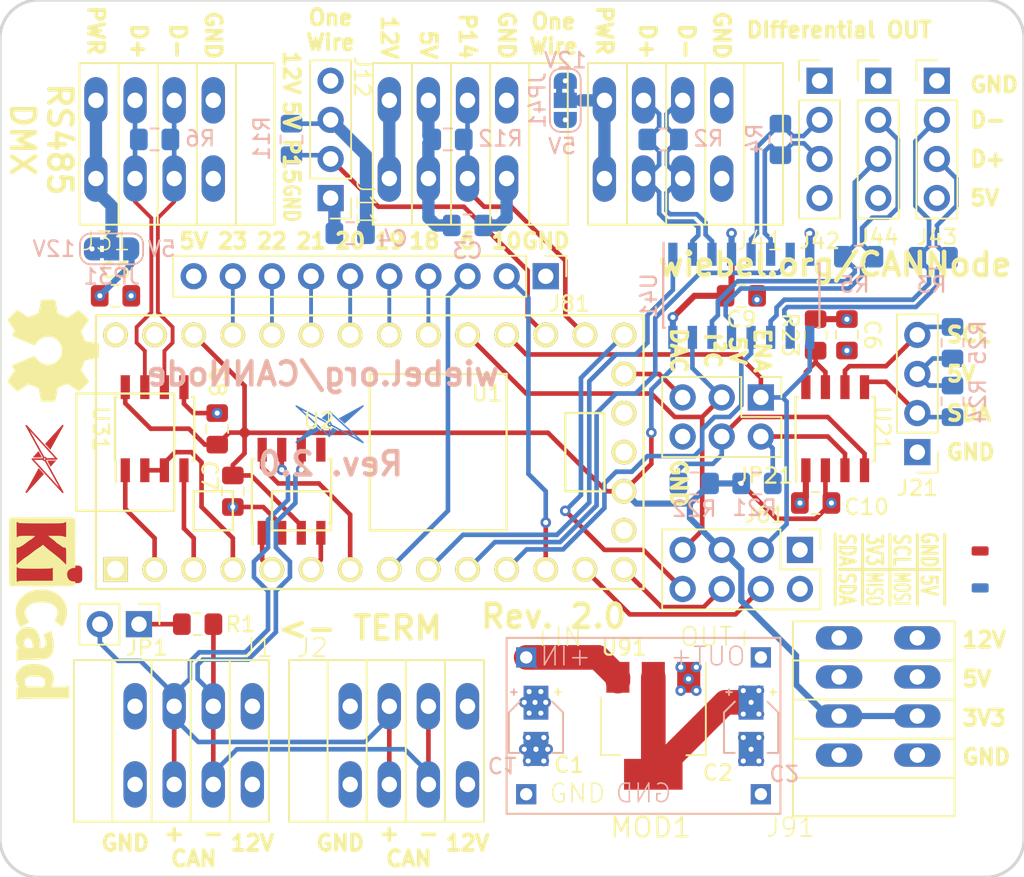
<source format=kicad_pcb>
(kicad_pcb (version 20171130) (host pcbnew 5.0.2)
  (layers (0 F.Cu signal hide) (1 In1.Cu signal hide) (2 In2.Cu signal) (31 B.Cu signal hide) (34 B.Paste user hide) (35 F.Paste user hide) (36 B.SilkS user hide) (37 F.SilkS user) (38 B.Mask user) (39 F.Mask user) (44 Edge.Cuts user hide))
  (net 0 "")
  (net 1 GND)
  (net 2 +12V)
  (net 3 +5V)
  (net 4 +3V3)
  (net 5 "Net-(J12-Pad2)")
  (net 6 "Net-(J31-Pad4)")
  (net 7 "Net-(J41-Pad4)")
  (net 8 "Net-(J61-Pad4)")
  (net 9 "Net-(J61-Pad6)")
  (net 10 "Net-(J61-Pad8)")
  (net 11 /6)
  (net 12 /10)
  (net 13 /16)
  (net 14 /17)
  (net 15 /20)
  (net 16 /21)
  (net 17 /22)
  (net 18 /23)
  (net 19 "Net-(JP1-Pad1)")
  (net 20 "Net-(R23-Pad1)")
  (net 21 "Net-(U1-Pad18)")
  (net 22 "Net-(U1-Pad15)")
  (net 23 "Net-(U1-Pad32)")
  (net 24 "Net-(U1-Pad7)")
  (net 25 "Net-(U1-Pad6)")
  (net 26 "Net-(U1-Pad5)")
  (net 27 "Net-(U2-Pad5)")
  (net 28 /CAN-)
  (net 29 /CAN+)
  (net 30 /OW14)
  (net 31 /SDA)
  (net 32 /SCL)
  (net 33 /D1+)
  (net 34 /D1-)
  (net 35 /D2+)
  (net 36 /D3+)
  (net 37 /D4+)
  (net 38 /SCL0_16)
  (net 39 /DI1_7)
  (net 40 /RX1)
  (net 41 /TX2)
  (net 42 /UA1+)
  (net 43 /UA1-)
  (net 44 /EN34_9)
  (net 45 /DI2_8)
  (net 46 /UA3EN_2)
  (net 47 /D4-)
  (net 48 /D2-)
  (net 49 /D3-)
  (net 50 /SDA0_17)
  (net 51 "Net-(JP21-Pad5)")
  (net 52 "Net-(JP21-Pad4)")
  (net 53 "Net-(JP21-Pad2)")
  (module Capacitor_SMD:CP_Elec_3x5.4 (layer B.Cu) (at 118.11 83.82 270)
    (fp_text reference C2 (at 3.048 -2.159 180 unlocked) (layer B.SilkS) (effects (justify mirror)))
    (fp_text value CP)
    (pad 2 smd rect (at 1.5 0 270) (size 2.2 1.6) (layers B.Cu B.Paste B.Mask) (net 1 GND))
    (pad 1 smd rect (at -1.5 0 270) (size 2.2 1.6) (layers B.Cu B.Paste B.Mask) (net 3 +5V))
  )
  (module Capacitor_SMD:CP_Elec_3x5.4 (layer B.Cu) (at 104.14 83.82 270)
    (fp_text reference C1 (at 2.54 2.159 180 unlocked) (layer B.SilkS) (effects (justify mirror)))
    (fp_text value CP)
    (pad 1 smd rect (at -1.5 0 270) (size 2.2 1.6) (layers B.Cu B.Paste B.Mask) (net 2 +12V))
    (pad 2 smd rect (at 1.5 0 270) (size 2.2 1.6) (layers B.Cu B.Paste B.Mask) (net 1 GND))
  )
  (module own:LOGO_MID (layer F.Cu) (at 70.993 64.262 270)
    (fp_text reference "" (at -6.7818 -0.2794 270) (layer F.SilkS) (effects (font (size 1.27 1.27))))
    (fp_text value "" (at -6.7818 -0.2794 270) (layer F.SilkS) (effects (font (size 1.27 1.27))))
    (fp_poly (pts (xy 0.049153 -2.466359) (xy 0.029946 -2.462459) (xy 0.013781 -2.451281) (xy 0.003256 -2.434781) (xy 0 -2.415481) (xy 0.004556 -2.396381) (xy 0.016168 -2.38064) (xy 0.032443 -2.365659) (xy 0.065212 -2.33604) (xy 0.081487 -2.321181) (xy 0.097871 -2.306318) (xy 0.11415 -2.291459) (xy 0.130534 -2.2767) (xy 0.146809 -2.261818) (xy 0.163193 -2.246959) (xy 0.195746 -2.21724) (xy 0.212131 -2.202481) (xy 0.228515 -2.1876) (xy 0.24479 -2.17274) (xy 0.261175 -2.157881) (xy 0.277453 -2.143018) (xy 0.293837 -2.12814) (xy 0.310112 -2.113281) (xy 0.326496 -2.0983) (xy 0.342771 -2.083659) (xy 0.359159 -2.0688) (xy 0.375434 -2.053918) (xy 0.391818 -2.039059) (xy 0.408093 -2.0242) (xy 0.424481 -2.00944) (xy 0.440756 -1.994575) (xy 0.473525 -1.964843) (xy 0.4898 -1.949978) (xy 0.506187 -1.935112) (xy 0.522462 -1.920246) (xy 0.538843 -1.905384) (xy 0.555121 -1.890625) (xy 0.571506 -1.875759) (xy 0.587784 -1.860893) (xy 0.604165 -1.846028) (xy 0.62044 -1.831162) (xy 0.636828 -1.816296) (xy 0.653103 -1.80154) (xy 0.669487 -1.786675) (xy 0.685762 -1.771812) (xy 0.702146 -1.756837) (xy 0.718425 -1.742078) (xy 0.751193 -1.712346) (xy 0.767468 -1.697484) (xy 0.783856 -1.682615) (xy 0.800131 -1.667753) (xy 0.816512 -1.652993) (xy 0.83279 -1.638131) (xy 0.849175 -1.623262) (xy 0.865453 -1.608396) (xy 0.881837 -1.593534) (xy 0.898112 -1.578665) (xy 0.914496 -1.563912) (xy 0.930771 -1.549043) (xy 0.947159 -1.534181) (xy 0.963434 -1.519312) (xy 0.979815 -1.504559) (xy 0.996093 -1.48969) (xy 1.028862 -1.459962) (xy 1.045137 -1.445093) (xy 1.061521 -1.430231) (xy 1.0778 -1.415362) (xy 1.094184 -1.40039) (xy 1.110462 -1.385634) (xy 1.143231 -1.355903) (xy 1.159506 -1.341146) (xy 1.175887 -1.326281) (xy 1.192165 -1.311412) (xy 1.20855 -1.29655) (xy 1.219509 -1.286459) (xy 1.230468 -1.276475) (xy 1.241537 -1.266384) (xy 1.252493 -1.276475) (xy 1.263456 -1.286459) (xy 1.274521 -1.29655) (xy 1.290146 -1.310762) (xy 1.305662 -1.324978) (xy 1.415037 -1.424481) (xy 1.430771 -1.438587) (xy 1.446396 -1.452909) (xy 1.461912 -1.467121) (xy 1.493162 -1.49555) (xy 1.508896 -1.509875) (xy 1.524521 -1.524087) (xy 1.540037 -1.538303) (xy 1.555771 -1.552515) (xy 1.571396 -1.566731) (xy 1.58409 -1.57834) (xy 1.596896 -1.589953) (xy 1.60959 -1.601562) (xy 1.622396 -1.613281) (xy 1.592231 -1.629775) (xy 1.577037 -1.638021) (xy 1.561959 -1.646265) (xy 1.523328 -1.667315) (xy 1.504012 -1.677953) (xy 1.48459 -1.688478) (xy 1.465278 -1.699003) (xy 1.42665 -1.720162) (xy 1.407228 -1.730793) (xy 1.387912 -1.741318) (xy 1.368596 -1.751953) (xy 1.349284 -1.762478) (xy 1.329862 -1.773003) (xy 1.310546 -1.783637) (xy 1.291234 -1.794162) (xy 1.271918 -1.804796) (xy 1.252606 -1.815321) (xy 1.233181 -1.825846) (xy 1.213865 -1.836481) (xy 1.194553 -1.847006) (xy 1.175237 -1.857531) (xy 1.136612 -1.878687) (xy 1.117187 -1.889321) (xy 1.097871 -1.899846) (xy 1.078559 -1.910481) (xy 1.059137 -1.921009) (xy 1.039821 -1.931534) (xy 1.020509 -1.942059) (xy 1.001193 -1.95269) (xy 0.981881 -1.963325) (xy 0.962456 -1.97385) (xy 0.94314 -1.984375) (xy 0.923828 -1.995009) (xy 0.904512 -2.00554) (xy 0.8852 -2.016159) (xy 0.865778 -2.0267) (xy 0.846462 -2.037218) (xy 0.827146 -2.047859) (xy 0.807834 -2.058381) (xy 0.788412 -2.069018) (xy 0.749784 -2.090059) (xy 0.730468 -2.100581) (xy 0.711046 -2.111218) (xy 0.691731 -2.121859) (xy 0.672415 -2.132381) (xy 0.652993 -2.143018) (xy 0.633681 -2.15354) (xy 0.614365 -2.164181) (xy 0.595053 -2.1747) (xy 0.575631 -2.185118) (xy 0.556312 -2.195859) (xy 0.537 -2.206381) (xy 0.517578 -2.217018) (xy 0.498262 -2.22754) (xy 0.47895 -2.238181) (xy 0.459637 -2.2487) (xy 0.440212 -2.259218) (xy 0.420896 -2.269859) (xy 0.401584 -2.280381) (xy 0.382268 -2.291018) (xy 0.362846 -2.30154) (xy 0.343534 -2.312059) (xy 0.324218 -2.3227) (xy 0.304906 -2.333218) (xy 0.28559 -2.343859) (xy 0.266168 -2.354381) (xy 0.246853 -2.365018) (xy 0.227431 -2.37554) (xy 0.208115 -2.386181) (xy 0.169487 -2.407218) (xy 0.150065 -2.417759) (xy 0.13075 -2.428381) (xy 0.111437 -2.439018) (xy 0.092121 -2.44954) (xy 0.0727 -2.460059) (xy 0.061306 -2.46474)) (layer F.Cu) (width 0))
    (fp_poly (pts (xy 1.772787 -1.683918) (xy 1.756512 -1.669162) (xy 1.740125 -1.654187) (xy 1.72385 -1.639321) (xy 1.707465 -1.62435) (xy 1.691187 -1.609375) (xy 1.674806 -1.594509) (xy 1.658418 -1.579537) (xy 1.642143 -1.564562) (xy 1.625759 -1.549696) (xy 1.609375 -1.534612) (xy 1.5931 -1.519746) (xy 1.576712 -1.504884) (xy 1.560331 -1.489909) (xy 1.544053 -1.474937) (xy 1.527668 -1.459962) (xy 1.511393 -1.445093) (xy 1.495009 -1.430121) (xy 1.478625 -1.415256) (xy 1.462346 -1.400284) (xy 1.429578 -1.370334) (xy 1.413303 -1.355468) (xy 1.380534 -1.325521) (xy 1.364259 -1.310656) (xy 1.347871 -1.295681) (xy 1.331596 -1.280709) (xy 1.315212 -1.26584) (xy 1.298828 -1.250868) (xy 1.282553 -1.235893) (xy 1.266165 -1.221028) (xy 1.249784 -1.205946) (xy 1.233509 -1.191187) (xy 1.217121 -1.176215) (xy 1.200846 -1.16124) (xy 1.184462 -1.146375) (xy 1.168078 -1.131403) (xy 1.1518 -1.116428) (xy 1.135415 -1.101562) (xy 1.11914 -1.086587) (xy 1.102756 -1.071721) (xy 1.086481 -1.05664) (xy 1.070093 -1.041775) (xy 1.053712 -1.026912) (xy 1.037437 -1.011937) (xy 1.02105 -0.996962) (xy 1.004775 -0.982096) (xy 0.972006 -0.952146) (xy 0.955731 -0.937284) (xy 0.939343 -0.922309) (xy 0.923068 -0.907337) (xy 0.906684 -0.892468) (xy 0.8903 -0.877493) (xy 0.874021 -0.862521) (xy 0.857637 -0.847656) (xy 0.841256 -0.832684) (xy 0.824978 -0.817709) (xy 0.808593 -0.80284) (xy 0.792315 -0.787868) (xy 0.775934 -0.772893) (xy 0.75955 -0.758031) (xy 0.743271 -0.742946) (xy 0.726887 -0.728081) (xy 0.710612 -0.713215) (xy 0.67784 -0.683268) (xy 0.661565 -0.668403) (xy 0.628796 -0.638456) (xy 0.612521 -0.623587) (xy 0.579753 -0.59364) (xy 0.563478 -0.578775) (xy 0.530709 -0.548828) (xy 0.514431 -0.533962) (xy 0.498046 -0.518987) (xy 0.481771 -0.504012) (xy 0.465387 -0.48915) (xy 0.449003 -0.474175) (xy 0.432725 -0.459203) (xy 0.41634 -0.444228) (xy 0.400062 -0.429362) (xy 0.383681 -0.414281) (xy 0.367296 -0.399521) (xy 0.351018 -0.38455) (xy 0.334637 -0.369575) (xy 0.31825 -0.354709) (xy 0.301975 -0.339737) (xy 0.28559 -0.324762) (xy 0.269206 -0.309896) (xy 0.252931 -0.294921) (xy 0.220159 -0.264975) (xy 0.203884 -0.250109) (xy 0.1875 -0.235134) (xy 0.171225 -0.220159) (xy 0.154837 -0.205296) (xy 0.138456 -0.190321) (xy 0.122178 -0.175456) (xy 0.105793 -0.160481) (xy 0.089518 -0.145509) (xy 0.073134 -0.13064) (xy 0.056859 -0.115668) (xy 0.040471 -0.100587) (xy 0.024087 -0.085828) (xy 0.013237 -0.071615) (xy 0.008246 -0.054471) (xy 0.00955 -0.036675) (xy 0.017143 -0.020509) (xy 0.030056 -0.008031) (xy 0.04644 -0.001084) (xy 0.064237 -0.000543) (xy 0.081056 -0.006293) (xy 0.100478 -0.016928) (xy 0.1199 -0.027668) (xy 0.139321 -0.038303) (xy 0.158853 -0.049043) (xy 0.1977 -0.070312) (xy 0.217121 -0.080946) (xy 0.255968 -0.102321) (xy 0.27539 -0.113062) (xy 0.294812 -0.123696) (xy 0.314237 -0.13444) (xy 0.353081 -0.155709) (xy 0.372506 -0.16645) (xy 0.391928 -0.176975) (xy 0.411459 -0.187715) (xy 0.430881 -0.198459) (xy 0.450303 -0.20909) (xy 0.469728 -0.219837) (xy 0.48915 -0.230468) (xy 0.508571 -0.241209) (xy 0.547415 -0.262478) (xy 0.56684 -0.273218) (xy 0.586371 -0.283856) (xy 0.605687 -0.294487) (xy 0.625109 -0.305231) (xy 0.644637 -0.315862) (xy 0.664062 -0.326496) (xy 0.683487 -0.337237) (xy 0.722331 -0.358509) (xy 0.741753 -0.36914) (xy 0.761175 -0.379884) (xy 0.7806 -0.390625) (xy 0.838865 -0.422525) (xy 0.858287 -0.433268) (xy 0.877712 -0.443903) (xy 0.897137 -0.454643) (xy 0.935981 -0.475912) (xy 0.955403 -0.486653) (xy 0.99425 -0.507921) (xy 1.013671 -0.518662) (xy 1.033203 -0.529296) (xy 1.052625 -0.540037) (xy 1.091471 -0.561306) (xy 1.110893 -0.57205) (xy 1.149737 -0.593315) (xy 1.169162 -0.604059) (xy 1.188587 -0.61469) (xy 1.208009 -0.625434) (xy 1.246853 -0.646703) (xy 1.266275 -0.657337) (xy 1.285809 -0.668078) (xy 1.305121 -0.678712) (xy 1.324543 -0.689453) (xy 1.344075 -0.700087) (xy 1.363496 -0.710828) (xy 1.402343 -0.732096) (xy 1.421765 -0.742837) (xy 1.460612 -0.764106) (xy 1.480037 -0.774846) (xy 1.518881 -0.796115) (xy 1.538303 -0.806859) (xy 1.557725 -0.81749) (xy 1.577146 -0.828234) (xy 1.596571 -0.838865) (xy 1.616103 -0.8495) (xy 1.635525 -0.860243) (xy 1.654946 -0.870878) (xy 1.674368 -0.881618) (xy 1.713215 -0.902887) (xy 1.732637 -0.913628) (xy 1.752168 -0.924262) (xy 1.77159 -0.935006) (xy 1.810437 -0.956271) (xy 1.829862 -0.967012) (xy 1.849284 -0.977646) (xy 1.868706 -0.988387) (xy 1.907553 -1.009659) (xy 1.926975 -1.0204) (xy 1.946396 -1.031034) (xy 1.965928 -1.041559) (xy 1.985353 -1.052409) (xy 2.004781 -1.06304) (xy 2.0242 -1.073787) (xy 2.06304 -1.095053) (xy 2.082459 -1.105793) (xy 2.101881 -1.116428) (xy 2.121318 -1.127168) (xy 2.13434 -1.116537) (xy 2.148318 -1.107531) (xy 2.1633 -1.100153) (xy 2.17904 -1.094509) (xy 2.17904 -0.442709) (xy 2.182618 -0.424043) (xy 2.192918 -0.408093) (xy 2.20854 -0.397243) (xy 2.226881 -0.393118) (xy 2.24554 -0.396265) (xy 2.261618 -0.40614) (xy 2.277881 -0.421115) (xy 2.294159 -0.436087) (xy 2.31044 -0.450956) (xy 2.326818 -0.465818) (xy 2.359381 -0.49555) (xy 2.37564 -0.510525) (xy 2.440759 -0.569987) (xy 2.45704 -0.584962) (xy 2.489581 -0.61469) (xy 2.505959 -0.629559) (xy 2.538518 -0.659287) (xy 2.5548 -0.674262) (xy 2.6199 -0.733725) (xy 2.636181 -0.748696) (xy 2.652459 -0.763562) (xy 2.66884 -0.778428) (xy 2.685118 -0.793293) (xy 2.6709 -0.807184) (xy 2.656681 -0.820962) (xy 2.642581 -0.834853) (xy 2.628359 -0.84874) (xy 2.614259 -0.862521) (xy 2.566081 -0.818578) (xy 2.55014 -0.803928) (xy 2.501959 -0.759984) (xy 2.486 -0.745334) (xy 2.453881 -0.716037) (xy 2.43794 -0.701281) (xy 2.3737 -0.642793) (xy 2.35774 -0.628146) (xy 2.32564 -0.59885) (xy 2.309681 -0.584203) (xy 2.277559 -0.554906) (xy 2.277559 -1.100043) (xy 2.2971 -1.110568) (xy 2.314559 -1.124134) (xy 2.330081 -1.139975) (xy 2.28744 -1.18164) (xy 2.273118 -1.195531) (xy 2.2589 -1.209418) (xy 2.2487 -1.19759) (xy 2.235559 -1.189343) (xy 2.220259 -1.186521) (xy 2.201381 -1.190106) (xy 2.185218 -1.200737) (xy 2.174581 -1.216906) (xy 2.171 -1.235787) (xy 2.173718 -1.250759) (xy 2.18154 -1.263781) (xy 2.192918 -1.273871) (xy 2.1786 -1.287868) (xy 2.150181 -1.315646) (xy 2.135859 -1.329537) (xy 2.12164 -1.343534) (xy 2.10764 -1.328884) (xy 2.0956 -1.31239) (xy 2.085818 -1.294812) (xy 2.078559 -1.275825) (xy 2.074218 -1.256078) (xy 2.0727 -1.235787) (xy 2.07314 -1.2245) (xy 2.07444 -1.213215) (xy 2.05524 -1.20269) (xy 1.997287 -1.170787) (xy 1.977971 -1.160262) (xy 1.939343 -1.138996) (xy 1.919921 -1.128362) (xy 1.900715 -1.117731) (xy 1.881293 -1.107206) (xy 1.82335 -1.075303) (xy 1.804037 -1.064778) (xy 1.784831 -1.054143) (xy 1.746203 -1.032878) (xy 1.726887 -1.022353) (xy 1.688259 -1.001087) (xy 1.668943 -0.990562) (xy 1.611003 -0.958659) (xy 1.591687 -0.948134) (xy 1.533743 -0.916234) (xy 1.514431 -0.905709) (xy 1.456487 -0.873806) (xy 1.437175 -0.863281) (xy 1.359915 -0.820746) (xy 1.340603 -0.810112) (xy 1.301975 -0.788953) (xy 1.282662 -0.778428) (xy 1.244034 -0.757162) (xy 1.224828 -0.746637) (xy 1.186196 -0.725368) (xy 1.166884 -0.714843) (xy 1.10894 -0.68294) (xy 1.089628 -0.672415) (xy 1.070421 -0.661784) (xy 1.051106 -0.65115) (xy 1.03179 -0.640625) (xy 0.97385 -0.608725) (xy 0.954537 -0.5982) (xy 0.89659 -0.566296) (xy 0.877278 -0.555771) (xy 0.819337 -0.523871) (xy 0.800021 -0.513346) (xy 0.742078 -0.481443) (xy 0.722762 -0.470918) (xy 0.684137 -0.449653) (xy 0.664821 -0.439128) (xy 0.645615 -0.428493) (xy 0.626303 -0.417753) (xy 0.606987 -0.407337) (xy 0.549043 -0.375434) (xy 0.529731 -0.364909) (xy 0.491103 -0.34364) (xy 0.471896 -0.333115) (xy 0.433268 -0.31185) (xy 0.413953 -0.301325) (xy 0.394637 -0.290687) (xy 0.492296 -0.379884) (xy 0.508571 -0.394856) (xy 0.541125 -0.424587) (xy 0.557509 -0.439453) (xy 0.573787 -0.454318) (xy 0.590062 -0.46929) (xy 0.67144 -0.543618) (xy 0.687715 -0.558593) (xy 0.752821 -0.617946) (xy 0.769206 -0.632921) (xy 0.785481 -0.647787) (xy 0.801759 -0.662762) (xy 0.899412 -0.751953) (xy 0.915687 -0.766928) (xy 0.931965 -0.78179) (xy 0.94835 -0.796659) (xy 0.964628 -0.811521) (xy 0.980793 -0.826281) (xy 0.997178 -0.841256) (xy 1.046009 -0.88585) (xy 1.062284 -0.900825) (xy 1.176215 -1.004884) (xy 1.19249 -1.019856) (xy 1.208765 -1.034612) (xy 1.225043 -1.049587) (xy 1.257593 -1.079318) (xy 1.273981 -1.094184) (xy 1.306534 -1.123912) (xy 1.322809 -1.138781) (xy 1.453015 -1.257812) (xy 1.46929 -1.272787) (xy 1.583225 -1.376843) (xy 1.5995 -1.391818) (xy 1.615778 -1.406684) (xy 1.632162 -1.42155) (xy 1.762368 -1.540471) (xy 1.778646 -1.555446) (xy 1.84375 -1.614909) (xy 1.829537 -1.628687) (xy 1.815321 -1.642578) (xy 1.801215 -1.656359) (xy 1.787 -1.670246)) (layer F.Cu) (width 0))
    (fp_poly (pts (xy 2.122059 -1.070531) (xy 2.049159 -1.0306) (xy 2.030381 -1.02029) (xy 2.0115 -1.01009) (xy 1.992731 -0.999784) (xy 1.973959 -0.989475) (xy 1.955187 -0.979275) (xy 1.936306 -0.969075) (xy 1.917537 -0.958765) (xy 1.898762 -0.948565) (xy 1.87999 -0.938259) (xy 1.861112 -0.928062) (xy 1.842337 -0.917753) (xy 1.823565 -0.907553) (xy 1.804796 -0.897243) (xy 1.786025 -0.887043) (xy 1.767143 -0.876737) (xy 1.752062 -0.868487) (xy 1.736762 -0.860243) (xy 1.706381 -0.84364) (xy 1.71929 -0.832137) (xy 1.732096 -0.820531) (xy 1.745009 -0.808918) (xy 1.757812 -0.797309) (xy 1.773437 -0.782987) (xy 1.789171 -0.768771) (xy 1.804796 -0.75445) (xy 1.820421 -0.740234) (xy 1.836156 -0.726018) (xy 1.851781 -0.711696) (xy 1.867406 -0.697484) (xy 1.883137 -0.683268) (xy 1.898762 -0.668943) (xy 1.914387 -0.654731) (xy 1.930121 -0.640515) (xy 1.945746 -0.626087) (xy 1.961481 -0.611981) (xy 1.977106 -0.597656) (xy 1.992731 -0.58344) (xy 2.008459 -0.569118) (xy 2.039718 -0.540687) (xy 2.0535 -0.528103) (xy 2.067159 -0.515625) (xy 2.08094 -0.503146) (xy 2.108281 -0.478187) (xy 2.122059 -0.465712)) (layer F.Cu) (width 0))
    (fp_poly (pts (xy 1.772787 -1.683918) (xy 1.787 -1.670246) (xy 1.801215 -1.656359) (xy 1.815321 -1.642578) (xy 1.829537 -1.628687) (xy 1.84375 -1.614909) (xy 1.859915 -1.629559) (xy 1.876193 -1.644531) (xy 1.892362 -1.659287) (xy 1.908528 -1.674153) (xy 1.924806 -1.689018) (xy 1.940971 -1.703775) (xy 1.957246 -1.71864) (xy 1.973415 -1.733396) (xy 1.989584 -1.748262) (xy 2.005859 -1.763021) (xy 2.022018 -1.777887) (xy 2.0382 -1.792643) (xy 2.054459 -1.807509) (xy 2.07064 -1.822265) (xy 2.0868 -1.837131) (xy 2.103081 -1.851781) (xy 2.11924 -1.866753) (xy 2.135418 -1.881512) (xy 2.1517 -1.896375) (xy 2.167859 -1.911134) (xy 2.167859 -1.373696) (xy 2.15114 -1.365668) (xy 2.135859 -1.355253) (xy 2.12164 -1.343534) (xy 2.135859 -1.329537) (xy 2.150181 -1.315646) (xy 2.1786 -1.287868) (xy 2.192918 -1.273871) (xy 2.20574 -1.28179) (xy 2.220259 -1.285156) (xy 2.239259 -1.281465) (xy 2.255318 -1.270725) (xy 2.265959 -1.254775) (xy 2.26964 -1.235787) (xy 2.266281 -1.221896) (xy 2.2589 -1.209418) (xy 2.273118 -1.195531) (xy 2.28744 -1.18164) (xy 2.330081 -1.139975) (xy 2.343 -1.156575) (xy 2.353518 -1.174696) (xy 2.36144 -1.194337) (xy 2.366218 -1.214843) (xy 2.36784 -1.235787) (xy 2.367181 -1.250759) (xy 2.3865 -1.261393) (xy 2.405918 -1.271918) (xy 2.42524 -1.282662) (xy 2.444659 -1.293293) (xy 2.483281 -1.314562) (xy 2.52214 -1.335828) (xy 2.560759 -1.357096) (xy 2.580181 -1.367731) (xy 2.5995 -1.378362) (xy 2.618918 -1.388996) (xy 2.657559 -1.410262) (xy 2.676981 -1.420896) (xy 2.696281 -1.431534) (xy 2.715718 -1.442059) (xy 2.75434 -1.463434) (xy 2.773759 -1.474065) (xy 2.812381 -1.495334) (xy 2.8318 -1.505965) (xy 2.85114 -1.516603) (xy 2.870559 -1.527237) (xy 2.889859 -1.537868) (xy 2.909281 -1.548503) (xy 2.928618 -1.559137) (xy 2.948018 -1.569768) (xy 2.96734 -1.580403) (xy 2.986759 -1.591037) (xy 3.025381 -1.612196) (xy 3.0448 -1.622937) (xy 3.06414 -1.633571) (xy 3.083559 -1.644206) (xy 3.122159 -1.665471) (xy 3.141618 -1.676106) (xy 3.160918 -1.68674) (xy 3.18034 -1.697375) (xy 3.218981 -1.71864) (xy 3.238381 -1.729275) (xy 3.277018 -1.75054) (xy 3.29644 -1.761175) (xy 3.335081 -1.782337) (xy 3.3545 -1.792968) (xy 3.41244 -1.824868) (xy 3.431859 -1.835503) (xy 3.451159 -1.846137) (xy 3.470581 -1.856771) (xy 3.489918 -1.867406) (xy 3.50934 -1.878037) (xy 3.547981 -1.899196) (xy 3.5868 -1.920571) (xy 3.62544 -1.94184) (xy 3.644859 -1.952475) (xy 3.683481 -1.97374) (xy 3.702918 -1.984375) (xy 3.722218 -1.995009) (xy 3.74164 -2.00564) (xy 3.799581 -2.03754) (xy 3.819 -2.048181) (xy 3.85764 -2.06934) (xy 3.877059 -2.080081) (xy 3.9157 -2.10134) (xy 3.935118 -2.111981) (xy 3.97374 -2.13324) (xy 3.993159 -2.143881) (xy 4.012481 -2.154518) (xy 4.031881 -2.16514) (xy 4.051218 -2.175781) (xy 4.03494 -2.1608) (xy 4.018559 -2.14594) (xy 4.002281 -2.130959) (xy 3.985881 -2.1161) (xy 3.969618 -2.101118) (xy 3.953218 -2.086159) (xy 3.936859 -2.071281) (xy 3.920581 -2.056318) (xy 3.9042 -2.041459) (xy 3.887918 -2.026481) (xy 3.871518 -2.0115) (xy 3.855259 -1.996637) (xy 3.838859 -1.981662) (xy 3.822581 -1.966796) (xy 3.8062 -1.951821) (xy 3.78994 -1.936959) (xy 3.757159 -1.907009) (xy 3.740881 -1.892143) (xy 3.7245 -1.877168) (xy 3.708218 -1.862196) (xy 3.69184 -1.847331) (xy 3.675559 -1.832465) (xy 3.659281 -1.81749) (xy 3.642918 -1.802625) (xy 3.626518 -1.787653) (xy 3.61024 -1.772787) (xy 3.593981 -1.757812) (xy 3.577581 -1.742946) (xy 3.5613 -1.727971) (xy 3.544918 -1.713109) (xy 3.52864 -1.698134) (xy 3.512259 -1.683268) (xy 3.495981 -1.668293) (xy 3.479618 -1.653428) (xy 3.46334 -1.638456) (xy 3.44694 -1.623587) (xy 3.430659 -1.608615) (xy 3.414281 -1.59364) (xy 3.398 -1.578775) (xy 3.381718 -1.563912) (xy 3.36534 -1.548937) (xy 3.348981 -1.534071) (xy 3.3327 -1.519096) (xy 3.3163 -1.504121) (xy 3.300018 -1.489259) (xy 3.28364 -1.474284) (xy 3.267359 -1.459418) (xy 3.250981 -1.444337) (xy 3.2347 -1.429578) (xy 3.2183 -1.414606) (xy 3.202018 -1.399737) (xy 3.185659 -1.384765) (xy 3.169381 -1.3699) (xy 3.153 -1.354925) (xy 3.136718 -1.339953) (xy 3.12034 -1.325087) (xy 3.104059 -1.310112) (xy 3.087659 -1.295246) (xy 3.071381 -1.280271) (xy 3.055 -1.265409) (xy 3.03874 -1.250434) (xy 3.022481 -1.235568) (xy 3.006081 -1.220593) (xy 2.9898 -1.205731) (xy 2.973418 -1.190756) (xy 2.95714 -1.175887) (xy 2.94074 -1.160809) (xy 2.924481 -1.14605) (xy 2.908081 -1.131187) (xy 2.8918 -1.116212) (xy 2.875559 -1.101343) (xy 2.859159 -1.086371) (xy 2.842881 -1.071506) (xy 2.8265 -1.056534) (xy 2.810218 -1.041559) (xy 2.79384 -1.02669) (xy 2.777559 -1.011828) (xy 2.761281 -0.996853) (xy 2.7449 -0.981987) (xy 2.728618 -0.967012) (xy 2.71224 -0.952146) (xy 2.695959 -0.937175) (xy 2.679581 -0.922309) (xy 2.6632 -0.907337) (xy 2.646918 -0.892253) (xy 2.63054 -0.877493) (xy 2.614259 -0.862521) (xy 2.628359 -0.84874) (xy 2.642581 -0.834853) (xy 2.656681 -0.820962) (xy 2.6709 -0.807184) (xy 2.685118 -0.793293) (xy 2.783418 -0.883031) (xy 2.7998 -0.898218) (xy 2.8162 -0.913087) (xy 2.832581 -0.928062) (xy 2.86534 -0.958009) (xy 2.881718 -0.97309) (xy 2.898118 -0.987956) (xy 2.9145 -1.002931) (xy 2.930781 -1.017903) (xy 3.192918 -1.257487) (xy 3.2093 -1.272568) (xy 3.2258 -1.287543) (xy 3.27494 -1.332465) (xy 3.291218 -1.347437) (xy 3.307618 -1.362196) (xy 3.602518 -1.631837) (xy 3.6188 -1.646812) (xy 3.6353 -1.661784) (xy 3.668081 -1.691731) (xy 3.684359 -1.706706) (xy 3.70084 -1.721681) (xy 3.717218 -1.736653) (xy 3.7335 -1.751628) (xy 3.766281 -1.781575) (xy 3.782781 -1.79655) (xy 3.799159 -1.811521) (xy 3.815418 -1.826496) (xy 3.831918 -1.841362) (xy 3.8482 -1.856443) (xy 3.8647 -1.871418) (xy 3.881081 -1.886393) (xy 3.897359 -1.901365) (xy 3.913759 -1.91634) (xy 3.930218 -1.931312) (xy 3.995781 -1.991212) (xy 4.012059 -2.006181) (xy 4.028418 -2.021159) (xy 4.044918 -2.03614) (xy 4.0612 -2.0511) (xy 4.356118 -2.32054) (xy 4.3725 -2.335718) (xy 4.421659 -2.38064) (xy 4.433481 -2.396381) (xy 4.43814 -2.415359) (xy 4.434881 -2.434781) (xy 4.424159 -2.451281) (xy 4.407781 -2.462559) (xy 4.38834 -2.466359) (xy 4.3762 -2.46474) (xy 4.3648 -2.460059) (xy 4.32594 -2.4388) (xy 4.306518 -2.428059) (xy 4.287 -2.417418) (xy 4.267581 -2.4068) (xy 4.248159 -2.39604) (xy 4.228718 -2.3853) (xy 4.2093 -2.374681) (xy 4.170481 -2.3534) (xy 4.151059 -2.342659) (xy 4.1122 -2.3214) (xy 4.092781 -2.310659) (xy 4.073359 -2.300018) (xy 4.053918 -2.289281) (xy 4.0345 -2.27864) (xy 4.015081 -2.2679) (xy 3.995559 -2.257259) (xy 3.97614 -2.24664) (xy 3.9567 -2.2359) (xy 3.937281 -2.225259) (xy 3.917859 -2.214518) (xy 3.879018 -2.193259) (xy 3.859581 -2.1825) (xy 3.82074 -2.16124) (xy 3.80134 -2.1504) (xy 3.762481 -2.12924) (xy 3.743059 -2.118481) (xy 3.704218 -2.097118) (xy 3.684781 -2.086481) (xy 3.64594 -2.065218) (xy 3.626518 -2.054459) (xy 3.607081 -2.04384) (xy 3.587659 -2.0331) (xy 3.54884 -2.011818) (xy 3.529418 -2.001081) (xy 3.490559 -1.979815) (xy 3.47114 -1.969075) (xy 3.4323 -1.947809) (xy 3.412859 -1.937065) (xy 3.39344 -1.926434) (xy 3.374018 -1.915687) (xy 3.335159 -1.894421) (xy 3.31574 -1.883681) (xy 3.296218 -1.873046) (xy 3.276918 -1.862412) (xy 3.257381 -1.851671) (xy 3.23794 -1.841037) (xy 3.218518 -1.830293) (xy 3.1797 -1.808918) (xy 3.160281 -1.798287) (xy 3.121418 -1.777018) (xy 3.102 -1.766275) (xy 3.082581 -1.75564) (xy 3.06314 -1.7449) (xy 3.0243 -1.723634) (xy 3.004881 -1.71289) (xy 2.966018 -1.691621) (xy 2.946618 -1.680881) (xy 2.907781 -1.659612) (xy 2.88834 -1.648871) (xy 2.868918 -1.638237) (xy 2.8495 -1.627493) (xy 2.830081 -1.616862) (xy 2.810559 -1.606228) (xy 2.791118 -1.595487) (xy 2.7717 -1.584853) (xy 2.752281 -1.574003) (xy 2.71344 -1.55284) (xy 2.694018 -1.5421) (xy 2.674581 -1.531465) (xy 2.655159 -1.520725) (xy 2.63574 -1.51009) (xy 2.616218 -1.49935) (xy 2.577359 -1.478081) (xy 2.55794 -1.467337) (xy 2.5191 -1.446071) (xy 2.499781 -1.435331) (xy 2.480259 -1.424696) (xy 2.460818 -1.414062) (xy 2.4414 -1.403318) (xy 2.421981 -1.392687) (xy 2.402559 -1.381837) (xy 2.363718 -1.360678) (xy 2.3443 -1.349937) (xy 2.324859 -1.3393) (xy 2.311959 -1.350912) (xy 2.297859 -1.360893) (xy 2.282559 -1.36914) (xy 2.2665 -1.375759) (xy 2.2665 -2.023318) (xy 2.263018 -2.041881) (xy 2.252818 -2.057718) (xy 2.2373 -2.068459) (xy 2.218859 -2.0727) (xy 2.200081 -2.069659) (xy 2.183818 -2.059781) (xy 2.168081 -2.045359) (xy 2.15224 -2.030918) (xy 2.1364 -2.016381) (xy 2.120659 -2.001959) (xy 2.088981 -1.97309) (xy 2.07324 -1.958659) (xy 2.0574 -1.944228) (xy 2.041559 -1.929687) (xy 2.025718 -1.915256) (xy 2.009981 -1.900825) (xy 1.9783 -1.871962) (xy 1.962562 -1.857421) (xy 1.930881 -1.828559) (xy 1.915146 -1.814128) (xy 1.883462 -1.785262) (xy 1.867621 -1.770725) (xy 1.851887 -1.756293) (xy 1.836046 -1.741862) (xy 1.820312 -1.727431) (xy 1.804468 -1.71289) (xy 1.788628 -1.698459)) (layer F.Cu) (width 0))
    (fp_poly (pts (xy 2.318581 -1.995225) (xy 2.318581 -1.4018) (xy 2.3915 -1.441731) (xy 2.428159 -1.461696) (xy 2.4464 -1.471681) (xy 2.501418 -1.501628) (xy 2.51964 -1.511503) (xy 2.537981 -1.521484) (xy 2.574659 -1.54145) (xy 2.592881 -1.551434) (xy 2.629559 -1.571396) (xy 2.647781 -1.581381) (xy 2.666118 -1.591362) (xy 2.726881 -1.62435) (xy 2.714081 -1.635959) (xy 2.701181 -1.647568) (xy 2.688359 -1.659287) (xy 2.675559 -1.670896) (xy 2.64324 -1.700193) (xy 2.627059 -1.714953) (xy 2.6109 -1.7296) (xy 2.594718 -1.744359) (xy 2.5624 -1.773656) (xy 2.54634 -1.788303) (xy 2.530159 -1.803062) (xy 2.49784 -1.832356) (xy 2.481659 -1.847112) (xy 2.4655 -1.861762) (xy 2.449318 -1.876518) (xy 2.417 -1.905815) (xy 2.400818 -1.920571) (xy 2.38444 -1.935437) (xy 2.36794 -1.950412) (xy 2.351459 -1.965168) (xy 2.335059 -1.980253)) (layer F.Cu) (width 0))
    (fp_poly (pts (xy 3.193259 -1.200087) (xy 3.1823 -1.189993) (xy 3.171218 -1.179906) (xy 3.160281 -1.169812) (xy 3.113381 -1.127168) (xy 3.097659 -1.112956) (xy 3.035159 -1.056096) (xy 3.019418 -1.041884) (xy 2.9413 -0.970812) (xy 2.925559 -0.956596) (xy 2.863059 -0.899737) (xy 2.85014 -0.888131) (xy 2.837359 -0.876412) (xy 2.82444 -0.8648) (xy 2.81164 -0.853187) (xy 2.872381 -0.820203) (xy 2.891718 -0.809568) (xy 2.91114 -0.799043) (xy 2.93044 -0.788518) (xy 2.949759 -0.777887) (xy 2.969081 -0.767253) (xy 2.9885 -0.756728) (xy 3.0078 -0.746203) (xy 3.02714 -0.735568) (xy 3.046559 -0.725043) (xy 3.065859 -0.714518) (xy 3.085159 -0.703884) (xy 3.1045 -0.693359) (xy 3.123918 -0.682834) (xy 3.143218 -0.6722) (xy 3.162559 -0.661675) (xy 3.181859 -0.65104) (xy 3.201159 -0.640515) (xy 3.220581 -0.62999) (xy 3.239918 -0.619359) (xy 3.278518 -0.598309) (xy 3.297981 -0.587675) (xy 3.317281 -0.577146) (xy 3.336581 -0.566512) (xy 3.355918 -0.555987) (xy 3.37534 -0.545356) (xy 3.41394 -0.524196) (xy 3.433381 -0.513671) (xy 3.4527 -0.503146) (xy 3.472 -0.492512) (xy 3.51064 -0.471462) (xy 3.530059 -0.460828) (xy 3.549359 -0.450303) (xy 3.5687 -0.439668) (xy 3.588 -0.429143) (xy 3.607418 -0.418618) (xy 3.626759 -0.407987) (xy 3.646159 -0.397462) (xy 3.665481 -0.386828) (xy 3.704118 -0.365668) (xy 3.723518 -0.355143) (xy 3.74284 -0.344618) (xy 3.762159 -0.333984) (xy 3.781581 -0.323459) (xy 3.800881 -0.312825) (xy 3.8202 -0.3023) (xy 3.83964 -0.291559) (xy 3.878259 -0.270615) (xy 3.897659 -0.259981) (xy 3.917 -0.249459) (xy 3.9363 -0.238825) (xy 3.955718 -0.228296) (xy 3.975059 -0.217662) (xy 3.994359 -0.20714) (xy 4.013781 -0.196615) (xy 4.033081 -0.185981) (xy 4.052418 -0.175456) (xy 4.071718 -0.164821) (xy 4.09114 -0.154296) (xy 4.110481 -0.143771) (xy 4.129781 -0.133028) (xy 4.149081 -0.122612) (xy 4.1685 -0.111978) (xy 4.18784 -0.101453) (xy 4.20724 -0.090818) (xy 4.226559 -0.080293) (xy 4.245881 -0.069662) (xy 4.2653 -0.059137) (xy 4.284618 -0.048503) (xy 4.303918 -0.037978) (xy 4.32324 -0.027453) (xy 4.342659 -0.016818) (xy 4.361981 -0.006293) (xy 4.3788 -0.000978) (xy 4.396381 -0.001843) (xy 4.412559 -0.008896) (xy 4.42514 -0.021265) (xy 4.432618 -0.037218) (xy 4.434018 -0.054796) (xy 4.42914 -0.071721) (xy 4.418618 -0.085828) (xy 4.385859 -0.115559) (xy 4.369581 -0.130315) (xy 4.3532 -0.145181) (xy 4.336918 -0.160046) (xy 4.320518 -0.174912) (xy 4.304259 -0.189778) (xy 4.287859 -0.204643) (xy 4.271581 -0.219403) (xy 4.255218 -0.234265) (xy 4.23894 -0.249131) (xy 4.222559 -0.263996) (xy 4.206281 -0.278862) (xy 4.189881 -0.293728) (xy 4.173618 -0.308593) (xy 4.157218 -0.323459) (xy 4.14094 -0.338215) (xy 4.124559 -0.353081) (xy 4.108281 -0.367946) (xy 4.091918 -0.382812) (xy 4.07564 -0.397678) (xy 4.05924 -0.412437) (xy 4.042981 -0.4273) (xy 4.026581 -0.442059) (xy 4.0103 -0.457031) (xy 3.977518 -0.486762) (xy 3.96124 -0.501628) (xy 3.944881 -0.516493) (xy 3.928618 -0.53114) (xy 3.912218 -0.546115) (xy 3.89594 -0.560981) (xy 3.879559 -0.575846) (xy 3.863281 -0.590712) (xy 3.846881 -0.605468) (xy 3.830618 -0.620334) (xy 3.814259 -0.6352) (xy 3.797981 -0.650062) (xy 3.781581 -0.664931) (xy 3.7653 -0.679796) (xy 3.748918 -0.694662) (xy 3.73264 -0.709418) (xy 3.699859 -0.73915) (xy 3.683581 -0.754012) (xy 3.667218 -0.768881) (xy 3.65094 -0.783743) (xy 3.634559 -0.798503) (xy 3.618281 -0.813478) (xy 3.601881 -0.828234) (xy 3.585618 -0.8431) (xy 3.569218 -0.857962) (xy 3.55294 -0.872831) (xy 3.5202 -0.902562) (xy 3.503918 -0.917315) (xy 3.48764 -0.932184) (xy 3.47124 -0.94705) (xy 3.454981 -0.961912) (xy 3.4222 -0.991643) (xy 3.405918 -1.006512) (xy 3.389518 -1.021375) (xy 3.373281 -1.036134) (xy 3.356881 -1.050996) (xy 3.340618 -1.065862) (xy 3.30784 -1.095593) (xy 3.291559 -1.110462) (xy 3.275159 -1.125325) (xy 3.258881 -1.14019) (xy 3.2425 -1.154946) (xy 3.22624 -1.169812) (xy 3.215281 -1.179906) (xy 3.204218 -1.189993)) (layer F.Cu) (width 0))
  )
  (module own:LOGO_MID (layer B.Cu) (at 88.519 62.992)
    (fp_text reference "" (at -6.7818 0.2794) (layer B.SilkS) (effects (font (size 1.27 1.27)) (justify mirror)))
    (fp_text value "" (at -6.7818 0.2794) (layer B.SilkS) (effects (font (size 1.27 1.27)) (justify mirror)))
    (fp_poly (pts (xy 3.193259 1.200087) (xy 3.1823 1.189993) (xy 3.171218 1.179906) (xy 3.160281 1.169812) (xy 3.113381 1.127168) (xy 3.097659 1.112956) (xy 3.035159 1.056096) (xy 3.019418 1.041884) (xy 2.9413 0.970812) (xy 2.925559 0.956596) (xy 2.863059 0.899737) (xy 2.85014 0.888131) (xy 2.837359 0.876412) (xy 2.82444 0.8648) (xy 2.81164 0.853187) (xy 2.872381 0.820203) (xy 2.891718 0.809568) (xy 2.91114 0.799043) (xy 2.93044 0.788518) (xy 2.949759 0.777887) (xy 2.969081 0.767253) (xy 2.9885 0.756728) (xy 3.0078 0.746203) (xy 3.02714 0.735568) (xy 3.046559 0.725043) (xy 3.065859 0.714518) (xy 3.085159 0.703884) (xy 3.1045 0.693359) (xy 3.123918 0.682834) (xy 3.143218 0.6722) (xy 3.162559 0.661675) (xy 3.181859 0.65104) (xy 3.201159 0.640515) (xy 3.220581 0.62999) (xy 3.239918 0.619359) (xy 3.278518 0.598309) (xy 3.297981 0.587675) (xy 3.317281 0.577146) (xy 3.336581 0.566512) (xy 3.355918 0.555987) (xy 3.37534 0.545356) (xy 3.41394 0.524196) (xy 3.433381 0.513671) (xy 3.4527 0.503146) (xy 3.472 0.492512) (xy 3.51064 0.471462) (xy 3.530059 0.460828) (xy 3.549359 0.450303) (xy 3.5687 0.439668) (xy 3.588 0.429143) (xy 3.607418 0.418618) (xy 3.626759 0.407987) (xy 3.646159 0.397462) (xy 3.665481 0.386828) (xy 3.704118 0.365668) (xy 3.723518 0.355143) (xy 3.74284 0.344618) (xy 3.762159 0.333984) (xy 3.781581 0.323459) (xy 3.800881 0.312825) (xy 3.8202 0.3023) (xy 3.83964 0.291559) (xy 3.878259 0.270615) (xy 3.897659 0.259981) (xy 3.917 0.249459) (xy 3.9363 0.238825) (xy 3.955718 0.228296) (xy 3.975059 0.217662) (xy 3.994359 0.20714) (xy 4.013781 0.196615) (xy 4.033081 0.185981) (xy 4.052418 0.175456) (xy 4.071718 0.164821) (xy 4.09114 0.154296) (xy 4.110481 0.143771) (xy 4.129781 0.133028) (xy 4.149081 0.122612) (xy 4.1685 0.111978) (xy 4.18784 0.101453) (xy 4.20724 0.090818) (xy 4.226559 0.080293) (xy 4.245881 0.069662) (xy 4.2653 0.059137) (xy 4.284618 0.048503) (xy 4.303918 0.037978) (xy 4.32324 0.027453) (xy 4.342659 0.016818) (xy 4.361981 0.006293) (xy 4.3788 0.000978) (xy 4.396381 0.001843) (xy 4.412559 0.008896) (xy 4.42514 0.021265) (xy 4.432618 0.037218) (xy 4.434018 0.054796) (xy 4.42914 0.071721) (xy 4.418618 0.085828) (xy 4.385859 0.115559) (xy 4.369581 0.130315) (xy 4.3532 0.145181) (xy 4.336918 0.160046) (xy 4.320518 0.174912) (xy 4.304259 0.189778) (xy 4.287859 0.204643) (xy 4.271581 0.219403) (xy 4.255218 0.234265) (xy 4.23894 0.249131) (xy 4.222559 0.263996) (xy 4.206281 0.278862) (xy 4.189881 0.293728) (xy 4.173618 0.308593) (xy 4.157218 0.323459) (xy 4.14094 0.338215) (xy 4.124559 0.353081) (xy 4.108281 0.367946) (xy 4.091918 0.382812) (xy 4.07564 0.397678) (xy 4.05924 0.412437) (xy 4.042981 0.4273) (xy 4.026581 0.442059) (xy 4.0103 0.457031) (xy 3.977518 0.486762) (xy 3.96124 0.501628) (xy 3.944881 0.516493) (xy 3.928618 0.53114) (xy 3.912218 0.546115) (xy 3.89594 0.560981) (xy 3.879559 0.575846) (xy 3.863281 0.590712) (xy 3.846881 0.605468) (xy 3.830618 0.620334) (xy 3.814259 0.6352) (xy 3.797981 0.650062) (xy 3.781581 0.664931) (xy 3.7653 0.679796) (xy 3.748918 0.694662) (xy 3.73264 0.709418) (xy 3.699859 0.73915) (xy 3.683581 0.754012) (xy 3.667218 0.768881) (xy 3.65094 0.783743) (xy 3.634559 0.798503) (xy 3.618281 0.813478) (xy 3.601881 0.828234) (xy 3.585618 0.8431) (xy 3.569218 0.857962) (xy 3.55294 0.872831) (xy 3.5202 0.902562) (xy 3.503918 0.917315) (xy 3.48764 0.932184) (xy 3.47124 0.94705) (xy 3.454981 0.961912) (xy 3.4222 0.991643) (xy 3.405918 1.006512) (xy 3.389518 1.021375) (xy 3.373281 1.036134) (xy 3.356881 1.050996) (xy 3.340618 1.065862) (xy 3.30784 1.095593) (xy 3.291559 1.110462) (xy 3.275159 1.125325) (xy 3.258881 1.14019) (xy 3.2425 1.154946) (xy 3.22624 1.169812) (xy 3.215281 1.179906) (xy 3.204218 1.189993)) (layer B.Cu) (width 0))
    (fp_poly (pts (xy 2.318581 1.995225) (xy 2.318581 1.4018) (xy 2.3915 1.441731) (xy 2.428159 1.461696) (xy 2.4464 1.471681) (xy 2.501418 1.501628) (xy 2.51964 1.511503) (xy 2.537981 1.521484) (xy 2.574659 1.54145) (xy 2.592881 1.551434) (xy 2.629559 1.571396) (xy 2.647781 1.581381) (xy 2.666118 1.591362) (xy 2.726881 1.62435) (xy 2.714081 1.635959) (xy 2.701181 1.647568) (xy 2.688359 1.659287) (xy 2.675559 1.670896) (xy 2.64324 1.700193) (xy 2.627059 1.714953) (xy 2.6109 1.7296) (xy 2.594718 1.744359) (xy 2.5624 1.773656) (xy 2.54634 1.788303) (xy 2.530159 1.803062) (xy 2.49784 1.832356) (xy 2.481659 1.847112) (xy 2.4655 1.861762) (xy 2.449318 1.876518) (xy 2.417 1.905815) (xy 2.400818 1.920571) (xy 2.38444 1.935437) (xy 2.36794 1.950412) (xy 2.351459 1.965168) (xy 2.335059 1.980253)) (layer B.Cu) (width 0))
    (fp_poly (pts (xy 1.772787 1.683918) (xy 1.787 1.670246) (xy 1.801215 1.656359) (xy 1.815321 1.642578) (xy 1.829537 1.628687) (xy 1.84375 1.614909) (xy 1.859915 1.629559) (xy 1.876193 1.644531) (xy 1.892362 1.659287) (xy 1.908528 1.674153) (xy 1.924806 1.689018) (xy 1.940971 1.703775) (xy 1.957246 1.71864) (xy 1.973415 1.733396) (xy 1.989584 1.748262) (xy 2.005859 1.763021) (xy 2.022018 1.777887) (xy 2.0382 1.792643) (xy 2.054459 1.807509) (xy 2.07064 1.822265) (xy 2.0868 1.837131) (xy 2.103081 1.851781) (xy 2.11924 1.866753) (xy 2.135418 1.881512) (xy 2.1517 1.896375) (xy 2.167859 1.911134) (xy 2.167859 1.373696) (xy 2.15114 1.365668) (xy 2.135859 1.355253) (xy 2.12164 1.343534) (xy 2.135859 1.329537) (xy 2.150181 1.315646) (xy 2.1786 1.287868) (xy 2.192918 1.273871) (xy 2.20574 1.28179) (xy 2.220259 1.285156) (xy 2.239259 1.281465) (xy 2.255318 1.270725) (xy 2.265959 1.254775) (xy 2.26964 1.235787) (xy 2.266281 1.221896) (xy 2.2589 1.209418) (xy 2.273118 1.195531) (xy 2.28744 1.18164) (xy 2.330081 1.139975) (xy 2.343 1.156575) (xy 2.353518 1.174696) (xy 2.36144 1.194337) (xy 2.366218 1.214843) (xy 2.36784 1.235787) (xy 2.367181 1.250759) (xy 2.3865 1.261393) (xy 2.405918 1.271918) (xy 2.42524 1.282662) (xy 2.444659 1.293293) (xy 2.483281 1.314562) (xy 2.52214 1.335828) (xy 2.560759 1.357096) (xy 2.580181 1.367731) (xy 2.5995 1.378362) (xy 2.618918 1.388996) (xy 2.657559 1.410262) (xy 2.676981 1.420896) (xy 2.696281 1.431534) (xy 2.715718 1.442059) (xy 2.75434 1.463434) (xy 2.773759 1.474065) (xy 2.812381 1.495334) (xy 2.8318 1.505965) (xy 2.85114 1.516603) (xy 2.870559 1.527237) (xy 2.889859 1.537868) (xy 2.909281 1.548503) (xy 2.928618 1.559137) (xy 2.948018 1.569768) (xy 2.96734 1.580403) (xy 2.986759 1.591037) (xy 3.025381 1.612196) (xy 3.0448 1.622937) (xy 3.06414 1.633571) (xy 3.083559 1.644206) (xy 3.122159 1.665471) (xy 3.141618 1.676106) (xy 3.160918 1.68674) (xy 3.18034 1.697375) (xy 3.218981 1.71864) (xy 3.238381 1.729275) (xy 3.277018 1.75054) (xy 3.29644 1.761175) (xy 3.335081 1.782337) (xy 3.3545 1.792968) (xy 3.41244 1.824868) (xy 3.431859 1.835503) (xy 3.451159 1.846137) (xy 3.470581 1.856771) (xy 3.489918 1.867406) (xy 3.50934 1.878037) (xy 3.547981 1.899196) (xy 3.5868 1.920571) (xy 3.62544 1.94184) (xy 3.644859 1.952475) (xy 3.683481 1.97374) (xy 3.702918 1.984375) (xy 3.722218 1.995009) (xy 3.74164 2.00564) (xy 3.799581 2.03754) (xy 3.819 2.048181) (xy 3.85764 2.06934) (xy 3.877059 2.080081) (xy 3.9157 2.10134) (xy 3.935118 2.111981) (xy 3.97374 2.13324) (xy 3.993159 2.143881) (xy 4.012481 2.154518) (xy 4.031881 2.16514) (xy 4.051218 2.175781) (xy 4.03494 2.1608) (xy 4.018559 2.14594) (xy 4.002281 2.130959) (xy 3.985881 2.1161) (xy 3.969618 2.101118) (xy 3.953218 2.086159) (xy 3.936859 2.071281) (xy 3.920581 2.056318) (xy 3.9042 2.041459) (xy 3.887918 2.026481) (xy 3.871518 2.0115) (xy 3.855259 1.996637) (xy 3.838859 1.981662) (xy 3.822581 1.966796) (xy 3.8062 1.951821) (xy 3.78994 1.936959) (xy 3.757159 1.907009) (xy 3.740881 1.892143) (xy 3.7245 1.877168) (xy 3.708218 1.862196) (xy 3.69184 1.847331) (xy 3.675559 1.832465) (xy 3.659281 1.81749) (xy 3.642918 1.802625) (xy 3.626518 1.787653) (xy 3.61024 1.772787) (xy 3.593981 1.757812) (xy 3.577581 1.742946) (xy 3.5613 1.727971) (xy 3.544918 1.713109) (xy 3.52864 1.698134) (xy 3.512259 1.683268) (xy 3.495981 1.668293) (xy 3.479618 1.653428) (xy 3.46334 1.638456) (xy 3.44694 1.623587) (xy 3.430659 1.608615) (xy 3.414281 1.59364) (xy 3.398 1.578775) (xy 3.381718 1.563912) (xy 3.36534 1.548937) (xy 3.348981 1.534071) (xy 3.3327 1.519096) (xy 3.3163 1.504121) (xy 3.300018 1.489259) (xy 3.28364 1.474284) (xy 3.267359 1.459418) (xy 3.250981 1.444337) (xy 3.2347 1.429578) (xy 3.2183 1.414606) (xy 3.202018 1.399737) (xy 3.185659 1.384765) (xy 3.169381 1.3699) (xy 3.153 1.354925) (xy 3.136718 1.339953) (xy 3.12034 1.325087) (xy 3.104059 1.310112) (xy 3.087659 1.295246) (xy 3.071381 1.280271) (xy 3.055 1.265409) (xy 3.03874 1.250434) (xy 3.022481 1.235568) (xy 3.006081 1.220593) (xy 2.9898 1.205731) (xy 2.973418 1.190756) (xy 2.95714 1.175887) (xy 2.94074 1.160809) (xy 2.924481 1.14605) (xy 2.908081 1.131187) (xy 2.8918 1.116212) (xy 2.875559 1.101343) (xy 2.859159 1.086371) (xy 2.842881 1.071506) (xy 2.8265 1.056534) (xy 2.810218 1.041559) (xy 2.79384 1.02669) (xy 2.777559 1.011828) (xy 2.761281 0.996853) (xy 2.7449 0.981987) (xy 2.728618 0.967012) (xy 2.71224 0.952146) (xy 2.695959 0.937175) (xy 2.679581 0.922309) (xy 2.6632 0.907337) (xy 2.646918 0.892253) (xy 2.63054 0.877493) (xy 2.614259 0.862521) (xy 2.628359 0.84874) (xy 2.642581 0.834853) (xy 2.656681 0.820962) (xy 2.6709 0.807184) (xy 2.685118 0.793293) (xy 2.783418 0.883031) (xy 2.7998 0.898218) (xy 2.8162 0.913087) (xy 2.832581 0.928062) (xy 2.86534 0.958009) (xy 2.881718 0.97309) (xy 2.898118 0.987956) (xy 2.9145 1.002931) (xy 2.930781 1.017903) (xy 3.192918 1.257487) (xy 3.2093 1.272568) (xy 3.2258 1.287543) (xy 3.27494 1.332465) (xy 3.291218 1.347437) (xy 3.307618 1.362196) (xy 3.602518 1.631837) (xy 3.6188 1.646812) (xy 3.6353 1.661784) (xy 3.668081 1.691731) (xy 3.684359 1.706706) (xy 3.70084 1.721681) (xy 3.717218 1.736653) (xy 3.7335 1.751628) (xy 3.766281 1.781575) (xy 3.782781 1.79655) (xy 3.799159 1.811521) (xy 3.815418 1.826496) (xy 3.831918 1.841362) (xy 3.8482 1.856443) (xy 3.8647 1.871418) (xy 3.881081 1.886393) (xy 3.897359 1.901365) (xy 3.913759 1.91634) (xy 3.930218 1.931312) (xy 3.995781 1.991212) (xy 4.012059 2.006181) (xy 4.028418 2.021159) (xy 4.044918 2.03614) (xy 4.0612 2.0511) (xy 4.356118 2.32054) (xy 4.3725 2.335718) (xy 4.421659 2.38064) (xy 4.433481 2.396381) (xy 4.43814 2.415359) (xy 4.434881 2.434781) (xy 4.424159 2.451281) (xy 4.407781 2.462559) (xy 4.38834 2.466359) (xy 4.3762 2.46474) (xy 4.3648 2.460059) (xy 4.32594 2.4388) (xy 4.306518 2.428059) (xy 4.287 2.417418) (xy 4.267581 2.4068) (xy 4.248159 2.39604) (xy 4.228718 2.3853) (xy 4.2093 2.374681) (xy 4.170481 2.3534) (xy 4.151059 2.342659) (xy 4.1122 2.3214) (xy 4.092781 2.310659) (xy 4.073359 2.300018) (xy 4.053918 2.289281) (xy 4.0345 2.27864) (xy 4.015081 2.2679) (xy 3.995559 2.257259) (xy 3.97614 2.24664) (xy 3.9567 2.2359) (xy 3.937281 2.225259) (xy 3.917859 2.214518) (xy 3.879018 2.193259) (xy 3.859581 2.1825) (xy 3.82074 2.16124) (xy 3.80134 2.1504) (xy 3.762481 2.12924) (xy 3.743059 2.118481) (xy 3.704218 2.097118) (xy 3.684781 2.086481) (xy 3.64594 2.065218) (xy 3.626518 2.054459) (xy 3.607081 2.04384) (xy 3.587659 2.0331) (xy 3.54884 2.011818) (xy 3.529418 2.001081) (xy 3.490559 1.979815) (xy 3.47114 1.969075) (xy 3.4323 1.947809) (xy 3.412859 1.937065) (xy 3.39344 1.926434) (xy 3.374018 1.915687) (xy 3.335159 1.894421) (xy 3.31574 1.883681) (xy 3.296218 1.873046) (xy 3.276918 1.862412) (xy 3.257381 1.851671) (xy 3.23794 1.841037) (xy 3.218518 1.830293) (xy 3.1797 1.808918) (xy 3.160281 1.798287) (xy 3.121418 1.777018) (xy 3.102 1.766275) (xy 3.082581 1.75564) (xy 3.06314 1.7449) (xy 3.0243 1.723634) (xy 3.004881 1.71289) (xy 2.966018 1.691621) (xy 2.946618 1.680881) (xy 2.907781 1.659612) (xy 2.88834 1.648871) (xy 2.868918 1.638237) (xy 2.8495 1.627493) (xy 2.830081 1.616862) (xy 2.810559 1.606228) (xy 2.791118 1.595487) (xy 2.7717 1.584853) (xy 2.752281 1.574003) (xy 2.71344 1.55284) (xy 2.694018 1.5421) (xy 2.674581 1.531465) (xy 2.655159 1.520725) (xy 2.63574 1.51009) (xy 2.616218 1.49935) (xy 2.577359 1.478081) (xy 2.55794 1.467337) (xy 2.5191 1.446071) (xy 2.499781 1.435331) (xy 2.480259 1.424696) (xy 2.460818 1.414062) (xy 2.4414 1.403318) (xy 2.421981 1.392687) (xy 2.402559 1.381837) (xy 2.363718 1.360678) (xy 2.3443 1.349937) (xy 2.324859 1.3393) (xy 2.311959 1.350912) (xy 2.297859 1.360893) (xy 2.282559 1.36914) (xy 2.2665 1.375759) (xy 2.2665 2.023318) (xy 2.263018 2.041881) (xy 2.252818 2.057718) (xy 2.2373 2.068459) (xy 2.218859 2.0727) (xy 2.200081 2.069659) (xy 2.183818 2.059781) (xy 2.168081 2.045359) (xy 2.15224 2.030918) (xy 2.1364 2.016381) (xy 2.120659 2.001959) (xy 2.088981 1.97309) (xy 2.07324 1.958659) (xy 2.0574 1.944228) (xy 2.041559 1.929687) (xy 2.025718 1.915256) (xy 2.009981 1.900825) (xy 1.9783 1.871962) (xy 1.962562 1.857421) (xy 1.930881 1.828559) (xy 1.915146 1.814128) (xy 1.883462 1.785262) (xy 1.867621 1.770725) (xy 1.851887 1.756293) (xy 1.836046 1.741862) (xy 1.820312 1.727431) (xy 1.804468 1.71289) (xy 1.788628 1.698459)) (layer B.Cu) (width 0))
    (fp_poly (pts (xy 2.122059 1.070531) (xy 2.049159 1.0306) (xy 2.030381 1.02029) (xy 2.0115 1.01009) (xy 1.992731 0.999784) (xy 1.973959 0.989475) (xy 1.955187 0.979275) (xy 1.936306 0.969075) (xy 1.917537 0.958765) (xy 1.898762 0.948565) (xy 1.87999 0.938259) (xy 1.861112 0.928062) (xy 1.842337 0.917753) (xy 1.823565 0.907553) (xy 1.804796 0.897243) (xy 1.786025 0.887043) (xy 1.767143 0.876737) (xy 1.752062 0.868487) (xy 1.736762 0.860243) (xy 1.706381 0.84364) (xy 1.71929 0.832137) (xy 1.732096 0.820531) (xy 1.745009 0.808918) (xy 1.757812 0.797309) (xy 1.773437 0.782987) (xy 1.789171 0.768771) (xy 1.804796 0.75445) (xy 1.820421 0.740234) (xy 1.836156 0.726018) (xy 1.851781 0.711696) (xy 1.867406 0.697484) (xy 1.883137 0.683268) (xy 1.898762 0.668943) (xy 1.914387 0.654731) (xy 1.930121 0.640515) (xy 1.945746 0.626087) (xy 1.961481 0.611981) (xy 1.977106 0.597656) (xy 1.992731 0.58344) (xy 2.008459 0.569118) (xy 2.039718 0.540687) (xy 2.0535 0.528103) (xy 2.067159 0.515625) (xy 2.08094 0.503146) (xy 2.108281 0.478187) (xy 2.122059 0.465712)) (layer B.Cu) (width 0))
    (fp_poly (pts (xy 1.772787 1.683918) (xy 1.756512 1.669162) (xy 1.740125 1.654187) (xy 1.72385 1.639321) (xy 1.707465 1.62435) (xy 1.691187 1.609375) (xy 1.674806 1.594509) (xy 1.658418 1.579537) (xy 1.642143 1.564562) (xy 1.625759 1.549696) (xy 1.609375 1.534612) (xy 1.5931 1.519746) (xy 1.576712 1.504884) (xy 1.560331 1.489909) (xy 1.544053 1.474937) (xy 1.527668 1.459962) (xy 1.511393 1.445093) (xy 1.495009 1.430121) (xy 1.478625 1.415256) (xy 1.462346 1.400284) (xy 1.429578 1.370334) (xy 1.413303 1.355468) (xy 1.380534 1.325521) (xy 1.364259 1.310656) (xy 1.347871 1.295681) (xy 1.331596 1.280709) (xy 1.315212 1.26584) (xy 1.298828 1.250868) (xy 1.282553 1.235893) (xy 1.266165 1.221028) (xy 1.249784 1.205946) (xy 1.233509 1.191187) (xy 1.217121 1.176215) (xy 1.200846 1.16124) (xy 1.184462 1.146375) (xy 1.168078 1.131403) (xy 1.1518 1.116428) (xy 1.135415 1.101562) (xy 1.11914 1.086587) (xy 1.102756 1.071721) (xy 1.086481 1.05664) (xy 1.070093 1.041775) (xy 1.053712 1.026912) (xy 1.037437 1.011937) (xy 1.02105 0.996962) (xy 1.004775 0.982096) (xy 0.972006 0.952146) (xy 0.955731 0.937284) (xy 0.939343 0.922309) (xy 0.923068 0.907337) (xy 0.906684 0.892468) (xy 0.8903 0.877493) (xy 0.874021 0.862521) (xy 0.857637 0.847656) (xy 0.841256 0.832684) (xy 0.824978 0.817709) (xy 0.808593 0.80284) (xy 0.792315 0.787868) (xy 0.775934 0.772893) (xy 0.75955 0.758031) (xy 0.743271 0.742946) (xy 0.726887 0.728081) (xy 0.710612 0.713215) (xy 0.67784 0.683268) (xy 0.661565 0.668403) (xy 0.628796 0.638456) (xy 0.612521 0.623587) (xy 0.579753 0.59364) (xy 0.563478 0.578775) (xy 0.530709 0.548828) (xy 0.514431 0.533962) (xy 0.498046 0.518987) (xy 0.481771 0.504012) (xy 0.465387 0.48915) (xy 0.449003 0.474175) (xy 0.432725 0.459203) (xy 0.41634 0.444228) (xy 0.400062 0.429362) (xy 0.383681 0.414281) (xy 0.367296 0.399521) (xy 0.351018 0.38455) (xy 0.334637 0.369575) (xy 0.31825 0.354709) (xy 0.301975 0.339737) (xy 0.28559 0.324762) (xy 0.269206 0.309896) (xy 0.252931 0.294921) (xy 0.220159 0.264975) (xy 0.203884 0.250109) (xy 0.1875 0.235134) (xy 0.171225 0.220159) (xy 0.154837 0.205296) (xy 0.138456 0.190321) (xy 0.122178 0.175456) (xy 0.105793 0.160481) (xy 0.089518 0.145509) (xy 0.073134 0.13064) (xy 0.056859 0.115668) (xy 0.040471 0.100587) (xy 0.024087 0.085828) (xy 0.013237 0.071615) (xy 0.008246 0.054471) (xy 0.00955 0.036675) (xy 0.017143 0.020509) (xy 0.030056 0.008031) (xy 0.04644 0.001084) (xy 0.064237 0.000543) (xy 0.081056 0.006293) (xy 0.100478 0.016928) (xy 0.1199 0.027668) (xy 0.139321 0.038303) (xy 0.158853 0.049043) (xy 0.1977 0.070312) (xy 0.217121 0.080946) (xy 0.255968 0.102321) (xy 0.27539 0.113062) (xy 0.294812 0.123696) (xy 0.314237 0.13444) (xy 0.353081 0.155709) (xy 0.372506 0.16645) (xy 0.391928 0.176975) (xy 0.411459 0.187715) (xy 0.430881 0.198459) (xy 0.450303 0.20909) (xy 0.469728 0.219837) (xy 0.48915 0.230468) (xy 0.508571 0.241209) (xy 0.547415 0.262478) (xy 0.56684 0.273218) (xy 0.586371 0.283856) (xy 0.605687 0.294487) (xy 0.625109 0.305231) (xy 0.644637 0.315862) (xy 0.664062 0.326496) (xy 0.683487 0.337237) (xy 0.722331 0.358509) (xy 0.741753 0.36914) (xy 0.761175 0.379884) (xy 0.7806 0.390625) (xy 0.838865 0.422525) (xy 0.858287 0.433268) (xy 0.877712 0.443903) (xy 0.897137 0.454643) (xy 0.935981 0.475912) (xy 0.955403 0.486653) (xy 0.99425 0.507921) (xy 1.013671 0.518662) (xy 1.033203 0.529296) (xy 1.052625 0.540037) (xy 1.091471 0.561306) (xy 1.110893 0.57205) (xy 1.149737 0.593315) (xy 1.169162 0.604059) (xy 1.188587 0.61469) (xy 1.208009 0.625434) (xy 1.246853 0.646703) (xy 1.266275 0.657337) (xy 1.285809 0.668078) (xy 1.305121 0.678712) (xy 1.324543 0.689453) (xy 1.344075 0.700087) (xy 1.363496 0.710828) (xy 1.402343 0.732096) (xy 1.421765 0.742837) (xy 1.460612 0.764106) (xy 1.480037 0.774846) (xy 1.518881 0.796115) (xy 1.538303 0.806859) (xy 1.557725 0.81749) (xy 1.577146 0.828234) (xy 1.596571 0.838865) (xy 1.616103 0.8495) (xy 1.635525 0.860243) (xy 1.654946 0.870878) (xy 1.674368 0.881618) (xy 1.713215 0.902887) (xy 1.732637 0.913628) (xy 1.752168 0.924262) (xy 1.77159 0.935006) (xy 1.810437 0.956271) (xy 1.829862 0.967012) (xy 1.849284 0.977646) (xy 1.868706 0.988387) (xy 1.907553 1.009659) (xy 1.926975 1.0204) (xy 1.946396 1.031034) (xy 1.965928 1.041559) (xy 1.985353 1.052409) (xy 2.004781 1.06304) (xy 2.0242 1.073787) (xy 2.06304 1.095053) (xy 2.082459 1.105793) (xy 2.101881 1.116428) (xy 2.121318 1.127168) (xy 2.13434 1.116537) (xy 2.148318 1.107531) (xy 2.1633 1.100153) (xy 2.17904 1.094509) (xy 2.17904 0.442709) (xy 2.182618 0.424043) (xy 2.192918 0.408093) (xy 2.20854 0.397243) (xy 2.226881 0.393118) (xy 2.24554 0.396265) (xy 2.261618 0.40614) (xy 2.277881 0.421115) (xy 2.294159 0.436087) (xy 2.31044 0.450956) (xy 2.326818 0.465818) (xy 2.359381 0.49555) (xy 2.37564 0.510525) (xy 2.440759 0.569987) (xy 2.45704 0.584962) (xy 2.489581 0.61469) (xy 2.505959 0.629559) (xy 2.538518 0.659287) (xy 2.5548 0.674262) (xy 2.6199 0.733725) (xy 2.636181 0.748696) (xy 2.652459 0.763562) (xy 2.66884 0.778428) (xy 2.685118 0.793293) (xy 2.6709 0.807184) (xy 2.656681 0.820962) (xy 2.642581 0.834853) (xy 2.628359 0.84874) (xy 2.614259 0.862521) (xy 2.566081 0.818578) (xy 2.55014 0.803928) (xy 2.501959 0.759984) (xy 2.486 0.745334) (xy 2.453881 0.716037) (xy 2.43794 0.701281) (xy 2.3737 0.642793) (xy 2.35774 0.628146) (xy 2.32564 0.59885) (xy 2.309681 0.584203) (xy 2.277559 0.554906) (xy 2.277559 1.100043) (xy 2.2971 1.110568) (xy 2.314559 1.124134) (xy 2.330081 1.139975) (xy 2.28744 1.18164) (xy 2.273118 1.195531) (xy 2.2589 1.209418) (xy 2.2487 1.19759) (xy 2.235559 1.189343) (xy 2.220259 1.186521) (xy 2.201381 1.190106) (xy 2.185218 1.200737) (xy 2.174581 1.216906) (xy 2.171 1.235787) (xy 2.173718 1.250759) (xy 2.18154 1.263781) (xy 2.192918 1.273871) (xy 2.1786 1.287868) (xy 2.150181 1.315646) (xy 2.135859 1.329537) (xy 2.12164 1.343534) (xy 2.10764 1.328884) (xy 2.0956 1.31239) (xy 2.085818 1.294812) (xy 2.078559 1.275825) (xy 2.074218 1.256078) (xy 2.0727 1.235787) (xy 2.07314 1.2245) (xy 2.07444 1.213215) (xy 2.05524 1.20269) (xy 1.997287 1.170787) (xy 1.977971 1.160262) (xy 1.939343 1.138996) (xy 1.919921 1.128362) (xy 1.900715 1.117731) (xy 1.881293 1.107206) (xy 1.82335 1.075303) (xy 1.804037 1.064778) (xy 1.784831 1.054143) (xy 1.746203 1.032878) (xy 1.726887 1.022353) (xy 1.688259 1.001087) (xy 1.668943 0.990562) (xy 1.611003 0.958659) (xy 1.591687 0.948134) (xy 1.533743 0.916234) (xy 1.514431 0.905709) (xy 1.456487 0.873806) (xy 1.437175 0.863281) (xy 1.359915 0.820746) (xy 1.340603 0.810112) (xy 1.301975 0.788953) (xy 1.282662 0.778428) (xy 1.244034 0.757162) (xy 1.224828 0.746637) (xy 1.186196 0.725368) (xy 1.166884 0.714843) (xy 1.10894 0.68294) (xy 1.089628 0.672415) (xy 1.070421 0.661784) (xy 1.051106 0.65115) (xy 1.03179 0.640625) (xy 0.97385 0.608725) (xy 0.954537 0.5982) (xy 0.89659 0.566296) (xy 0.877278 0.555771) (xy 0.819337 0.523871) (xy 0.800021 0.513346) (xy 0.742078 0.481443) (xy 0.722762 0.470918) (xy 0.684137 0.449653) (xy 0.664821 0.439128) (xy 0.645615 0.428493) (xy 0.626303 0.417753) (xy 0.606987 0.407337) (xy 0.549043 0.375434) (xy 0.529731 0.364909) (xy 0.491103 0.34364) (xy 0.471896 0.333115) (xy 0.433268 0.31185) (xy 0.413953 0.301325) (xy 0.394637 0.290687) (xy 0.492296 0.379884) (xy 0.508571 0.394856) (xy 0.541125 0.424587) (xy 0.557509 0.439453) (xy 0.573787 0.454318) (xy 0.590062 0.46929) (xy 0.67144 0.543618) (xy 0.687715 0.558593) (xy 0.752821 0.617946) (xy 0.769206 0.632921) (xy 0.785481 0.647787) (xy 0.801759 0.662762) (xy 0.899412 0.751953) (xy 0.915687 0.766928) (xy 0.931965 0.78179) (xy 0.94835 0.796659) (xy 0.964628 0.811521) (xy 0.980793 0.826281) (xy 0.997178 0.841256) (xy 1.046009 0.88585) (xy 1.062284 0.900825) (xy 1.176215 1.004884) (xy 1.19249 1.019856) (xy 1.208765 1.034612) (xy 1.225043 1.049587) (xy 1.257593 1.079318) (xy 1.273981 1.094184) (xy 1.306534 1.123912) (xy 1.322809 1.138781) (xy 1.453015 1.257812) (xy 1.46929 1.272787) (xy 1.583225 1.376843) (xy 1.5995 1.391818) (xy 1.615778 1.406684) (xy 1.632162 1.42155) (xy 1.762368 1.540471) (xy 1.778646 1.555446) (xy 1.84375 1.614909) (xy 1.829537 1.628687) (xy 1.815321 1.642578) (xy 1.801215 1.656359) (xy 1.787 1.670246)) (layer B.Cu) (width 0))
    (fp_poly (pts (xy 0.049153 2.466359) (xy 0.029946 2.462459) (xy 0.013781 2.451281) (xy 0.003256 2.434781) (xy 0 2.415481) (xy 0.004556 2.396381) (xy 0.016168 2.38064) (xy 0.032443 2.365659) (xy 0.065212 2.33604) (xy 0.081487 2.321181) (xy 0.097871 2.306318) (xy 0.11415 2.291459) (xy 0.130534 2.2767) (xy 0.146809 2.261818) (xy 0.163193 2.246959) (xy 0.195746 2.21724) (xy 0.212131 2.202481) (xy 0.228515 2.1876) (xy 0.24479 2.17274) (xy 0.261175 2.157881) (xy 0.277453 2.143018) (xy 0.293837 2.12814) (xy 0.310112 2.113281) (xy 0.326496 2.0983) (xy 0.342771 2.083659) (xy 0.359159 2.0688) (xy 0.375434 2.053918) (xy 0.391818 2.039059) (xy 0.408093 2.0242) (xy 0.424481 2.00944) (xy 0.440756 1.994575) (xy 0.473525 1.964843) (xy 0.4898 1.949978) (xy 0.506187 1.935112) (xy 0.522462 1.920246) (xy 0.538843 1.905384) (xy 0.555121 1.890625) (xy 0.571506 1.875759) (xy 0.587784 1.860893) (xy 0.604165 1.846028) (xy 0.62044 1.831162) (xy 0.636828 1.816296) (xy 0.653103 1.80154) (xy 0.669487 1.786675) (xy 0.685762 1.771812) (xy 0.702146 1.756837) (xy 0.718425 1.742078) (xy 0.751193 1.712346) (xy 0.767468 1.697484) (xy 0.783856 1.682615) (xy 0.800131 1.667753) (xy 0.816512 1.652993) (xy 0.83279 1.638131) (xy 0.849175 1.623262) (xy 0.865453 1.608396) (xy 0.881837 1.593534) (xy 0.898112 1.578665) (xy 0.914496 1.563912) (xy 0.930771 1.549043) (xy 0.947159 1.534181) (xy 0.963434 1.519312) (xy 0.979815 1.504559) (xy 0.996093 1.48969) (xy 1.028862 1.459962) (xy 1.045137 1.445093) (xy 1.061521 1.430231) (xy 1.0778 1.415362) (xy 1.094184 1.40039) (xy 1.110462 1.385634) (xy 1.143231 1.355903) (xy 1.159506 1.341146) (xy 1.175887 1.326281) (xy 1.192165 1.311412) (xy 1.20855 1.29655) (xy 1.219509 1.286459) (xy 1.230468 1.276475) (xy 1.241537 1.266384) (xy 1.252493 1.276475) (xy 1.263456 1.286459) (xy 1.274521 1.29655) (xy 1.290146 1.310762) (xy 1.305662 1.324978) (xy 1.415037 1.424481) (xy 1.430771 1.438587) (xy 1.446396 1.452909) (xy 1.461912 1.467121) (xy 1.493162 1.49555) (xy 1.508896 1.509875) (xy 1.524521 1.524087) (xy 1.540037 1.538303) (xy 1.555771 1.552515) (xy 1.571396 1.566731) (xy 1.58409 1.57834) (xy 1.596896 1.589953) (xy 1.60959 1.601562) (xy 1.622396 1.613281) (xy 1.592231 1.629775) (xy 1.577037 1.638021) (xy 1.561959 1.646265) (xy 1.523328 1.667315) (xy 1.504012 1.677953) (xy 1.48459 1.688478) (xy 1.465278 1.699003) (xy 1.42665 1.720162) (xy 1.407228 1.730793) (xy 1.387912 1.741318) (xy 1.368596 1.751953) (xy 1.349284 1.762478) (xy 1.329862 1.773003) (xy 1.310546 1.783637) (xy 1.291234 1.794162) (xy 1.271918 1.804796) (xy 1.252606 1.815321) (xy 1.233181 1.825846) (xy 1.213865 1.836481) (xy 1.194553 1.847006) (xy 1.175237 1.857531) (xy 1.136612 1.878687) (xy 1.117187 1.889321) (xy 1.097871 1.899846) (xy 1.078559 1.910481) (xy 1.059137 1.921009) (xy 1.039821 1.931534) (xy 1.020509 1.942059) (xy 1.001193 1.95269) (xy 0.981881 1.963325) (xy 0.962456 1.97385) (xy 0.94314 1.984375) (xy 0.923828 1.995009) (xy 0.904512 2.00554) (xy 0.8852 2.016159) (xy 0.865778 2.0267) (xy 0.846462 2.037218) (xy 0.827146 2.047859) (xy 0.807834 2.058381) (xy 0.788412 2.069018) (xy 0.749784 2.090059) (xy 0.730468 2.100581) (xy 0.711046 2.111218) (xy 0.691731 2.121859) (xy 0.672415 2.132381) (xy 0.652993 2.143018) (xy 0.633681 2.15354) (xy 0.614365 2.164181) (xy 0.595053 2.1747) (xy 0.575631 2.185118) (xy 0.556312 2.195859) (xy 0.537 2.206381) (xy 0.517578 2.217018) (xy 0.498262 2.22754) (xy 0.47895 2.238181) (xy 0.459637 2.2487) (xy 0.440212 2.259218) (xy 0.420896 2.269859) (xy 0.401584 2.280381) (xy 0.382268 2.291018) (xy 0.362846 2.30154) (xy 0.343534 2.312059) (xy 0.324218 2.3227) (xy 0.304906 2.333218) (xy 0.28559 2.343859) (xy 0.266168 2.354381) (xy 0.246853 2.365018) (xy 0.227431 2.37554) (xy 0.208115 2.386181) (xy 0.169487 2.407218) (xy 0.150065 2.417759) (xy 0.13075 2.428381) (xy 0.111437 2.439018) (xy 0.092121 2.44954) (xy 0.0727 2.460059) (xy 0.061306 2.46474)) (layer B.Cu) (width 0))
  )
  (module MountingHole:MountingHole_2.5mm (layer F.Cu) (at 109.335 54.16)
    (fp_text reference REF**)
    (fp_text value MountingHole_2.5mm)
    (pad 1 np_thru_hole circle (at 0 0) (size 2.5 2.5) (drill 2.5) (layers *.Cu *.Mask))
  )
  (module MountingHole:MountingHole_2.5mm (layer F.Cu) (at 71.835 91.16)
    (fp_text reference REF**)
    (fp_text value MountingHole_2.5mm)
    (pad "" np_thru_hole circle (at 0 0) (size 2.7 2.7) (drill 2.7) (layers *.Cu *.Mask))
  )
  (module MountingHole:MountingHole_2.5mm (layer F.Cu) (at 71.835 39.16)
    (fp_text reference REF**)
    (fp_text value MountingHole_2.5mm)
    (pad "" np_thru_hole circle (at 0 0) (size 2.7 2.7) (drill 2.7) (layers *.Cu *.Mask))
  )
  (module MountingHole:MountingHole_2.5mm (layer F.Cu) (at 133.335 39.16)
    (fp_text reference REF**)
    (fp_text value MountingHole_2.5mm)
    (pad "" np_thru_hole circle (at 0 0) (size 2.7 2.7) (drill 2.7) (layers *.Cu *.Mask))
  )
  (module MountingHole:MountingHole_2.5mm (layer F.Cu) (at 133.335 91.16)
    (fp_text reference REF**)
    (fp_text value MountingHole_2.5mm)
    (pad "" np_thru_hole circle (at 0 0) (size 2.7 2.7) (drill 2.7) (layers *.Cu *.Mask))
  )
  (module Symbol:Symbol_KiCAD-Logo_CopperAndSilkScreenTop (layer F.Cu) (at 72.263 76.2 270)
    (fp_text reference REF** hide)
    (fp_text value "KiCAD Logo" hide)
  )
  (module Symbol:OSHW-Symbol_6.7x6mm_SilkScreen (layer F.Cu) (at 72.771 59.436 270)
    (fp_text reference REF** hide)
    (fp_text value OSHW-Symbol_6.7x6mm_SilkScreen hide)
  )
  (module Connector_PinHeader_2.54mm:PinHeader_2x03_P2.54mm_Vertical (layer F.Cu) (at 118.745 62.484 270)
    (fp_text reference JP21 (at 5.08 -0.254 unlocked) (layer F.SilkS))
    (fp_text value Conn_02x03_Odd_Even)
    (pad 1 thru_hole rect (at 0 0 270) (size 1.7 1.7) (drill 1) (layers *.Cu *.Mask) (net 38 /SCL0_16))
    (pad 2 thru_hole oval (at 2.54 0 270) (size 1.7 1.7) (drill 1) (layers *.Cu *.Mask) (net 53 "Net-(JP21-Pad2)"))
    (pad 3 thru_hole oval (at 0 2.54 270) (size 1.7 1.7) (drill 1) (layers *.Cu *.Mask) (net 50 /SDA0_17))
    (pad 4 thru_hole oval (at 2.54 2.54 270) (size 1.7 1.7) (drill 1) (layers *.Cu *.Mask) (net 52 "Net-(JP21-Pad4)"))
    (pad 5 thru_hole oval (at 0 5.08 270) (size 1.7 1.7) (drill 1) (layers *.Cu *.Mask) (net 51 "Net-(JP21-Pad5)"))
    (pad 6 thru_hole oval (at 2.54 5.08 270) (size 1.7 1.7) (drill 1) (layers *.Cu *.Mask) (net 1 GND))
  )
  (module Jumper:SolderJumper-3_P1.3mm_Bridged2Bar12_RoundedPad1.0x1.5mm_NumberLabels (layer B.Cu) (at 76.581 52.832)
    (fp_text reference JP31 (at 0 1.8) (layer B.SilkS) (effects (justify mirror)))
    (fp_text value Jumper_3_Bridged12)
    (fp_text user 12V (at -3.746 0) (layer B.SilkS) (effects (justify mirror)))
    (fp_text user 5V (at 3.254 0) (layer B.SilkS) (effects (justify mirror)))
    (pad 2 smd rect (at 0 0) (size 1 1.5) (layers B.Cu B.Mask) (net 6 "Net-(J31-Pad4)"))
    (pad 3 smd custom (at 1.3 0) (size 1 0.5) (layers B.Cu B.Mask) (net 3 +5V) (options (clearance outline) (anchor rect)) (primitives (gr_circle (center 0 -0.25) (end 0.5 -0.25) (width 0)) (gr_circle (center 0 0.25) (end 0.5 0.25) (width 0)) (gr_poly (pts (xy -0.55 0.75) (xy 0 0.75) (xy 0 -0.75) (xy -0.55 -0.75)) (width 0))))
    (pad 1 smd custom (at -1.3 0) (size 1 0.5) (layers B.Cu B.Mask) (net 2 +12V) (options (clearance outline) (anchor rect)) (primitives (gr_circle (center 0 -0.25) (end 0.5 -0.25) (width 0)) (gr_circle (center 0 0.25) (end 0.5 0.25) (width 0)) (gr_poly (pts (xy 0.55 0.75) (xy 0 0.75) (xy 0 -0.75) (xy 0.55 -0.75)) (width 0)) (gr_poly (pts (xy 0.4 0.6) (xy 0.9 0.6) (xy 0.9 0.2) (xy 0.4 0.2)) (width 0)) (gr_poly (pts (xy 0.4 -0.2) (xy 0.9 -0.2) (xy 0.9 -0.6) (xy 0.4 -0.6)) (width 0))))
  )
  (module Connector_PinHeader_2.54mm:PinHeader_1x04_P2.54mm_Vertical (layer F.Cu) (at 90.805 49.53 180)
    (fp_text reference J12 (at -2.032 7.874 270 unlocked) (layer F.SilkS))
    (fp_text value Conn_01x04)
    (pad 1 thru_hole rect (at 0 0 180) (size 1.7 1.7) (drill 1) (layers *.Cu *.Mask) (net 1 GND))
    (pad 2 thru_hole oval (at 0 2.54 180) (size 1.7 1.7) (drill 1) (layers *.Cu *.Mask) (net 5 "Net-(J12-Pad2)"))
    (pad 3 thru_hole oval (at 0 5.08 180) (size 1.7 1.7) (drill 1) (layers *.Cu *.Mask) (net 3 +5V))
    (pad 4 thru_hole oval (at 0 7.62 180) (size 1.7 1.7) (drill 1) (layers *.Cu *.Mask) (net 2 +12V))
  )
  (module Connector_PinHeader_2.54mm:PinHeader_1x04_P2.54mm_Vertical (layer F.Cu) (at 122.555 41.91)
    (fp_text reference J42 (at 0 10.414) (layer F.SilkS))
    (fp_text value Conn_01x04)
    (pad 4 thru_hole oval (at 0 7.62) (size 1.7 1.7) (drill 1) (layers *.Cu *.Mask) (net 3 +5V))
    (pad 3 thru_hole oval (at 0 5.08) (size 1.7 1.7) (drill 1) (layers *.Cu *.Mask) (net 35 /D2+))
    (pad 2 thru_hole oval (at 0 2.54) (size 1.7 1.7) (drill 1) (layers *.Cu *.Mask) (net 48 /D2-))
    (pad 1 thru_hole rect (at 0 0) (size 1.7 1.7) (drill 1) (layers *.Cu *.Mask) (net 1 GND))
  )
  (module Resistor_SMD:R_0805_2012Metric_Pad1.15x1.40mm_HandSolder (layer B.Cu) (at 129.93 53.4035)
    (fp_text reference R3 (at -0.095 1.7565) (layer B.SilkS) (effects (justify mirror)))
    (fp_text value 120)
    (pad 1 smd roundrect (at -1.025 0) (size 1.15 1.4) (layers B.Cu B.Paste B.Mask) (roundrect_rratio 0.217391) (net 49 /D3-))
    (pad 2 smd roundrect (at 1.025 0) (size 1.15 1.4) (layers B.Cu B.Paste B.Mask) (roundrect_rratio 0.217391) (net 36 /D3+))
  )
  (module Resistor_SMD:R_0805_2012Metric_Pad1.15x1.40mm_HandSolder (layer B.Cu) (at 120.015 45.72 270)
    (fp_text reference R4 (at -0.06 1.68 270) (layer B.SilkS) (effects (justify mirror)))
    (fp_text value 120)
    (pad 2 smd roundrect (at 1.025 0 270) (size 1.15 1.4) (layers B.Cu B.Paste B.Mask) (roundrect_rratio 0.217391) (net 35 /D2+))
    (pad 1 smd roundrect (at -1.025 0 270) (size 1.15 1.4) (layers B.Cu B.Paste B.Mask) (roundrect_rratio 0.217391) (net 48 /D2-))
  )
  (module CANNode:OWN_KF141V-P4_simple (layer F.Cu) (at 85.725 87.63)
    (fp_text reference J1 (at -0.762 -8.89 180) (layer F.SilkS) (effects (font (size 1.2065 1.2065) (thickness 0.1016)) (justify left)))
    (fp_text value Conn_01x04)
    (pad 1 thru_hole oval (at -7.62 0 90) (size 3.016 1.508) (drill 1) (layers *.Cu *.Mask) (net 1 GND))
    (pad 2 thru_hole oval (at -5.08 0 90) (size 3.016 1.508) (drill 1) (layers *.Cu *.Mask) (net 29 /CAN+))
    (pad 3 thru_hole oval (at -2.54 0 90) (size 3.016 1.508) (drill 1) (layers *.Cu *.Mask) (net 28 /CAN-))
    (pad 4 thru_hole oval (at 0 0 90) (size 3.016 1.508) (drill 1) (layers *.Cu *.Mask) (net 2 +12V))
    (pad 1 thru_hole oval (at -7.62 -5.08 90) (size 3.016 1.508) (drill 1) (layers *.Cu *.Mask) (net 1 GND))
    (pad 2 thru_hole oval (at -5.08 -5.08 90) (size 3.016 1.508) (drill 1) (layers *.Cu *.Mask) (net 29 /CAN+))
    (pad 3 thru_hole oval (at -2.54 -5.08 90) (size 3.016 1.508) (drill 1) (layers *.Cu *.Mask) (net 28 /CAN-))
    (pad 4 thru_hole oval (at 0 -5.08 90) (size 3.016 1.508) (drill 1) (layers *.Cu *.Mask) (net 2 +12V))
  )
  (module Capacitor_SMD:C_0805_2012Metric_Pad1.15x1.40mm_HandSolder (layer B.Cu) (at 99.695 51.308)
    (fp_text reference C3 (at 0 1.65) (layer B.SilkS) (effects (justify mirror)))
    (fp_text value C)
    (pad 1 smd roundrect (at -1.025 0) (size 1.15 1.4) (layers B.Cu B.Paste B.Mask) (roundrect_rratio 0.217391) (net 3 +5V))
    (pad 2 smd roundrect (at 1.025 0) (size 1.15 1.4) (layers B.Cu B.Paste B.Mask) (roundrect_rratio 0.217391) (net 1 GND))
  )
  (module Capacitor_SMD:C_0805_2012Metric_Pad1.15x1.40mm_HandSolder (layer B.Cu) (at 92.075 51.816 180)
    (fp_text reference C4 (at -2.76 -0.344 180) (layer B.SilkS) (effects (justify mirror)))
    (fp_text value C)
    (pad 2 smd roundrect (at 1.025 0 180) (size 1.15 1.4) (layers B.Cu B.Paste B.Mask) (roundrect_rratio 0.217391) (net 1 GND))
    (pad 1 smd roundrect (at -1.025 0 180) (size 1.15 1.4) (layers B.Cu B.Paste B.Mask) (roundrect_rratio 0.217391) (net 3 +5V))
  )
  (module Capacitor_SMD:C_0805_2012Metric_Pad1.15x1.40mm_HandSolder (layer F.Cu) (at 76.835 55.88)
    (fp_text reference C5 (at 0 -1.65) (layer F.SilkS))
    (fp_text value C)
    (pad 1 smd roundrect (at -1.025 0) (size 1.15 1.4) (layers F.Cu F.Paste F.Mask) (roundrect_rratio 0.217391) (net 3 +5V))
    (pad 2 smd roundrect (at 1.025 0) (size 1.15 1.4) (layers F.Cu F.Paste F.Mask) (roundrect_rratio 0.217391) (net 1 GND))
  )
  (module Capacitor_SMD:C_0805_2012Metric_Pad1.15x1.40mm_HandSolder (layer F.Cu) (at 124.333 58.411 270)
    (fp_text reference C6 (at 0 -1.65 270 unlocked) (layer F.SilkS))
    (fp_text value C)
    (pad 2 smd roundrect (at 1.025 0 270) (size 1.15 1.4) (layers F.Cu F.Paste F.Mask) (roundrect_rratio 0.217391) (net 1 GND))
    (pad 1 smd roundrect (at -1.025 0 270) (size 1.15 1.4) (layers F.Cu F.Paste F.Mask) (roundrect_rratio 0.217391) (net 3 +5V))
  )
  (module Capacitor_SMD:C_0805_2012Metric_Pad1.15x1.40mm_HandSolder (layer F.Cu) (at 84.455 68.58 270)
    (fp_text reference C7 (at -1.016 1.524 270 unlocked) (layer F.SilkS))
    (fp_text value C)
    (pad 1 smd roundrect (at -1.025 0 270) (size 1.15 1.4) (layers F.Cu F.Paste F.Mask) (roundrect_rratio 0.217391) (net 4 +3V3))
    (pad 2 smd roundrect (at 1.025 0 270) (size 1.15 1.4) (layers F.Cu F.Paste F.Mask) (roundrect_rratio 0.217391) (net 1 GND))
  )
  (module Capacitor_SMD:C_0805_2012Metric_Pad1.15x1.40mm_HandSolder (layer F.Cu) (at 83.439 64.525 90)
    (fp_text reference C8 (at 3.057 0 270 unlocked) (layer F.SilkS))
    (fp_text value C)
    (pad 2 smd roundrect (at 1.025 0 90) (size 1.15 1.4) (layers F.Cu F.Paste F.Mask) (roundrect_rratio 0.217391) (net 1 GND))
    (pad 1 smd roundrect (at -1.025 0 90) (size 1.15 1.4) (layers F.Cu F.Paste F.Mask) (roundrect_rratio 0.217391) (net 4 +3V3))
  )
  (module Capacitor_SMD:C_0805_2012Metric_Pad1.15x1.40mm_HandSolder (layer F.Cu) (at 117.475 55.88)
    (fp_text reference C9 (at 0 1.524) (layer F.SilkS))
    (fp_text value C)
    (pad 1 smd roundrect (at -1.025 0) (size 1.15 1.4) (layers F.Cu F.Paste F.Mask) (roundrect_rratio 0.217391) (net 4 +3V3))
    (pad 2 smd roundrect (at 1.025 0) (size 1.15 1.4) (layers F.Cu F.Paste F.Mask) (roundrect_rratio 0.217391) (net 1 GND))
  )
  (module Capacitor_SMD:C_0805_2012Metric_Pad1.15x1.40mm_HandSolder (layer F.Cu) (at 122.301 69.342 180)
    (fp_text reference C10 (at -3.302 -0.254 180) (layer F.SilkS))
    (fp_text value C)
    (pad 1 smd roundrect (at -1.025 0 180) (size 1.15 1.4) (layers F.Cu F.Paste F.Mask) (roundrect_rratio 0.217391) (net 4 +3V3))
    (pad 2 smd roundrect (at 1.025 0 180) (size 1.15 1.4) (layers F.Cu F.Paste F.Mask) (roundrect_rratio 0.217391) (net 1 GND))
  )
  (module CANNode:OWN_KF141V-P4_simple (layer F.Cu) (at 99.695 87.63)
    (fp_text reference J2 (at -11.176 -8.89 180) (layer F.SilkS) (effects (font (size 1.2065 1.2065) (thickness 0.1016)) (justify left)))
    (fp_text value Conn_01x04)
    (pad 1 thru_hole oval (at -7.62 0 90) (size 3.016 1.508) (drill 1) (layers *.Cu *.Mask) (net 1 GND))
    (pad 2 thru_hole oval (at -5.08 0 90) (size 3.016 1.508) (drill 1) (layers *.Cu *.Mask) (net 29 /CAN+))
    (pad 3 thru_hole oval (at -2.54 0 90) (size 3.016 1.508) (drill 1) (layers *.Cu *.Mask) (net 28 /CAN-))
    (pad 4 thru_hole oval (at 0 0 90) (size 3.016 1.508) (drill 1) (layers *.Cu *.Mask) (net 2 +12V))
    (pad 1 thru_hole oval (at -7.62 -5.08 90) (size 3.016 1.508) (drill 1) (layers *.Cu *.Mask) (net 1 GND))
    (pad 2 thru_hole oval (at -5.08 -5.08 90) (size 3.016 1.508) (drill 1) (layers *.Cu *.Mask) (net 29 /CAN+))
    (pad 3 thru_hole oval (at -2.54 -5.08 90) (size 3.016 1.508) (drill 1) (layers *.Cu *.Mask) (net 28 /CAN-))
    (pad 4 thru_hole oval (at 0 -5.08 90) (size 3.016 1.508) (drill 1) (layers *.Cu *.Mask) (net 2 +12V))
  )
  (module CANNode:OWN_KF141V-P4_simple (layer F.Cu) (at 94.615 43.18 180)
    (fp_text reference J11 (at 1.524 -5.08 270 unlocked) (layer F.SilkS) (effects (font (size 1.2065 1.2065) (thickness 0.1016)) (justify left)))
    (fp_text value Conn_01x04)
    (pad 1 thru_hole oval (at -7.62 0 270) (size 3.016 1.508) (drill 1) (layers *.Cu *.Mask) (net 1 GND))
    (pad 2 thru_hole oval (at -5.08 0 270) (size 3.016 1.508) (drill 1) (layers *.Cu *.Mask) (net 30 /OW14))
    (pad 3 thru_hole oval (at -2.54 0 270) (size 3.016 1.508) (drill 1) (layers *.Cu *.Mask) (net 3 +5V))
    (pad 4 thru_hole oval (at 0 0 270) (size 3.016 1.508) (drill 1) (layers *.Cu *.Mask) (net 2 +12V))
    (pad 1 thru_hole oval (at -7.62 -5.08 270) (size 3.016 1.508) (drill 1) (layers *.Cu *.Mask) (net 1 GND))
    (pad 2 thru_hole oval (at -5.08 -5.08 270) (size 3.016 1.508) (drill 1) (layers *.Cu *.Mask) (net 30 /OW14))
    (pad 3 thru_hole oval (at -2.54 -5.08 270) (size 3.016 1.508) (drill 1) (layers *.Cu *.Mask) (net 3 +5V))
    (pad 4 thru_hole oval (at 0 -5.08 270) (size 3.016 1.508) (drill 1) (layers *.Cu *.Mask) (net 2 +12V))
  )
  (module CANNode:OWN_KF141V-P4_simple (layer F.Cu) (at 75.565 43.18 180)
    (fp_text reference J31 (at 1.016 -9.144 unlocked) (layer F.SilkS) (effects (font (size 1.2065 1.2065) (thickness 0.1016)) (justify left)))
    (fp_text value Conn_01x04)
    (pad 1 thru_hole oval (at -7.62 0 270) (size 3.016 1.508) (drill 1) (layers *.Cu *.Mask) (net 1 GND))
    (pad 2 thru_hole oval (at -5.08 0 270) (size 3.016 1.508) (drill 1) (layers *.Cu *.Mask) (net 42 /UA1+))
    (pad 3 thru_hole oval (at -2.54 0 270) (size 3.016 1.508) (drill 1) (layers *.Cu *.Mask) (net 43 /UA1-))
    (pad 4 thru_hole oval (at 0 0 270) (size 3.016 1.508) (drill 1) (layers *.Cu *.Mask) (net 6 "Net-(J31-Pad4)"))
    (pad 1 thru_hole oval (at -7.62 -5.08 270) (size 3.016 1.508) (drill 1) (layers *.Cu *.Mask) (net 1 GND))
    (pad 2 thru_hole oval (at -5.08 -5.08 270) (size 3.016 1.508) (drill 1) (layers *.Cu *.Mask) (net 42 /UA1+))
    (pad 3 thru_hole oval (at -2.54 -5.08 270) (size 3.016 1.508) (drill 1) (layers *.Cu *.Mask) (net 43 /UA1-))
    (pad 4 thru_hole oval (at 0 -5.08 270) (size 3.016 1.508) (drill 1) (layers *.Cu *.Mask) (net 6 "Net-(J31-Pad4)"))
  )
  (module CANNode:OWN_KF141V-P4_simple (layer F.Cu) (at 108.585 43.18 180)
    (fp_text reference J41 (at -8.382 -9.144) (layer F.SilkS) (effects (font (size 1.2065 1.2065) (thickness 0.1016)) (justify left)))
    (fp_text value Conn_01x04)
    (pad 4 thru_hole oval (at 0 -5.08 270) (size 3.016 1.508) (drill 1) (layers *.Cu *.Mask) (net 7 "Net-(J41-Pad4)"))
    (pad 3 thru_hole oval (at -2.54 -5.08 270) (size 3.016 1.508) (drill 1) (layers *.Cu *.Mask) (net 33 /D1+))
    (pad 2 thru_hole oval (at -5.08 -5.08 270) (size 3.016 1.508) (drill 1) (layers *.Cu *.Mask) (net 34 /D1-))
    (pad 1 thru_hole oval (at -7.62 -5.08 270) (size 3.016 1.508) (drill 1) (layers *.Cu *.Mask) (net 1 GND))
    (pad 4 thru_hole oval (at 0 0 270) (size 3.016 1.508) (drill 1) (layers *.Cu *.Mask) (net 7 "Net-(J41-Pad4)"))
    (pad 3 thru_hole oval (at -2.54 0 270) (size 3.016 1.508) (drill 1) (layers *.Cu *.Mask) (net 33 /D1+))
    (pad 2 thru_hole oval (at -5.08 0 270) (size 3.016 1.508) (drill 1) (layers *.Cu *.Mask) (net 34 /D1-))
    (pad 1 thru_hole oval (at -7.62 0 270) (size 3.016 1.508) (drill 1) (layers *.Cu *.Mask) (net 1 GND))
  )
  (module Connector_PinHeader_2.54mm:PinHeader_1x10_P2.54mm_Vertical (layer F.Cu) (at 104.775 54.61 270)
    (fp_text reference J81 (at 1.778 -1.524) (layer F.SilkS))
    (fp_text value Conn_01x10)
    (pad 1 thru_hole rect (at 0 0 270) (size 1.7 1.7) (drill 1) (layers *.Cu *.Mask) (net 1 GND))
    (pad 2 thru_hole oval (at 0 2.54 270) (size 1.7 1.7) (drill 1) (layers *.Cu *.Mask) (net 12 /10))
    (pad 3 thru_hole oval (at 0 5.08 270) (size 1.7 1.7) (drill 1) (layers *.Cu *.Mask) (net 11 /6))
    (pad 4 thru_hole oval (at 0 7.62 270) (size 1.7 1.7) (drill 1) (layers *.Cu *.Mask) (net 13 /16))
    (pad 5 thru_hole oval (at 0 10.16 270) (size 1.7 1.7) (drill 1) (layers *.Cu *.Mask) (net 14 /17))
    (pad 6 thru_hole oval (at 0 12.7 270) (size 1.7 1.7) (drill 1) (layers *.Cu *.Mask) (net 15 /20))
    (pad 7 thru_hole oval (at 0 15.24 270) (size 1.7 1.7) (drill 1) (layers *.Cu *.Mask) (net 16 /21))
    (pad 8 thru_hole oval (at 0 17.78 270) (size 1.7 1.7) (drill 1) (layers *.Cu *.Mask) (net 17 /22))
    (pad 9 thru_hole oval (at 0 20.32 270) (size 1.7 1.7) (drill 1) (layers *.Cu *.Mask) (net 18 /23))
    (pad 10 thru_hole oval (at 0 22.86 270) (size 1.7 1.7) (drill 1) (layers *.Cu *.Mask) (net 3 +5V))
  )
  (module Connector_PinHeader_2.54mm:PinHeader_1x02_P2.54mm_Vertical (layer F.Cu) (at 78.359 77.216 270)
    (fp_text reference JP1 (at 1.524 -0.508) (layer F.SilkS))
    (fp_text value Jumper_NC_Small)
    (pad 1 thru_hole rect (at 0 0 270) (size 1.7 1.7) (drill 1) (layers *.Cu *.Mask) (net 19 "Net-(JP1-Pad1)"))
    (pad 2 thru_hole oval (at 0 2.54 270) (size 1.7 1.7) (drill 1) (layers *.Cu *.Mask) (net 29 /CAN+))
  )
  (module Jumper:SolderJumper-3_P1.3mm_Bridged2Bar12_RoundedPad1.0x1.5mm_NumberLabels (layer B.Cu) (at 106.045 43.18 270)
    (fp_text reference JP41 (at 0 1.8 270) (layer B.SilkS) (effects (justify mirror)))
    (fp_text value Jumper_3_Bridged12)
    (fp_text user 5V (at 2.98 0.21) (layer B.SilkS) (effects (justify mirror)))
    (fp_text user 12V (at -2.6 0) (layer B.SilkS) (effects (justify mirror)))
    (pad 1 smd custom (at -1.3 0 270) (size 1 0.5) (layers B.Cu B.Mask) (net 2 +12V) (options (clearance outline) (anchor rect)) (primitives (gr_circle (center 0 -0.25) (end 0.5 -0.25) (width 0)) (gr_circle (center 0 0.25) (end 0.5 0.25) (width 0)) (gr_poly (pts (xy 0.55 0.75) (xy 0 0.75) (xy 0 -0.75) (xy 0.55 -0.75)) (width 0)) (gr_poly (pts (xy 0.4 0.6) (xy 0.9 0.6) (xy 0.9 0.2) (xy 0.4 0.2)) (width 0)) (gr_poly (pts (xy 0.4 -0.2) (xy 0.9 -0.2) (xy 0.9 -0.6) (xy 0.4 -0.6)) (width 0))))
    (pad 3 smd custom (at 1.3 0 270) (size 1 0.5) (layers B.Cu B.Mask) (net 3 +5V) (options (clearance outline) (anchor rect)) (primitives (gr_circle (center 0 -0.25) (end 0.5 -0.25) (width 0)) (gr_circle (center 0 0.25) (end 0.5 0.25) (width 0)) (gr_poly (pts (xy -0.55 0.75) (xy 0 0.75) (xy 0 -0.75) (xy -0.55 -0.75)) (width 0))))
    (pad 2 smd rect (at 0 0 270) (size 1 1.5) (layers B.Cu B.Mask) (net 7 "Net-(J41-Pad4)"))
  )
  (module CANNode:OWN_DC-DC (layer F.Cu) (at 119.38 88.9)
    (fp_text reference MOD1 (at -7.795 1.524) (layer F.SilkS) (effects (font (size 1.27 1.27))))
    (fp_text value OWN_DCDC)
    (fp_text user +IN (at -15.621 -10.16) (layer F.SilkS) (effects (font (size 1.2065 1.2065) (thickness 0.1016)) (justify left bottom)))
    (fp_text user OUT+ (at -0.889 -10.16) (layer F.SilkS) (effects (font (size 1.2065 1.2065) (thickness 0.1016)) (justify right bottom)))
    (fp_text user GND (at -12.545 0.01) (layer F.SilkS) (effects (font (size 1.2065 1.2065) (thickness 0.1016)) (justify bottom)))
    (fp_text user +IN (at -15.045 -8.89) (layer B.SilkS) (effects (font (size 1.2065 1.2065) (thickness 0.1016)) (justify right bottom mirror)))
    (fp_text user OUT+ (at -1.545 -8.89) (layer B.SilkS) (effects (font (size 1.2065 1.2065) (thickness 0.1016)) (justify left bottom mirror)))
    (fp_text user GND (at -8.255 0) (layer B.SilkS) (effects (font (size 1.2065 1.2065) (thickness 0.1016)) (justify bottom mirror)))
    (pad IN+ thru_hole rect (at -15.875 -9.525) (size 1.308 1.308) (drill 0.8) (layers *.Cu *.Mask) (net 2 +12V))
    (pad IN- thru_hole rect (at -15.875 -0.635) (size 1.308 1.308) (drill 0.8) (layers *.Cu *.Mask) (net 1 GND))
    (pad OUT+ thru_hole rect (at -0.635 -9.525) (size 1.308 1.308) (drill 0.8) (layers *.Cu *.Mask) (net 3 +5V))
    (pad OUT- thru_hole rect (at -0.635 -0.635) (size 1.308 1.308) (drill 0.8) (layers *.Cu *.Mask) (net 1 GND))
  )
  (module Resistor_SMD:R_0805_2012Metric_Pad1.15x1.40mm_HandSolder (layer F.Cu) (at 82.169 77.216)
    (fp_text reference R1 (at 2.794 0) (layer F.SilkS))
    (fp_text value 120)
    (pad 2 smd roundrect (at 1.025 0) (size 1.15 1.4) (layers F.Cu F.Paste F.Mask) (roundrect_rratio 0.217391) (net 28 /CAN-))
    (pad 1 smd roundrect (at -1.025 0) (size 1.15 1.4) (layers F.Cu F.Paste F.Mask) (roundrect_rratio 0.217391) (net 19 "Net-(JP1-Pad1)"))
  )
  (module Resistor_SMD:R_0805_2012Metric_Pad1.15x1.40mm_HandSolder (layer B.Cu) (at 112.395 45.72 180)
    (fp_text reference R2 (at -2.94 0.06 180) (layer B.SilkS) (effects (justify mirror)))
    (fp_text value 120)
    (pad 2 smd roundrect (at 1.025 0 180) (size 1.15 1.4) (layers B.Cu B.Paste B.Mask) (roundrect_rratio 0.217391) (net 33 /D1+))
    (pad 1 smd roundrect (at -1.025 0 180) (size 1.15 1.4) (layers B.Cu B.Paste B.Mask) (roundrect_rratio 0.217391) (net 34 /D1-))
  )
  (module Resistor_SMD:R_0805_2012Metric_Pad1.15x1.40mm_HandSolder (layer B.Cu) (at 125.095 53.34 180)
    (fp_text reference R5 (at 0.26 -1.82 180) (layer B.SilkS) (effects (justify mirror)))
    (fp_text value 120)
    (pad 1 smd roundrect (at -1.025 0 180) (size 1.15 1.4) (layers B.Cu B.Paste B.Mask) (roundrect_rratio 0.217391) (net 47 /D4-))
    (pad 2 smd roundrect (at 1.025 0 180) (size 1.15 1.4) (layers B.Cu B.Paste B.Mask) (roundrect_rratio 0.217391) (net 37 /D4+))
  )
  (module Resistor_SMD:R_0805_2012Metric_Pad1.15x1.40mm_HandSolder (layer B.Cu) (at 79.375 45.72 180)
    (fp_text reference R6 (at -2.96 0.06 180) (layer B.SilkS) (effects (justify mirror)))
    (fp_text value 120)
    (pad 2 smd roundrect (at 1.025 0 180) (size 1.15 1.4) (layers B.Cu B.Paste B.Mask) (roundrect_rratio 0.217391) (net 43 /UA1-))
    (pad 1 smd roundrect (at -1.025 0 180) (size 1.15 1.4) (layers B.Cu B.Paste B.Mask) (roundrect_rratio 0.217391) (net 42 /UA1+))
  )
  (module Resistor_SMD:R_0805_2012Metric_Pad1.15x1.40mm_HandSolder (layer B.Cu) (at 88.265 45.72 90)
    (fp_text reference R11 (at 0.06 -1.93 90) (layer B.SilkS) (effects (justify mirror)))
    (fp_text value 4.7k)
    (pad 2 smd roundrect (at 1.025 0 90) (size 1.15 1.4) (layers B.Cu B.Paste B.Mask) (roundrect_rratio 0.217391) (net 3 +5V))
    (pad 1 smd roundrect (at -1.025 0 90) (size 1.15 1.4) (layers B.Cu B.Paste B.Mask) (roundrect_rratio 0.217391) (net 5 "Net-(J12-Pad2)"))
  )
  (module Resistor_SMD:R_0805_2012Metric_Pad1.15x1.40mm_HandSolder (layer B.Cu) (at 98.425 45.72 180)
    (fp_text reference R12 (at -3.41 0.06 180) (layer B.SilkS) (effects (justify mirror)))
    (fp_text value 4.7k)
    (pad 1 smd roundrect (at -1.025 0 180) (size 1.15 1.4) (layers B.Cu B.Paste B.Mask) (roundrect_rratio 0.217391) (net 30 /OW14))
    (pad 2 smd roundrect (at 1.025 0 180) (size 1.15 1.4) (layers B.Cu B.Paste B.Mask) (roundrect_rratio 0.217391) (net 3 +5V))
  )
  (module Resistor_SMD:R_0805_2012Metric_Pad1.15x1.40mm_HandSolder (layer B.Cu) (at 118.491 68.072 180)
    (fp_text reference R21 (at 0.156 -1.588 180) (layer B.SilkS) (effects (justify mirror)))
    (fp_text value 4.7k)
    (pad 2 smd roundrect (at 1.025 0 180) (size 1.15 1.4) (layers B.Cu B.Paste B.Mask) (roundrect_rratio 0.217391) (net 4 +3V3))
    (pad 1 smd roundrect (at -1.025 0 180) (size 1.15 1.4) (layers B.Cu B.Paste B.Mask) (roundrect_rratio 0.217391) (net 53 "Net-(JP21-Pad2)"))
  )
  (module Resistor_SMD:R_0805_2012Metric_Pad1.15x1.40mm_HandSolder (layer B.Cu) (at 114.418 68.072)
    (fp_text reference R22 (at 0 1.65) (layer B.SilkS) (effects (justify mirror)))
    (fp_text value 4.7k)
    (pad 1 smd roundrect (at -1.025 0) (size 1.15 1.4) (layers B.Cu B.Paste B.Mask) (roundrect_rratio 0.217391) (net 52 "Net-(JP21-Pad4)"))
    (pad 2 smd roundrect (at 1.025 0) (size 1.15 1.4) (layers B.Cu B.Paste B.Mask) (roundrect_rratio 0.217391) (net 4 +3V3))
  )
  (module Resistor_SMD:R_0805_2012Metric_Pad1.15x1.40mm_HandSolder (layer F.Cu) (at 122.301 58.42 90)
    (fp_text reference R23 (at 0 -1.65 270 unlocked) (layer F.SilkS))
    (fp_text value 200k)
    (pad 1 smd roundrect (at -1.025 0 90) (size 1.15 1.4) (layers F.Cu F.Paste F.Mask) (roundrect_rratio 0.217391) (net 20 "Net-(R23-Pad1)"))
    (pad 2 smd roundrect (at 1.025 0 90) (size 1.15 1.4) (layers F.Cu F.Paste F.Mask) (roundrect_rratio 0.217391) (net 3 +5V))
  )
  (module Resistor_SMD:R_0805_2012Metric_Pad1.15x1.40mm_HandSolder (layer B.Cu) (at 131.191 62.738 90)
    (fp_text reference R24 (at 0 1.65 90) (layer B.SilkS) (effects (justify mirror)))
    (fp_text value 4.7k)
    (pad 1 smd roundrect (at -1.025 0 90) (size 1.15 1.4) (layers B.Cu B.Paste B.Mask) (roundrect_rratio 0.217391) (net 31 /SDA))
    (pad 2 smd roundrect (at 1.025 0 90) (size 1.15 1.4) (layers B.Cu B.Paste B.Mask) (roundrect_rratio 0.217391) (net 3 +5V))
  )
  (module Resistor_SMD:R_0805_2012Metric_Pad1.15x1.40mm_HandSolder (layer B.Cu) (at 131.191 58.928 270)
    (fp_text reference R25 (at 0 -1.644 270) (layer B.SilkS) (effects (justify mirror)))
    (fp_text value 4.7k)
    (pad 2 smd roundrect (at 1.025 0 270) (size 1.15 1.4) (layers B.Cu B.Paste B.Mask) (roundrect_rratio 0.217391) (net 3 +5V))
    (pad 1 smd roundrect (at -1.025 0 270) (size 1.15 1.4) (layers B.Cu B.Paste B.Mask) (roundrect_rratio 0.217391) (net 32 /SCL))
  )
  (module teensy:Teensy3_min (layer F.Cu) (at 93.345 66.04)
    (fp_text reference U1 (at 7.62 -3.81) (layer F.SilkS))
    (fp_text value Teensy3.2)
    (pad 17 thru_hole circle (at 16.51 0) (size 1.6 1.6) (drill 1.1) (layers *.Cu *.Mask F.SilkS) (net 1 GND))
    (pad 18 thru_hole circle (at 16.51 -2.54) (size 1.6 1.6) (drill 1.1) (layers *.Cu *.Mask F.SilkS) (net 21 "Net-(U1-Pad18)"))
    (pad 19 thru_hole circle (at 16.51 -5.08) (size 1.6 1.6) (drill 1.1) (layers *.Cu *.Mask F.SilkS) (net 51 "Net-(JP21-Pad5)"))
    (pad 20 thru_hole circle (at 16.51 -7.62) (size 1.6 1.6) (drill 1.1) (layers *.Cu *.Mask F.SilkS) (net 10 "Net-(J61-Pad8)"))
    (pad 16 thru_hole circle (at 16.51 2.54) (size 1.6 1.6) (drill 1.1) (layers *.Cu *.Mask F.SilkS) (net 4 +3V3))
    (pad 15 thru_hole circle (at 16.51 5.08) (size 1.6 1.6) (drill 1.1) (layers *.Cu *.Mask F.SilkS) (net 22 "Net-(U1-Pad15)"))
    (pad 14 thru_hole circle (at 16.51 7.62) (size 1.6 1.6) (drill 1.1) (layers *.Cu *.Mask F.SilkS) (net 9 "Net-(J61-Pad6)"))
    (pad 21 thru_hole circle (at 13.97 -7.62) (size 1.6 1.6) (drill 1.1) (layers *.Cu *.Mask F.SilkS) (net 30 /OW14))
    (pad 22 thru_hole circle (at 11.43 -7.62) (size 1.6 1.6) (drill 1.1) (layers *.Cu *.Mask F.SilkS) (net 5 "Net-(J12-Pad2)"))
    (pad 23 thru_hole circle (at 8.89 -7.62) (size 1.6 1.6) (drill 1.1) (layers *.Cu *.Mask F.SilkS) (net 38 /SCL0_16))
    (pad 24 thru_hole circle (at 6.35 -7.62) (size 1.6 1.6) (drill 1.1) (layers *.Cu *.Mask F.SilkS) (net 50 /SDA0_17))
    (pad 25 thru_hole circle (at 3.81 -7.62) (size 1.6 1.6) (drill 1.1) (layers *.Cu *.Mask F.SilkS) (net 13 /16))
    (pad 26 thru_hole circle (at 1.27 -7.62) (size 1.6 1.6) (drill 1.1) (layers *.Cu *.Mask F.SilkS) (net 14 /17))
    (pad 27 thru_hole circle (at -1.27 -7.62) (size 1.6 1.6) (drill 1.1) (layers *.Cu *.Mask F.SilkS) (net 15 /20))
    (pad 28 thru_hole circle (at -3.81 -7.62) (size 1.6 1.6) (drill 1.1) (layers *.Cu *.Mask F.SilkS) (net 16 /21))
    (pad 29 thru_hole circle (at -6.35 -7.62) (size 1.6 1.6) (drill 1.1) (layers *.Cu *.Mask F.SilkS) (net 17 /22))
    (pad 30 thru_hole circle (at -8.89 -7.62) (size 1.6 1.6) (drill 1.1) (layers *.Cu *.Mask F.SilkS) (net 18 /23))
    (pad 31 thru_hole circle (at -11.43 -7.62) (size 1.6 1.6) (drill 1.1) (layers *.Cu *.Mask F.SilkS) (net 4 +3V3))
    (pad 32 thru_hole circle (at -13.97 -7.62) (size 1.6 1.6) (drill 1.1) (layers *.Cu *.Mask F.SilkS) (net 23 "Net-(U1-Pad32)"))
    (pad 33 thru_hole circle (at -16.51 -7.62) (size 1.6 1.6) (drill 1.1) (layers *.Cu *.Mask F.SilkS) (net 3 +5V))
    (pad 13 thru_hole circle (at 13.97 7.62) (size 1.6 1.6) (drill 1.1) (layers *.Cu *.Mask F.SilkS) (net 8 "Net-(J61-Pad4)"))
    (pad 12 thru_hole circle (at 11.43 7.62) (size 1.6 1.6) (drill 1.1) (layers *.Cu *.Mask F.SilkS) (net 12 /10))
    (pad 11 thru_hole circle (at 8.89 7.62) (size 1.6 1.6) (drill 1.1) (layers *.Cu *.Mask F.SilkS) (net 44 /EN34_9))
    (pad 10 thru_hole circle (at 6.35 7.62) (size 1.6 1.6) (drill 1.1) (layers *.Cu *.Mask F.SilkS) (net 45 /DI2_8))
    (pad 9 thru_hole circle (at 3.81 7.62) (size 1.6 1.6) (drill 1.1) (layers *.Cu *.Mask F.SilkS) (net 39 /DI1_7))
    (pad 8 thru_hole circle (at 1.27 7.62) (size 1.6 1.6) (drill 1.1) (layers *.Cu *.Mask F.SilkS) (net 11 /6))
    (pad 7 thru_hole circle (at -1.27 7.62) (size 1.6 1.6) (drill 1.1) (layers *.Cu *.Mask F.SilkS) (net 24 "Net-(U1-Pad7)"))
    (pad 6 thru_hole circle (at -3.81 7.62) (size 1.6 1.6) (drill 1.1) (layers *.Cu *.Mask F.SilkS) (net 25 "Net-(U1-Pad6)"))
    (pad 5 thru_hole circle (at -6.35 7.62) (size 1.6 1.6) (drill 1.1) (layers *.Cu *.Mask F.SilkS) (net 26 "Net-(U1-Pad5)"))
    (pad 4 thru_hole circle (at -8.89 7.62) (size 1.6 1.6) (drill 1.1) (layers *.Cu *.Mask F.SilkS) (net 46 /UA3EN_2))
    (pad 3 thru_hole circle (at -11.43 7.62) (size 1.6 1.6) (drill 1.1) (layers *.Cu *.Mask F.SilkS) (net 41 /TX2))
    (pad 2 thru_hole circle (at -13.97 7.62) (size 1.6 1.6) (drill 1.1) (layers *.Cu *.Mask F.SilkS) (net 40 /RX1))
    (pad 1 thru_hole rect (at -16.51 7.62) (size 1.6 1.6) (drill 1.1) (layers *.Cu *.Mask F.SilkS) (net 1 GND))
  )
  (module Package_SO:SOIC-8_3.9x4.9mm_P1.27mm (layer F.Cu) (at 88.265 68.58 90)
    (fp_text reference U2 (at 4.572 1.778 180) (layer F.SilkS))
    (fp_text value SN65HVD230)
    (pad 1 smd rect (at -2.7 -1.905 90) (size 1.55 0.6) (layers F.Cu F.Paste F.Mask) (net 26 "Net-(U1-Pad5)"))
    (pad 2 smd rect (at -2.7 -0.635 90) (size 1.55 0.6) (layers F.Cu F.Paste F.Mask) (net 1 GND))
    (pad 3 smd rect (at -2.7 0.635 90) (size 1.55 0.6) (layers F.Cu F.Paste F.Mask) (net 4 +3V3))
    (pad 4 smd rect (at -2.7 1.905 90) (size 1.55 0.6) (layers F.Cu F.Paste F.Mask) (net 25 "Net-(U1-Pad6)"))
    (pad 5 smd rect (at 2.7 1.905 90) (size 1.55 0.6) (layers F.Cu F.Paste F.Mask) (net 27 "Net-(U2-Pad5)"))
    (pad 6 smd rect (at 2.7 0.635 90) (size 1.55 0.6) (layers F.Cu F.Paste F.Mask) (net 28 /CAN-))
    (pad 7 smd rect (at 2.7 -0.635 90) (size 1.55 0.6) (layers F.Cu F.Paste F.Mask) (net 29 /CAN+))
    (pad 8 smd rect (at 2.7 -1.905 90) (size 1.55 0.6) (layers F.Cu F.Paste F.Mask) (net 24 "Net-(U1-Pad7)"))
  )
  (module Package_SO:SOIC-8_3.9x4.9mm_P1.27mm (layer F.Cu) (at 123.571 64.516 90)
    (fp_text reference U21 (at 0 3.048 270 unlocked) (layer F.SilkS))
    (fp_text value PCA9306)
    (pad 8 smd rect (at 2.7 -1.905 90) (size 1.55 0.6) (layers F.Cu F.Paste F.Mask) (net 20 "Net-(R23-Pad1)"))
    (pad 7 smd rect (at 2.7 -0.635 90) (size 1.55 0.6) (layers F.Cu F.Paste F.Mask) (net 20 "Net-(R23-Pad1)"))
    (pad 6 smd rect (at 2.7 0.635 90) (size 1.55 0.6) (layers F.Cu F.Paste F.Mask) (net 32 /SCL))
    (pad 5 smd rect (at 2.7 1.905 90) (size 1.55 0.6) (layers F.Cu F.Paste F.Mask) (net 31 /SDA))
    (pad 4 smd rect (at -2.7 1.905 90) (size 1.55 0.6) (layers F.Cu F.Paste F.Mask) (net 52 "Net-(JP21-Pad4)"))
    (pad 3 smd rect (at -2.7 0.635 90) (size 1.55 0.6) (layers F.Cu F.Paste F.Mask) (net 53 "Net-(JP21-Pad2)"))
    (pad 2 smd rect (at -2.7 -0.635 90) (size 1.55 0.6) (layers F.Cu F.Paste F.Mask) (net 4 +3V3))
    (pad 1 smd rect (at -2.7 -1.905 90) (size 1.55 0.6) (layers F.Cu F.Paste F.Mask) (net 1 GND))
  )
  (module Package_SO:SOIC-8_3.9x4.9mm_P1.27mm (layer F.Cu) (at 79.375 64.516 90)
    (fp_text reference U31 (at 0 -3.5 270 unlocked) (layer F.SilkS))
    (fp_text value MAX3485)
    (pad 1 smd rect (at -2.7 -1.905 90) (size 1.55 0.6) (layers F.Cu F.Paste F.Mask) (net 40 /RX1))
    (pad 2 smd rect (at -2.7 -0.635 90) (size 1.55 0.6) (layers F.Cu F.Paste F.Mask) (net 46 /UA3EN_2))
    (pad 3 smd rect (at -2.7 0.635 90) (size 1.55 0.6) (layers F.Cu F.Paste F.Mask) (net 46 /UA3EN_2))
    (pad 4 smd rect (at -2.7 1.905 90) (size 1.55 0.6) (layers F.Cu F.Paste F.Mask) (net 41 /TX2))
    (pad 5 smd rect (at 2.7 1.905 90) (size 1.55 0.6) (layers F.Cu F.Paste F.Mask) (net 1 GND))
    (pad 6 smd rect (at 2.7 0.635 90) (size 1.55 0.6) (layers F.Cu F.Paste F.Mask) (net 42 /UA1+))
    (pad 7 smd rect (at 2.7 -0.635 90) (size 1.55 0.6) (layers F.Cu F.Paste F.Mask) (net 43 /UA1-))
    (pad 8 smd rect (at 2.7 -1.905 90) (size 1.55 0.6) (layers F.Cu F.Paste F.Mask) (net 4 +3V3))
  )
  (module Package_SO:SOIC-16_3.9x9.9mm_P1.27mm (layer B.Cu) (at 117.475 55.88 270)
    (fp_text reference U41 (at 0 6 270) (layer B.SilkS) (effects (justify mirror)))
    (fp_text value MAX3485)
    (pad 1 smd rect (at -2.7 4.445 270) (size 1.5 0.6) (layers B.Cu B.Paste B.Mask) (net 39 /DI1_7))
    (pad 2 smd rect (at -2.7 3.175 270) (size 1.5 0.6) (layers B.Cu B.Paste B.Mask) (net 33 /D1+))
    (pad 3 smd rect (at -2.7 1.905 270) (size 1.5 0.6) (layers B.Cu B.Paste B.Mask) (net 34 /D1-))
    (pad 4 smd rect (at -2.7 0.635 270) (size 1.5 0.6) (layers B.Cu B.Paste B.Mask) (net 4 +3V3))
    (pad 5 smd rect (at -2.7 -0.635 270) (size 1.5 0.6) (layers B.Cu B.Paste B.Mask) (net 48 /D2-))
    (pad 6 smd rect (at -2.7 -1.905 270) (size 1.5 0.6) (layers B.Cu B.Paste B.Mask) (net 35 /D2+))
    (pad 7 smd rect (at -2.7 -3.175 270) (size 1.5 0.6) (layers B.Cu B.Paste B.Mask) (net 45 /DI2_8))
    (pad 8 smd rect (at -2.7 -4.445 270) (size 1.5 0.6) (layers B.Cu B.Paste B.Mask) (net 1 GND))
    (pad 9 smd rect (at 2.7 -4.445 270) (size 1.5 0.6) (layers B.Cu B.Paste B.Mask) (net 38 /SCL0_16))
    (pad 10 smd rect (at 2.7 -3.175 270) (size 1.5 0.6) (layers B.Cu B.Paste B.Mask) (net 36 /D3+))
    (pad 11 smd rect (at 2.7 -1.905 270) (size 1.5 0.6) (layers B.Cu B.Paste B.Mask) (net 49 /D3-))
    (pad 12 smd rect (at 2.7 -0.635 270) (size 1.5 0.6) (layers B.Cu B.Paste B.Mask) (net 44 /EN34_9))
    (pad 13 smd rect (at 2.7 0.635 270) (size 1.5 0.6) (layers B.Cu B.Paste B.Mask) (net 47 /D4-))
    (pad 14 smd rect (at 2.7 1.905 270) (size 1.5 0.6) (layers B.Cu B.Paste B.Mask) (net 37 /D4+))
    (pad 15 smd rect (at 2.7 3.175 270) (size 1.5 0.6) (layers B.Cu B.Paste B.Mask) (net 50 /SDA0_17))
    (pad 16 smd rect (at 2.7 4.445 270) (size 1.5 0.6) (layers B.Cu B.Paste B.Mask) (net 4 +3V3))
  )
  (module Package_TO_SOT_SMD:SOT-223-3_TabPin2 (layer F.Cu) (at 111.76 83.82 270)
    (fp_text reference U91 (at -5.08 1.905 unlocked) (layer F.SilkS))
    (fp_text value LM1117-5.0)
    (pad 2 smd rect (at 3.15 0 270) (size 2 3.8) (layers F.Cu F.Paste F.Mask) (net 3 +5V))
    (pad 2 smd rect (at -3.15 0 270) (size 2 1.5) (layers F.Cu F.Paste F.Mask) (net 3 +5V))
    (pad 3 smd rect (at -3.15 2.3 270) (size 2 1.5) (layers F.Cu F.Paste F.Mask) (net 2 +12V))
    (pad 1 smd rect (at -3.15 -2.3 270) (size 2 1.5) (layers F.Cu F.Paste F.Mask) (net 1 GND))
  )
  (module Connector_PinHeader_2.54mm:PinHeader_1x04_P2.54mm_Vertical (layer F.Cu) (at 130.175 41.91)
    (fp_text reference J43 (at 0 10.16) (layer F.SilkS))
    (fp_text value Conn_01x04)
    (pad 1 thru_hole rect (at 0 0) (size 1.7 1.7) (drill 1) (layers *.Cu *.Mask) (net 1 GND))
    (pad 2 thru_hole oval (at 0 2.54) (size 1.7 1.7) (drill 1) (layers *.Cu *.Mask) (net 49 /D3-))
    (pad 3 thru_hole oval (at 0 5.08) (size 1.7 1.7) (drill 1) (layers *.Cu *.Mask) (net 36 /D3+))
    (pad 4 thru_hole oval (at 0 7.62) (size 1.7 1.7) (drill 1) (layers *.Cu *.Mask) (net 3 +5V))
  )
  (module Connector_PinHeader_2.54mm:PinHeader_1x04_P2.54mm_Vertical (layer F.Cu) (at 126.365 41.91)
    (fp_text reference J44 (at 0 10.16) (layer F.SilkS))
    (fp_text value Conn_01x04)
    (pad 1 thru_hole rect (at 0 0) (size 1.7 1.7) (drill 1) (layers *.Cu *.Mask) (net 1 GND))
    (pad 2 thru_hole oval (at 0 2.54) (size 1.7 1.7) (drill 1) (layers *.Cu *.Mask) (net 47 /D4-))
    (pad 3 thru_hole oval (at 0 5.08) (size 1.7 1.7) (drill 1) (layers *.Cu *.Mask) (net 37 /D4+))
    (pad 4 thru_hole oval (at 0 7.62) (size 1.7 1.7) (drill 1) (layers *.Cu *.Mask) (net 3 +5V))
  )
  (module Connector_PinHeader_2.54mm:PinHeader_1x04_P2.54mm_Vertical (layer F.Cu) (at 128.905 66.04 180)
    (fp_text reference J21 (at 0 -2.33 180) (layer F.SilkS))
    (fp_text value Conn_01x04)
    (pad 1 thru_hole rect (at 0 0 180) (size 1.7 1.7) (drill 1) (layers *.Cu *.Mask) (net 1 GND))
    (pad 2 thru_hole oval (at 0 2.54 180) (size 1.7 1.7) (drill 1) (layers *.Cu *.Mask) (net 31 /SDA))
    (pad 3 thru_hole oval (at 0 5.08 180) (size 1.7 1.7) (drill 1) (layers *.Cu *.Mask) (net 3 +5V))
    (pad 4 thru_hole oval (at 0 7.62 180) (size 1.7 1.7) (drill 1) (layers *.Cu *.Mask) (net 32 /SCL))
  )
  (module Connector_PinHeader_2.54mm:PinHeader_2x04_P2.54mm_Vertical (layer F.Cu) (at 121.285 72.39 270)
    (fp_text reference J61 (at -2.286 2.286) (layer F.SilkS))
    (fp_text value Conn_02x04_Odd_Even)
    (pad 1 thru_hole rect (at 0 0 270) (size 1.7 1.7) (drill 1) (layers *.Cu *.Mask) (net 1 GND))
    (pad 2 thru_hole oval (at 2.54 0 270) (size 1.7 1.7) (drill 1) (layers *.Cu *.Mask) (net 3 +5V))
    (pad 3 thru_hole oval (at 0 2.54 270) (size 1.7 1.7) (drill 1) (layers *.Cu *.Mask) (net 38 /SCL0_16))
    (pad 4 thru_hole oval (at 2.54 2.54 270) (size 1.7 1.7) (drill 1) (layers *.Cu *.Mask) (net 8 "Net-(J61-Pad4)"))
    (pad 5 thru_hole oval (at 0 5.08 270) (size 1.7 1.7) (drill 1) (layers *.Cu *.Mask) (net 4 +3V3))
    (pad 6 thru_hole oval (at 2.54 5.08 270) (size 1.7 1.7) (drill 1) (layers *.Cu *.Mask) (net 9 "Net-(J61-Pad6)"))
    (pad 7 thru_hole oval (at 0 7.62 270) (size 1.7 1.7) (drill 1) (layers *.Cu *.Mask) (net 50 /SDA0_17))
    (pad 8 thru_hole oval (at 2.54 7.62 270) (size 1.7 1.7) (drill 1) (layers *.Cu *.Mask) (net 10 "Net-(J61-Pad8)"))
  )
  (module CANNode:OWN_KF141V-P4_simple (layer F.Cu) (at 128.905 78.105 90)
    (fp_text reference J91 (at -12.319 -9.906 180) (layer F.SilkS) (effects (font (size 1.2065 1.2065) (thickness 0.1016)) (justify left)))
    (fp_text value Conn_01x04)
    (pad 1 thru_hole oval (at -7.62 0 180) (size 3.016 1.508) (drill 1) (layers *.Cu *.Mask) (net 1 GND))
    (pad 2 thru_hole oval (at -5.08 0 180) (size 3.016 1.508) (drill 1) (layers *.Cu *.Mask) (net 4 +3V3))
    (pad 3 thru_hole oval (at -2.54 0 180) (size 3.016 1.508) (drill 1) (layers *.Cu *.Mask) (net 3 +5V))
    (pad 4 thru_hole oval (at 0 0 180) (size 3.016 1.508) (drill 1) (layers *.Cu *.Mask) (net 2 +12V))
    (pad 1 thru_hole oval (at -7.62 -5.08 180) (size 3.016 1.508) (drill 1) (layers *.Cu *.Mask) (net 1 GND))
    (pad 2 thru_hole oval (at -5.08 -5.08 180) (size 3.016 1.508) (drill 1) (layers *.Cu *.Mask) (net 4 +3V3))
    (pad 3 thru_hole oval (at -2.54 -5.08 180) (size 3.016 1.508) (drill 1) (layers *.Cu *.Mask) (net 3 +5V))
    (pad 4 thru_hole oval (at 0 -5.08 180) (size 3.016 1.508) (drill 1) (layers *.Cu *.Mask) (net 2 +12V))
  )
  (module Capacitor_SMD:CP_Elec_3x5.4 (layer F.Cu) (at 104.14 83.82 270)
    (fp_text reference C1 (at 2.54 -2.159 unlocked) (layer F.SilkS))
    (fp_text value CP)
    (pad 2 smd rect (at 1.5 0 270) (size 2.2 1.6) (layers F.Cu F.Paste F.Mask) (net 1 GND))
    (pad 1 smd rect (at -1.5 0 270) (size 2.2 1.6) (layers F.Cu F.Paste F.Mask) (net 2 +12V))
  )
  (module Capacitor_SMD:CP_Elec_3x5.4 (layer F.Cu) (at 118.11 83.82 270)
    (fp_text reference C2 (at 3.048 2.159 unlocked) (layer F.SilkS))
    (fp_text value CP)
    (pad 1 smd rect (at -1.5 0 270) (size 2.2 1.6) (layers F.Cu F.Paste F.Mask) (net 3 +5V))
    (pad 2 smd rect (at 1.5 0 270) (size 2.2 1.6) (layers F.Cu F.Paste F.Mask) (net 1 GND))
  )
  (gr_line (start 135.835 91.16) (end 135.835 39.16) (layer Edge.Cuts) (width 0.2))
  (gr_text GND (at 104.775 52.324) (layer F.SilkS) (effects (font (size 1 1) (thickness 0.25))))
  (gr_text 10 (at 102.235 52.324) (layer F.SilkS) (effects (font (size 1 1) (thickness 0.25))))
  (gr_text 6 (at 99.695 52.324) (layer F.SilkS) (effects (font (size 1 1) (thickness 0.25))))
  (gr_text 18 (at 96.901 52.324) (layer F.SilkS) (effects (font (size 1 1) (thickness 0.25))))
  (gr_text 19 (at 94.615 52.324) (layer F.SilkS) (effects (font (size 1 1) (thickness 0.25))))
  (gr_text 20 (at 92.075 52.324) (layer F.SilkS) (effects (font (size 1 1) (thickness 0.25))))
  (gr_text 21 (at 89.535 52.324) (layer F.SilkS) (effects (font (size 1 1) (thickness 0.25))))
  (gr_text 22 (at 86.995 52.324) (layer F.SilkS) (effects (font (size 1 1) (thickness 0.25))))
  (gr_text 23 (at 84.455 52.324) (layer F.SilkS) (effects (font (size 1 1) (thickness 0.25))))
  (gr_text 5V (at 81.915 52.324) (layer F.SilkS) (effects (font (size 1 1) (thickness 0.25))))
  (gr_text "RS485\nDMX" (at 72.009 45.72 270) (layer F.SilkS) (effects (font (size 1.5 1.5) (thickness 0.3))))
  (gr_text D+ (at 78.359 40.64 270) (layer F.SilkS) (effects (font (size 1 1) (thickness 0.25)) (justify right)))
  (gr_text PWR (at 75.565 40.386 270) (layer F.SilkS) (effects (font (size 1 1) (thickness 0.25)) (justify right)))
  (gr_text D- (at 80.899 40.64 270) (layer F.SilkS) (effects (font (size 1 1) (thickness 0.25)) (justify right)))
  (gr_text GND (at 83.185 40.64 270) (layer F.SilkS) (effects (font (size 1 1) (thickness 0.25)) (justify right)))
  (gr_text "One\nWire" (at 90.805 38.608) (layer F.SilkS) (effects (font (size 1 1) (thickness 0.25))))
  (gr_text 12V (at 88.265 42.926 270) (layer F.SilkS) (effects (font (size 1 1) (thickness 0.25)) (justify right)))
  (gr_text 5V (at 88.265 45.212 270) (layer F.SilkS) (effects (font (size 1 1) (thickness 0.25)) (justify right)))
  (gr_text P15 (at 88.265 48.768 270) (layer F.SilkS) (effects (font (size 1 1) (thickness 0.25)) (justify right)))
  (gr_text "GND\n" (at 88.265 48.514 270) (layer F.SilkS) (effects (font (size 1 0.8) (thickness 0.2)) (justify left)))
  (gr_text "One\nWire" (at 105.283 38.862) (layer F.SilkS) (effects (font (size 1 1) (thickness 0.25))))
  (gr_text 12V (at 94.615 40.64 270) (layer F.SilkS) (effects (font (size 1 1) (thickness 0.25)) (justify right)))
  (gr_text 5V (at 97.155 40.64 270) (layer F.SilkS) (effects (font (size 1 1) (thickness 0.25)) (justify right)))
  (gr_text P14 (at 99.695 40.64 270) (layer F.SilkS) (effects (font (size 1 1) (thickness 0.25)) (justify right)))
  (gr_text GND (at 102.235 40.64 270) (layer F.SilkS) (effects (font (size 1 1) (thickness 0.25)) (justify right)))
  (gr_text "DIfferential OUT" (at 123.825 38.608) (layer F.SilkS) (effects (font (size 1 1) (thickness 0.25))))
  (gr_text GND (at 116.205 40.64 270) (layer F.SilkS) (effects (font (size 1 1) (thickness 0.25)) (justify right)))
  (gr_text D- (at 113.919 40.64 270) (layer F.SilkS) (effects (font (size 1 1) (thickness 0.25)) (justify right)))
  (gr_text PWR (at 108.585 40.386 270) (layer F.SilkS) (effects (font (size 1 1) (thickness 0.25)) (justify right)))
  (gr_text D+ (at 111.379 40.64 270) (layer F.SilkS) (effects (font (size 1 1) (thickness 0.25)) (justify right)))
  (gr_text 5V (at 132.207 49.53) (layer F.SilkS) (effects (font (size 1 1) (thickness 0.25)) (justify left)))
  (gr_text D+ (at 132.207 46.99) (layer F.SilkS) (effects (font (size 1 1) (thickness 0.25)) (justify left)))
  (gr_text D- (at 132.207 44.45) (layer F.SilkS) (effects (font (size 1 1) (thickness 0.25)) (justify left)))
  (gr_text "GND\n" (at 132.207 42.164) (layer F.SilkS) (effects (font (size 1 1) (thickness 0.25)) (justify left)))
  (gr_text "GND\n" (at 130.683 66.04) (layer F.SilkS) (effects (font (size 1 1) (thickness 0.25)) (justify left)))
  (gr_text "5V\n" (at 130.683 60.96) (layer F.SilkS) (effects (font (size 1 1) (thickness 0.25)) (justify left)))
  (gr_text SDA (at 130.683 63.5) (layer F.SilkS) (effects (font (size 1 1) (thickness 0.25)) (justify left)))
  (gr_text SCL (at 130.683 58.42) (layer F.SilkS) (effects (font (size 1 1) (thickness 0.25)) (justify left)))
  (gr_line (start 128.905 71.374) (end 128.905 75.946) (layer F.SilkS) (width 0.2))
  (gr_line (start 127.127 71.374) (end 127.127 75.946) (layer F.SilkS) (width 0.2))
  (gr_line (start 125.349 71.374) (end 125.349 75.946) (layer F.SilkS) (width 0.2))
  (gr_line (start 123.825 73.66) (end 130.429 73.66) (layer F.SilkS) (width 0.2))
  (gr_line (start 130.683 75.946) (end 130.683 71.374) (layer F.SilkS) (width 0.2))
  (gr_line (start 123.571 71.374) (end 123.571 75.946) (layer F.SilkS) (width 0.2))
  (gr_text 5V (at 129.667 74.676 270) (layer F.SilkS) (effects (font (size 1 0.75) (thickness 0.1875))))
  (gr_text GND (at 129.667 72.39 270) (layer F.SilkS) (effects (font (size 1 0.75) (thickness 0.1875))))
  (gr_text SCL (at 127.889 72.39 270) (layer F.SilkS) (effects (font (size 1 0.75) (thickness 0.1875))))
  (gr_text MOSI (at 127.889 74.93 270) (layer F.SilkS) (effects (font (size 1 0.6))))
  (gr_text MISO (at 126.111 74.93 270) (layer F.SilkS) (effects (font (size 1 0.6))))
  (gr_text SDA (at 124.333 74.93 270) (layer F.SilkS) (effects (font (size 1 0.75) (thickness 0.1875))))
  (gr_text 3V3 (at 126.111 72.39 270) (layer F.SilkS) (effects (font (size 1 0.75) (thickness 0.1875))))
  (gr_text SDA (at 124.333 72.39 270) (layer F.SilkS) (effects (font (size 1 0.75) (thickness 0.1875))))
  (gr_text GND (at 113.411 68.072 270) (layer F.SilkS) (effects (font (size 1 1) (thickness 0.25))))
  (gr_text "ENA\n5V\nI²C" (at 117.221 59.436 270) (layer F.SilkS) (effects (font (size 1 1) (thickness 0.25))))
  (gr_text DAC (at 113.411 59.436 270) (layer F.SilkS) (effects (font (size 1 1) (thickness 0.25))))
  (gr_text "GND\n" (at 131.699 85.852) (layer F.SilkS) (effects (font (size 1 1) (thickness 0.25)) (justify left)))
  (gr_text 3V3 (at 131.699 83.312) (layer F.SilkS) (effects (font (size 1 1) (thickness 0.25)) (justify left)))
  (gr_text "5V\n" (at 131.699 80.772) (layer F.SilkS) (effects (font (size 1 1) (thickness 0.25)) (justify left)))
  (gr_text "12V\n" (at 131.699 78.232) (layer F.SilkS) (effects (font (size 1 1) (thickness 0.25)) (justify left)))
  (gr_text "<- TERM" (at 92.71 77.47) (layer F.SilkS) (effects (font (size 1.5 1.5) (thickness 0.3))))
  (gr_text GND (at 91.44 91.44) (layer F.SilkS) (effects (font (size 1 1) (thickness 0.25))))
  (gr_text 12V (at 99.695 91.44) (layer F.SilkS) (effects (font (size 1 1) (thickness 0.25))))
  (gr_text + (at 94.615 90.805) (layer F.SilkS) (effects (font (size 1 1) (thickness 0.25))))
  (gr_text - (at 97.155 90.805) (layer F.SilkS) (effects (font (size 1 1) (thickness 0.25))))
  (gr_text CAN (at 95.885 92.456) (layer F.SilkS) (effects (font (size 1 1) (thickness 0.25))))
  (gr_text 12V (at 85.725 91.44) (layer F.SilkS) (effects (font (size 1 1) (thickness 0.25))))
  (gr_text - (at 83.185 90.805) (layer F.SilkS) (effects (font (size 1 1) (thickness 0.25))))
  (gr_text + (at 80.645 90.805) (layer F.SilkS) (effects (font (size 1 1) (thickness 0.25))))
  (gr_text GND (at 77.47 91.44) (layer F.SilkS) (effects (font (size 1 1) (thickness 0.25))))
  (gr_text CAN (at 81.915 92.456) (layer F.SilkS) (effects (font (size 1 1) (thickness 0.25))))
  (gr_text "Rev. 2.0" (at 105.283 76.708) (layer F.SilkS) (effects (font (size 1.5 1.5) (thickness 0.3))))
  (gr_text "Rev. 2.0" (at 90.805 66.802) (layer B.SilkS) (effects (font (size 1.5 1.5) (thickness 0.3)) (justify mirror)))
  (gr_text wiebel.org/CANNode (at 123.571 53.848) (layer F.SilkS) (effects (font (size 1.5 1.5) (thickness 0.3))))
  (gr_arc (start 71.835 91.16) (end 69.335 91.16) (angle -90) (layer Edge.Cuts) (width 0.2))
  (gr_arc (start 71.835 39.16) (end 71.835 36.66) (angle -90) (layer Edge.Cuts) (width 0.2))
  (gr_arc (start 133.335 39.16) (end 135.835 39.16) (angle -90) (layer Edge.Cuts) (width 0.2))
  (gr_arc (start 133.335 91.16) (end 133.335 93.66) (angle -90) (layer Edge.Cuts) (width 0.2))
  (gr_text wiebel.org/CANNode (at 90.297 60.96) (layer B.SilkS) (effects (font (size 1.5 1.5) (thickness 0.3)) (justify mirror)))
  (gr_line (start 71.835 93.66) (end 133.335 93.66) (layer Edge.Cuts) (width 0.2))
  (gr_line (start 69.335 39.16) (end 69.335 91.16) (layer Edge.Cuts) (width 0.2))
  (gr_line (start 71.835 36.66) (end 133.335 36.66) (layer Edge.Cuts) (width 0.2))
  (via (at 118.491 56.134) (size 0.6858) (drill 0.3302) (layers F.Cu B.Cu) (net 1))
  (via (at 77.851 55.88) (size 0.6858) (drill 0.3302) (layers F.Cu B.Cu) (net 1))
  (via (at 121.92 51.816) (size 0.6858) (drill 0.3302) (layers F.Cu B.Cu) (net 1))
  (via (at 124.333 59.436) (size 0.6858) (drill 0.3302) (layers F.Cu B.Cu) (net 1))
  (via (at 121.285 69.342) (size 0.6858) (drill 0.3302) (layers F.Cu B.Cu) (net 1))
  (via (at 104.902 85.344) (size 0.6858) (drill 0.3302) (layers F.Cu B.Cu) (net 1))
  (via (at 103.378 85.344) (size 0.6858) (drill 0.3302) (layers F.Cu B.Cu) (net 1))
  (via (at 104.14 85.344) (size 0.6858) (drill 0.3302) (layers F.Cu B.Cu) (net 1))
  (via (at 103.632 86.106) (size 0.6858) (drill 0.3302) (layers F.Cu B.Cu) (net 1))
  (via (at 104.648 86.106) (size 0.6858) (drill 0.3302) (layers F.Cu B.Cu) (net 1))
  (via (at 104.648 84.582) (size 0.6858) (drill 0.3302) (layers F.Cu B.Cu) (net 1))
  (via (at 113.538 81.534) (size 0.6858) (drill 0.3302) (layers F.Cu B.Cu) (net 1))
  (via (at 114.554 81.534) (size 0.6858) (drill 0.3302) (layers F.Cu B.Cu) (net 1))
  (via (at 114.554 80.01) (size 0.6858) (drill 0.3302) (layers F.Cu B.Cu) (net 1))
  (via (at 113.538 80.01) (size 0.6858) (drill 0.3302) (layers F.Cu B.Cu) (net 1))
  (via (at 117.602 86.106) (size 0.6858) (drill 0.3302) (layers F.Cu B.Cu) (net 1))
  (via (at 118.618 86.106) (size 0.6858) (drill 0.3302) (layers F.Cu B.Cu) (net 1))
  (via (at 118.11 85.344) (size 0.6858) (drill 0.3302) (layers F.Cu B.Cu) (net 1))
  (via (at 118.618 84.582) (size 0.6858) (drill 0.3302) (layers F.Cu B.Cu) (net 1))
  (via (at 117.602 84.582) (size 0.6858) (drill 0.3302) (layers F.Cu B.Cu) (net 1))
  (via (at 114.046 80.772) (size 0.6858) (drill 0.3302) (layers F.Cu B.Cu) (net 1))
  (segment (start 86.43 69.605) (end 84.455 69.596) (width 0.3) (layer F.Cu) (net 1))
  (segment (start 87.63 70.805) (end 86.43 69.605) (width 0.3) (layer F.Cu) (net 1))
  (segment (start 87.63 71.28) (end 87.63 70.805) (width 0.3) (layer F.Cu) (net 1))
  (segment (start 100.72 51.308) (end 101.727 51.308) (width 0.8) (layer B.Cu) (net 1))
  (segment (start 102.235 50.8) (end 102.235 48.26) (width 0.8) (layer B.Cu) (net 1))
  (segment (start 101.727 51.308) (end 102.235 50.8) (width 0.8) (layer B.Cu) (net 1))
  (via (at 103.632 84.582) (size 0.6858) (drill 0.3302) (layers F.Cu B.Cu) (net 1))
  (via (at 104.14 85.344) (size 0.6858) (drill 0.3302) (layers F.Cu B.Cu) (net 1))
  (via (at 104.14 85.344) (size 0.6858) (drill 0.3302) (layers F.Cu B.Cu) (net 1))
  (segment (start 121.666 68.961) (end 121.285 69.342) (width 0.4) (layer F.Cu) (net 1))
  (segment (start 121.666 67.216) (end 121.666 68.961) (width 0.4) (layer F.Cu) (net 1))
  (segment (start 121.92 53.18) (end 121.92 51.816) (width 0.4) (layer B.Cu) (net 1))
  (segment (start 83.439 63.5) (end 83.439 63.5) (width 0.3) (layer F.Cu) (net 1))
  (via (at 83.439 63.5) (size 0.6858) (drill 0.3302) (layers F.Cu B.Cu) (net 1))
  (segment (start 84.455 69.596) (end 84.455 69.605) (width 0.3) (layer F.Cu) (net 1))
  (via (at 84.455 69.596) (size 0.6858) (drill 0.3302) (layers F.Cu B.Cu) (net 1))
  (segment (start 81.28 61.816) (end 81.28 62.891) (width 0.3) (layer F.Cu) (net 1))
  (segment (start 81.28 62.891) (end 81.889 63.5) (width 0.3) (layer F.Cu) (net 1))
  (segment (start 81.889 63.5) (end 83.439 63.5) (width 0.3) (layer F.Cu) (net 1))
  (segment (start 91.05 49.775) (end 90.805 49.53) (width 0.8) (layer B.Cu) (net 1))
  (segment (start 91.05 51.816) (end 91.05 49.775) (width 0.8) (layer B.Cu) (net 1))
  (via (at 106.045 41.91) (size 0.6858) (drill 0.3302) (layers F.Cu B.Cu) (net 2))
  (via (at 75.311 52.832) (size 0.6858) (drill 0.3302) (layers F.Cu B.Cu) (net 2))
  (via (at 103.378 82.296) (size 0.6858) (drill 0.3302) (layers F.Cu B.Cu) (net 2))
  (via (at 104.775 82.296) (size 0.6858) (drill 0.3302) (layers F.Cu B.Cu) (net 2))
  (via (at 104.0765 82.296) (size 0.6858) (drill 0.3302) (layers F.Cu B.Cu) (net 2))
  (via (at 103.6955 82.9945) (size 0.6858) (drill 0.3302) (layers F.Cu B.Cu) (net 2))
  (via (at 104.4575 82.9945) (size 0.6858) (drill 0.3302) (layers F.Cu B.Cu) (net 2))
  (via (at 104.4575 81.5975) (size 0.6858) (drill 0.3302) (layers F.Cu B.Cu) (net 2))
  (via (at 103.6955 81.5975) (size 0.6858) (drill 0.3302) (layers F.Cu B.Cu) (net 2))
  (segment (start 100.321 87.621) (end 100.33 87.63) (width 0.25) (layer B.Cu) (net 2))
  (segment (start 108.165 79.375) (end 109.46 80.67) (width 1.6) (layer F.Cu) (net 2))
  (segment (start 103.505 79.375) (end 108.165 79.375) (width 1.6) (layer F.Cu) (net 2))
  (segment (start 109.46 80.92) (end 109.46 80.67) (width 1.6) (layer F.Cu) (net 2))
  (segment (start 104.14 80.01) (end 103.505 79.375) (width 0.175) (layer B.Cu) (net 2))
  (segment (start 94.615 43.18) (end 94.615 48.26) (width 0.8) (layer B.Cu) (net 2))
  (via (at 106.045 44.45) (size 0.6858) (drill 0.3302) (layers F.Cu B.Cu) (net 3))
  (via (at 75.819 55.88) (size 0.6858) (drill 0.3302) (layers F.Cu B.Cu) (net 3))
  (via (at 124.333 57.404) (size 0.6858) (drill 0.3302) (layers F.Cu B.Cu) (net 3))
  (via (at 117.602 83.058) (size 0.6858) (drill 0.3302) (layers F.Cu B.Cu) (net 3))
  (via (at 118.618 83.058) (size 0.6858) (drill 0.3302) (layers F.Cu B.Cu) (net 3))
  (via (at 118.618 81.534) (size 0.6858) (drill 0.3302) (layers F.Cu B.Cu) (net 3))
  (via (at 117.602 81.534) (size 0.6858) (drill 0.3302) (layers F.Cu B.Cu) (net 3))
  (via (at 118.11 82.296) (size 0.6858) (drill 0.3302) (layers F.Cu B.Cu) (net 3))
  (segment (start 111.76 80.67) (end 111.76 86.97) (width 1.6) (layer F.Cu) (net 3))
  (segment (start 97.663 51.308) (end 98.67 51.308) (width 0.8) (layer B.Cu) (net 3))
  (segment (start 97.155 48.26) (end 97.155 50.8) (width 0.8) (layer B.Cu) (net 3))
  (segment (start 97.155 50.8) (end 97.663 51.308) (width 0.8) (layer B.Cu) (net 3))
  (segment (start 97.155 45.965) (end 97.4 45.72) (width 0.8) (layer B.Cu) (net 3))
  (segment (start 97.155 48.26) (end 97.155 45.965) (width 0.8) (layer B.Cu) (net 3))
  (segment (start 118.086 82.296) (end 118.11 82.32) (width 1.6) (layer F.Cu) (net 3))
  (segment (start 116.434 82.296) (end 118.086 82.296) (width 1.6) (layer F.Cu) (net 3))
  (segment (start 111.76 86.97) (end 116.434 82.296) (width 1.6) (layer F.Cu) (net 3))
  (segment (start 124.324 57.395) (end 124.333 57.386) (width 0.4) (layer F.Cu) (net 3))
  (segment (start 122.301 57.395) (end 124.324 57.395) (width 0.4) (layer F.Cu) (net 3))
  (segment (start 77.881 53.818) (end 75.819 55.88) (width 0.4) (layer B.Cu) (net 3))
  (segment (start 77.881 52.832) (end 77.881 53.818) (width 0.4) (layer B.Cu) (net 3))
  (segment (start 129.658 61.713) (end 128.905 60.96) (width 0.3) (layer B.Cu) (net 3))
  (segment (start 131.191 59.953) (end 129.912 59.953) (width 0.3) (layer B.Cu) (net 3))
  (segment (start 129.912 59.953) (end 128.905 60.96) (width 0.3) (layer B.Cu) (net 3))
  (segment (start 131.191 61.713) (end 129.658 61.713) (width 0.3) (layer B.Cu) (net 3))
  (segment (start 97.155 45.475) (end 97.4 45.72) (width 0.8) (layer B.Cu) (net 3))
  (segment (start 97.155 43.18) (end 97.155 45.475) (width 0.8) (layer B.Cu) (net 3))
  (segment (start 93.1 46.745) (end 90.805 44.45) (width 0.8) (layer B.Cu) (net 3))
  (segment (start 93.1 51.816) (end 93.1 46.745) (width 0.8) (layer B.Cu) (net 3))
  (segment (start 90.56 44.695) (end 90.805 44.45) (width 0.3) (layer B.Cu) (net 3))
  (segment (start 88.265 44.695) (end 90.56 44.695) (width 0.3) (layer B.Cu) (net 3))
  (via (at 116.84 51.816) (size 0.6858) (drill 0.3302) (layers F.Cu B.Cu) (net 4))
  (via (at 113.03 57.277) (size 0.6858) (drill 0.3302) (layers F.Cu B.Cu) (net 4))
  (segment (start 85.65 67.555) (end 84.455 67.555) (width 0.3) (layer F.Cu) (net 4))
  (segment (start 88.9 70.805) (end 85.65 67.555) (width 0.3) (layer F.Cu) (net 4))
  (segment (start 88.9 71.28) (end 88.9 70.805) (width 0.3) (layer F.Cu) (net 4))
  (segment (start 115.443 68.072) (end 117.466 68.072) (width 0.4) (layer B.Cu) (net 4))
  (segment (start 114.135001 69.379999) (end 114.819628 68.695372) (width 0.4) (layer B.Cu) (net 4))
  (segment (start 114.819628 68.695372) (end 115.443 68.072) (width 0.4) (layer B.Cu) (net 4))
  (segment (start 109.855 68.58) (end 110.654999 69.379999) (width 0.4) (layer B.Cu) (net 4))
  (segment (start 113.03 58.58) (end 113.03 57.277) (width 0.4) (layer B.Cu) (net 4))
  (segment (start 114.427 55.88) (end 113.03 57.277) (width 0.4) (layer F.Cu) (net 4))
  (segment (start 116.45 55.88) (end 114.427 55.88) (width 0.4) (layer F.Cu) (net 4))
  (segment (start 116.84 53.18) (end 116.84 51.816) (width 0.4) (layer B.Cu) (net 4))
  (segment (start 116.84 55.49) (end 116.45 55.88) (width 0.4) (layer F.Cu) (net 4))
  (segment (start 116.84 51.816) (end 116.84 55.49) (width 0.4) (layer F.Cu) (net 4))
  (segment (start 110.654999 69.379999) (end 114.135001 69.379999) (width 0.4) (layer B.Cu) (net 4))
  (segment (start 83.439 65.55) (end 83.439 65.55) (width 0.3) (layer F.Cu) (net 4))
  (segment (start 83.457 65.55) (end 83.439 65.55) (width 0.3) (layer F.Cu) (net 4))
  (segment (start 85.217 61.722) (end 81.915 58.42) (width 0.3) (layer F.Cu) (net 4))
  (segment (start 84.455 67.555) (end 84.455 66.88) (width 0.3) (layer F.Cu) (net 4))
  (segment (start 84.455 66.88) (end 85.217 66.118) (width 0.3) (layer F.Cu) (net 4))
  (segment (start 85.217 64.516) (end 85.217 61.722) (width 0.3) (layer F.Cu) (net 4))
  (segment (start 108.72363 68.58) (end 104.923629 64.779999) (width 0.3) (layer F.Cu) (net 4))
  (segment (start 109.855 68.58) (end 108.72363 68.58) (width 0.3) (layer F.Cu) (net 4))
  (segment (start 85.217 64.77) (end 85.217 64.516) (width 0.3) (layer F.Cu) (net 4))
  (segment (start 83.439 65.55) (end 84.219 64.77) (width 0.3) (layer F.Cu) (net 4))
  (segment (start 84.963 64.77) (end 85.217 64.516) (width 0.3) (layer F.Cu) (net 4))
  (segment (start 84.963 64.77) (end 85.217 64.77) (width 0.3) (layer F.Cu) (net 4))
  (segment (start 84.219 64.77) (end 84.963 64.77) (width 0.3) (layer F.Cu) (net 4))
  (segment (start 85.217 64.525999) (end 85.471 64.779999) (width 0.3) (layer F.Cu) (net 4))
  (segment (start 85.217 64.516) (end 85.217 64.525999) (width 0.3) (layer F.Cu) (net 4))
  (segment (start 104.923629 64.779999) (end 85.471 64.779999) (width 0.3) (layer F.Cu) (net 4))
  (segment (start 85.471 64.779999) (end 85.226999 64.779999) (width 0.3) (layer F.Cu) (net 4))
  (segment (start 85.461001 64.779999) (end 85.217 65.024) (width 0.3) (layer F.Cu) (net 4))
  (segment (start 85.471 64.779999) (end 85.461001 64.779999) (width 0.3) (layer F.Cu) (net 4))
  (segment (start 85.217 66.118) (end 85.217 65.024) (width 0.3) (layer F.Cu) (net 4))
  (segment (start 85.217 65.024) (end 85.217 64.77) (width 0.3) (layer F.Cu) (net 4))
  (segment (start 85.217 65.024) (end 84.963 64.77) (width 0.3) (layer F.Cu) (net 4))
  (segment (start 79.121 64.516) (end 81.605 64.516) (width 0.3) (layer F.Cu) (net 4))
  (segment (start 81.605 64.516) (end 82.639 65.55) (width 0.3) (layer F.Cu) (net 4))
  (segment (start 77.47 61.816) (end 77.47 62.865) (width 0.3) (layer F.Cu) (net 4))
  (segment (start 82.639 65.55) (end 83.439 65.55) (width 0.3) (layer F.Cu) (net 4))
  (segment (start 77.47 62.865) (end 79.121 64.516) (width 0.3) (layer F.Cu) (net 4))
  (segment (start 122.936 68.952) (end 123.326 69.342) (width 0.3) (layer F.Cu) (net 4))
  (segment (start 122.936 67.216) (end 122.936 68.952) (width 0.3) (layer F.Cu) (net 4))
  (segment (start 117.466 68.072) (end 117.466 68.072) (width 0.4) (layer B.Cu) (net 4))
  (via (at 117.466 68.072) (size 0.6858) (drill 0.3302) (layers F.Cu B.Cu) (net 4))
  (segment (start 123.326 69.342) (end 123.326 69.342) (width 0.3) (layer F.Cu) (net 4))
  (via (at 123.326 69.342) (size 0.6858) (drill 0.3302) (layers F.Cu B.Cu) (net 4))
  (segment (start 118.089372 68.695372) (end 117.466 68.072) (width 0.3) (layer F.Cu) (net 4))
  (segment (start 119.76101 70.36701) (end 118.089372 68.695372) (width 0.3) (layer F.Cu) (net 4))
  (segment (start 122.30099 70.36701) (end 119.76101 70.36701) (width 0.3) (layer F.Cu) (net 4))
  (segment (start 123.326 69.342) (end 122.30099 70.36701) (width 0.3) (layer F.Cu) (net 4))
  (via (at 111.633 64.77) (size 0.6858) (drill 0.3302) (layers F.Cu B.Cu) (net 4))
  (segment (start 111.633 61.976) (end 111.633 64.77) (width 0.3) (layer B.Cu) (net 4))
  (segment (start 113.03 58.58) (end 113.03 60.579) (width 0.3) (layer B.Cu) (net 4))
  (segment (start 113.03 60.579) (end 111.633 61.976) (width 0.3) (layer B.Cu) (net 4))
  (segment (start 111.633 66.802) (end 111.633 64.77) (width 0.3) (layer F.Cu) (net 4))
  (segment (start 109.855 68.58) (end 111.633 66.802) (width 0.3) (layer F.Cu) (net 4))
  (segment (start 123.825 83.185) (end 128.905 83.185) (width 0.4) (layer B.Cu) (net 4))
  (segment (start 123.071 83.185) (end 123.825 83.185) (width 0.4) (layer B.Cu) (net 4))
  (segment (start 121.031 81.145) (end 123.071 83.185) (width 0.4) (layer B.Cu) (net 4))
  (segment (start 114.135001 69.379999) (end 114.135001 70.320001) (width 0.4) (layer B.Cu) (net 4))
  (segment (start 114.135001 70.320001) (end 117.475 73.66) (width 0.4) (layer B.Cu) (net 4))
  (segment (start 117.475 73.66) (end 117.475 75.692) (width 0.4) (layer B.Cu) (net 4))
  (segment (start 117.475 75.692) (end 121.031 79.248) (width 0.4) (layer B.Cu) (net 4))
  (segment (start 121.031 79.248) (end 121.031 81.145) (width 0.4) (layer B.Cu) (net 4))
  (segment (start 93.90801 50.09301) (end 91.654999 47.839999) (width 0.3) (layer F.Cu) (net 5))
  (segment (start 99.457012 50.09301) (end 93.90801 50.09301) (width 0.3) (layer F.Cu) (net 5))
  (segment (start 91.654999 47.839999) (end 90.805 46.99) (width 0.3) (layer F.Cu) (net 5))
  (segment (start 103.599999 54.235997) (end 99.457012 50.09301) (width 0.3) (layer F.Cu) (net 5))
  (segment (start 103.599999 57.244999) (end 103.599999 54.235997) (width 0.3) (layer F.Cu) (net 5))
  (segment (start 104.775 58.42) (end 103.599999 57.244999) (width 0.3) (layer F.Cu) (net 5))
  (segment (start 90.56 46.745) (end 90.805 46.99) (width 0.3) (layer B.Cu) (net 5))
  (segment (start 88.265 46.745) (end 90.56 46.745) (width 0.3) (layer B.Cu) (net 5))
  (segment (start 76.581 51.81881) (end 76.57819 51.816) (width 0.4) (layer B.Cu) (net 6))
  (segment (start 76.581 52.832) (end 76.581 51.81881) (width 0.4) (layer B.Cu) (net 6))
  (segment (start 76.57819 50.03519) (end 76.57819 51.816) (width 0.8) (layer B.Cu) (net 6))
  (segment (start 75.565 48.26) (end 75.565 49.022) (width 0.8) (layer B.Cu) (net 6))
  (segment (start 75.565 49.022) (end 76.57819 50.03519) (width 0.8) (layer B.Cu) (net 6))
  (segment (start 75.565 48.26) (end 75.565 43.18) (width 0.8) (layer B.Cu) (net 6))
  (segment (start 108.585 43.18) (end 107.05819 43.18) (width 0.8) (layer B.Cu) (net 7))
  (segment (start 106.045 43.18) (end 107.05819 43.18) (width 0.4) (layer B.Cu) (net 7))
  (segment (start 108.585 43.18) (end 108.585 48.26) (width 0.8) (layer B.Cu) (net 7))
  (segment (start 110.235011 76.580011) (end 108.114999 74.459999) (width 0.3) (layer F.Cu) (net 8))
  (segment (start 117.094989 76.580011) (end 110.235011 76.580011) (width 0.3) (layer F.Cu) (net 8))
  (segment (start 108.114999 74.459999) (end 107.315 73.66) (width 0.3) (layer F.Cu) (net 8))
  (segment (start 118.745 74.93) (end 117.094989 76.580011) (width 0.3) (layer F.Cu) (net 8))
  (segment (start 112.300001 76.105001) (end 110.654999 74.459999) (width 0.3) (layer F.Cu) (net 9))
  (segment (start 115.029999 76.105001) (end 112.300001 76.105001) (width 0.3) (layer F.Cu) (net 9))
  (segment (start 110.654999 74.459999) (end 109.855 73.66) (width 0.3) (layer F.Cu) (net 9))
  (segment (start 116.205 74.93) (end 115.029999 76.105001) (width 0.3) (layer F.Cu) (net 9))
  (via (at 106.045 69.85) (size 0.6858) (drill 0.3302) (layers F.Cu B.Cu) (net 10))
  (segment (start 111.125 72.39) (end 113.665 74.93) (width 0.3) (layer F.Cu) (net 10))
  (segment (start 106.045 69.85) (end 108.585 72.39) (width 0.3) (layer F.Cu) (net 10))
  (segment (start 108.585 72.39) (end 111.125 72.39) (width 0.3) (layer F.Cu) (net 10))
  (segment (start 107.061 68.834) (end 106.045 69.85) (width 0.3) (layer B.Cu) (net 10))
  (segment (start 109.855 58.42) (end 107.061 61.214) (width 0.3) (layer B.Cu) (net 10))
  (segment (start 107.061 61.214) (end 107.061 68.834) (width 0.3) (layer B.Cu) (net 10))
  (segment (start 98.425 55.88) (end 99.695 54.61) (width 0.3) (layer B.Cu) (net 11))
  (segment (start 94.615 73.66) (end 98.425 69.85) (width 0.3) (layer B.Cu) (net 11))
  (segment (start 98.425 69.85) (end 98.425 55.88) (width 0.3) (layer B.Cu) (net 11))
  (via (at 104.775 70.612) (size 0.6858) (drill 0.3302) (layers F.Cu B.Cu) (net 12))
  (segment (start 104.775 73.66) (end 104.775 70.612) (width 0.3) (layer F.Cu) (net 12))
  (segment (start 103.649999 67.454999) (end 104.775 68.58) (width 0.3) (layer B.Cu) (net 12))
  (segment (start 104.775 68.58) (end 104.775 70.612) (width 0.3) (layer B.Cu) (net 12))
  (segment (start 102.235 54.61) (end 103.649999 56.024999) (width 0.3) (layer B.Cu) (net 12))
  (segment (start 103.649999 56.024999) (end 103.649999 67.454999) (width 0.3) (layer B.Cu) (net 12))
  (segment (start 97.155 58.42) (end 97.155 54.61) (width 0.25) (layer B.Cu) (net 13))
  (segment (start 94.615 58.42) (end 94.615 54.61) (width 0.25) (layer B.Cu) (net 14))
  (segment (start 92.075 58.42) (end 92.075 54.61) (width 0.25) (layer B.Cu) (net 15))
  (segment (start 89.535 58.42) (end 89.535 54.61) (width 0.25) (layer B.Cu) (net 16))
  (segment (start 86.995 58.42) (end 86.995 54.61) (width 0.25) (layer B.Cu) (net 17))
  (segment (start 84.455 58.42) (end 84.455 54.61) (width 0.25) (layer B.Cu) (net 18))
  (segment (start 81.144 77.216) (end 78.359 77.216) (width 0.3) (layer F.Cu) (net 19))
  (segment (start 122.301 60.198) (end 122.301 59.445) (width 0.3) (layer F.Cu) (net 20))
  (segment (start 122.936 61.816) (end 122.936 60.833) (width 0.3) (layer F.Cu) (net 20))
  (segment (start 122.936 60.833) (end 122.301 60.198) (width 0.3) (layer F.Cu) (net 20))
  (segment (start 121.666 60.833) (end 122.301 60.198) (width 0.3) (layer F.Cu) (net 20))
  (segment (start 121.666 61.816) (end 121.666 60.833) (width 0.3) (layer F.Cu) (net 20))
  (segment (start 92.075 70.104) (end 92.075 73.66) (width 0.3) (layer F.Cu) (net 24))
  (segment (start 90.043 68.072) (end 92.075 70.104) (width 0.3) (layer F.Cu) (net 24))
  (segment (start 87.403504 68.072) (end 90.043 68.072) (width 0.3) (layer F.Cu) (net 24))
  (segment (start 86.36 65.88) (end 86.36 67.028496) (width 0.3) (layer F.Cu) (net 24))
  (segment (start 86.36 67.028496) (end 87.403504 68.072) (width 0.3) (layer F.Cu) (net 24))
  (segment (start 90.17 73.025) (end 89.535 73.66) (width 0.3) (layer F.Cu) (net 25))
  (segment (start 90.17 71.28) (end 90.17 73.025) (width 0.3) (layer F.Cu) (net 25))
  (segment (start 86.36 73.025) (end 86.995 73.66) (width 0.3) (layer F.Cu) (net 26))
  (segment (start 86.36 71.28) (end 86.36 73.025) (width 0.3) (layer F.Cu) (net 26))
  (segment (start 83.185 81.796) (end 83.185 82.55) (width 0.3) (layer F.Cu) (net 28))
  (segment (start 83.194 82.541) (end 83.185 82.55) (width 0.3) (layer F.Cu) (net 28))
  (segment (start 83.194 77.216) (end 83.194 82.541) (width 0.3) (layer F.Cu) (net 28))
  (via (at 88.9 67.182974) (size 0.6858) (drill 0.3302) (layers F.Cu B.Cu) (net 28))
  (segment (start 88.9 65.88) (end 88.9 67.182974) (width 0.3) (layer F.Cu) (net 28))
  (segment (start 83.185 86.876) (end 84.717 85.344) (width 0.3) (layer B.Cu) (net 28))
  (segment (start 83.185 87.63) (end 83.185 86.876) (width 0.3) (layer B.Cu) (net 28))
  (segment (start 83.185 84.358) (end 83.185 87.63) (width 0.3) (layer F.Cu) (net 28))
  (segment (start 83.185 82.55) (end 83.185 84.358) (width 0.3) (layer F.Cu) (net 28))
  (segment (start 97.155 84.358) (end 97.155 87.63) (width 0.3) (layer F.Cu) (net 28))
  (segment (start 97.155 82.55) (end 97.155 84.358) (width 0.3) (layer F.Cu) (net 28))
  (segment (start 97.155 86.876) (end 97.155 87.63) (width 0.3) (layer B.Cu) (net 28))
  (segment (start 95.623 85.344) (end 97.155 86.876) (width 0.3) (layer B.Cu) (net 28))
  (segment (start 84.717 85.344) (end 95.623 85.344) (width 0.3) (layer B.Cu) (net 28))
  (segment (start 82.169 80.772) (end 83.185 81.788) (width 0.3) (layer B.Cu) (net 28))
  (segment (start 82.169 79.8576) (end 82.169 80.772) (width 0.3) (layer B.Cu) (net 28))
  (segment (start 87.249 77.732) (end 85.461191 79.51981) (width 0.3) (layer B.Cu) (net 28))
  (segment (start 83.185 81.788) (end 83.185 82.55) (width 0.3) (layer B.Cu) (net 28))
  (segment (start 87.249 75.071002) (end 87.249 77.732) (width 0.3) (layer B.Cu) (net 28))
  (segment (start 88.1634 74.156602) (end 87.249 75.071002) (width 0.3) (layer B.Cu) (net 28))
  (segment (start 88.519 67.563974) (end 88.519 69.342) (width 0.3) (layer B.Cu) (net 28))
  (segment (start 82.50679 79.51981) (end 82.169 79.8576) (width 0.3) (layer B.Cu) (net 28))
  (segment (start 88.9 67.182974) (end 88.519 67.563974) (width 0.3) (layer B.Cu) (net 28))
  (segment (start 87.249 70.612) (end 87.249 72.2376) (width 0.3) (layer B.Cu) (net 28))
  (segment (start 88.519 69.342) (end 87.249 70.612) (width 0.3) (layer B.Cu) (net 28))
  (segment (start 87.249 72.2376) (end 88.1634 73.152) (width 0.3) (layer B.Cu) (net 28))
  (segment (start 85.461191 79.51981) (end 82.50679 79.51981) (width 0.3) (layer B.Cu) (net 28))
  (segment (start 88.1634 73.152) (end 88.1634 74.156602) (width 0.3) (layer B.Cu) (net 28))
  (via (at 87.63 67.182988) (size 0.6858) (drill 0.3302) (layers F.Cu B.Cu) (net 29))
  (segment (start 87.63 65.489998) (end 87.63 67.182988) (width 0.3) (layer F.Cu) (net 29))
  (segment (start 87.63 65.88) (end 87.63 67.182988) (width 0.3) (layer F.Cu) (net 29))
  (segment (start 80.645 83.304) (end 82.209989 84.868989) (width 0.3) (layer B.Cu) (net 29))
  (segment (start 94.615 83.304) (end 94.615 82.55) (width 0.3) (layer B.Cu) (net 29))
  (segment (start 80.645 82.55) (end 80.645 83.304) (width 0.3) (layer B.Cu) (net 29))
  (segment (start 82.209989 84.868989) (end 93.050011 84.868989) (width 0.3) (layer B.Cu) (net 29))
  (segment (start 80.645 85.822) (end 80.645 82.55) (width 0.3) (layer F.Cu) (net 29))
  (segment (start 80.645 87.63) (end 80.645 85.822) (width 0.3) (layer F.Cu) (net 29))
  (segment (start 94.615 85.822) (end 94.615 82.55) (width 0.3) (layer F.Cu) (net 29))
  (segment (start 94.615 87.63) (end 94.615 85.822) (width 0.3) (layer F.Cu) (net 29))
  (segment (start 93.050011 84.868989) (end 94.615 83.304) (width 0.3) (layer B.Cu) (net 29))
  (segment (start 77.004519 79.6036) (end 75.819 78.418081) (width 0.3) (layer B.Cu) (net 29))
  (segment (start 78.4606 79.6036) (end 77.004519 79.6036) (width 0.3) (layer B.Cu) (net 29))
  (segment (start 75.819 78.418081) (end 75.819 77.216) (width 0.3) (layer B.Cu) (net 29))
  (segment (start 80.645 82.55) (end 80.645 81.788) (width 0.3) (layer B.Cu) (net 29))
  (segment (start 80.645 81.788) (end 78.4606 79.6036) (width 0.3) (layer B.Cu) (net 29))
  (segment (start 81.661 80.772) (end 80.645 81.788) (width 0.3) (layer B.Cu) (net 29))
  (segment (start 81.661 79.6544) (end 81.661 80.772) (width 0.3) (layer B.Cu) (net 29))
  (segment (start 85.264436 79.0448) (end 82.2706 79.0448) (width 0.3) (layer B.Cu) (net 29))
  (segment (start 86.741 75.071002) (end 86.741 77.568236) (width 0.3) (layer B.Cu) (net 29))
  (segment (start 85.8266 74.156602) (end 86.741 75.071002) (width 0.3) (layer B.Cu) (net 29))
  (segment (start 87.63 67.182988) (end 88.0364 67.589388) (width 0.3) (layer B.Cu) (net 29))
  (segment (start 88.0364 67.589388) (end 88.0364 69.1388) (width 0.3) (layer B.Cu) (net 29))
  (segment (start 85.8266 73.152) (end 85.8266 74.156602) (width 0.3) (layer B.Cu) (net 29))
  (segment (start 82.2706 79.0448) (end 81.661 79.6544) (width 0.3) (layer B.Cu) (net 29))
  (segment (start 86.741 77.568236) (end 85.264436 79.0448) (width 0.3) (layer B.Cu) (net 29))
  (segment (start 88.0364 69.1388) (end 86.741 70.4342) (width 0.3) (layer B.Cu) (net 29))
  (segment (start 86.741 70.4342) (end 86.741 72.2376) (width 0.3) (layer B.Cu) (net 29))
  (segment (start 86.741 72.2376) (end 85.8266 73.152) (width 0.3) (layer B.Cu) (net 29))
  (segment (start 99.695 45.965) (end 99.45 45.72) (width 0.3) (layer B.Cu) (net 30))
  (segment (start 99.695 48.26) (end 99.695 45.965) (width 0.3) (layer B.Cu) (net 30))
  (segment (start 99.695 45.475) (end 99.45 45.72) (width 0.3) (layer B.Cu) (net 30))
  (segment (start 99.695 43.18) (end 99.695 45.475) (width 0.3) (layer B.Cu) (net 30))
  (segment (start 99.695 49.014) (end 99.695 48.26) (width 0.3) (layer F.Cu) (net 30))
  (segment (start 102.54401 50.09301) (end 100.77401 50.09301) (width 0.3) (layer F.Cu) (net 30))
  (segment (start 107.315 58.42) (end 106.045 57.15) (width 0.3) (layer F.Cu) (net 30))
  (segment (start 100.77401 50.09301) (end 99.695 49.014) (width 0.3) (layer F.Cu) (net 30))
  (segment (start 106.045 53.594) (end 102.54401 50.09301) (width 0.3) (layer F.Cu) (net 30))
  (segment (start 106.045 57.15) (end 106.045 53.594) (width 0.3) (layer F.Cu) (net 30))
  (segment (start 129.168 63.763) (end 128.905 63.5) (width 0.3) (layer B.Cu) (net 31))
  (segment (start 131.191 63.763) (end 129.168 63.763) (width 0.3) (layer B.Cu) (net 31))
  (segment (start 125.603 61.468) (end 126.873 61.468) (width 0.3) (layer F.Cu) (net 31))
  (segment (start 126.873 61.468) (end 128.905 63.5) (width 0.3) (layer F.Cu) (net 31))
  (segment (start 125.476 61.816) (end 125.603 61.689) (width 0.3) (layer F.Cu) (net 31))
  (segment (start 125.603 61.689) (end 125.603 61.468) (width 0.3) (layer F.Cu) (net 31))
  (segment (start 129.422 57.903) (end 128.905 58.42) (width 0.3) (layer B.Cu) (net 32))
  (segment (start 131.191 57.903) (end 129.422 57.903) (width 0.3) (layer B.Cu) (net 32))
  (segment (start 124.206 61.341) (end 124.206 61.816) (width 0.3) (layer F.Cu) (net 32))
  (segment (start 124.495 60.452) (end 126.873 60.452) (width 0.3) (layer F.Cu) (net 32))
  (segment (start 126.873 60.452) (end 128.905 58.42) (width 0.3) (layer F.Cu) (net 32))
  (segment (start 124.206 61.816) (end 124.206 60.741) (width 0.3) (layer F.Cu) (net 32))
  (segment (start 124.206 60.741) (end 124.495 60.452) (width 0.3) (layer F.Cu) (net 32))
  (segment (start 114.3 52.324) (end 114.681 51.943) (width 0.3) (layer B.Cu) (net 33))
  (segment (start 114.681 51.435) (end 114.3 51.054) (width 0.3) (layer B.Cu) (net 33))
  (segment (start 114.3 53.18) (end 114.3 52.324) (width 0.3) (layer B.Cu) (net 33))
  (segment (start 112.141 50.546) (end 112.141 49.149) (width 0.3) (layer B.Cu) (net 33))
  (segment (start 114.3 51.054) (end 112.649 51.054) (width 0.3) (layer B.Cu) (net 33))
  (segment (start 114.681 51.943) (end 114.681 51.435) (width 0.3) (layer B.Cu) (net 33))
  (segment (start 112.649 51.054) (end 112.141 50.546) (width 0.3) (layer B.Cu) (net 33))
  (segment (start 111.252 48.26) (end 111.125 48.26) (width 0.3) (layer B.Cu) (net 33))
  (segment (start 112.141 49.149) (end 111.252 48.26) (width 0.3) (layer B.Cu) (net 33))
  (segment (start 111.252 48.26) (end 112.141 47.371) (width 0.3) (layer B.Cu) (net 33))
  (segment (start 112.141 46.491) (end 111.37 45.72) (width 0.3) (layer B.Cu) (net 33))
  (segment (start 112.141 47.371) (end 112.141 46.491) (width 0.3) (layer B.Cu) (net 33))
  (segment (start 111.252 43.18) (end 111.125 43.18) (width 0.3) (layer B.Cu) (net 33))
  (segment (start 112.141 44.069) (end 111.252 43.18) (width 0.3) (layer B.Cu) (net 33))
  (segment (start 111.37 45.72) (end 112.141 44.949) (width 0.3) (layer B.Cu) (net 33))
  (segment (start 112.141 44.949) (end 112.141 44.069) (width 0.3) (layer B.Cu) (net 33))
  (segment (start 115.57 52.324) (end 115.57 53.18) (width 0.3) (layer B.Cu) (net 34))
  (segment (start 115.15601 51.91001) (end 115.57 52.324) (width 0.3) (layer B.Cu) (net 34))
  (segment (start 115.15601 51.14801) (end 115.15601 51.91001) (width 0.3) (layer B.Cu) (net 34))
  (segment (start 113.538 48.26) (end 112.61601 49.18199) (width 0.3) (layer B.Cu) (net 34))
  (segment (start 113.665 48.26) (end 113.538 48.26) (width 0.3) (layer B.Cu) (net 34))
  (segment (start 112.61601 49.18199) (end 112.61601 50.349246) (width 0.3) (layer B.Cu) (net 34))
  (segment (start 112.61601 50.349246) (end 112.845754 50.57899) (width 0.3) (layer B.Cu) (net 34))
  (segment (start 112.845754 50.57899) (end 114.58699 50.57899) (width 0.3) (layer B.Cu) (net 34))
  (segment (start 114.58699 50.57899) (end 115.15601 51.14801) (width 0.3) (layer B.Cu) (net 34))
  (segment (start 112.649 46.491) (end 113.42 45.72) (width 0.3) (layer B.Cu) (net 34))
  (segment (start 113.538 48.26) (end 112.649 47.371) (width 0.3) (layer B.Cu) (net 34))
  (segment (start 112.649 47.371) (end 112.649 46.491) (width 0.3) (layer B.Cu) (net 34))
  (segment (start 113.42 45.72) (end 112.61601 44.91601) (width 0.3) (layer B.Cu) (net 34))
  (segment (start 112.61601 44.91601) (end 112.61601 44.069) (width 0.3) (layer B.Cu) (net 34))
  (segment (start 113.50501 43.18) (end 113.665 43.18) (width 0.3) (layer B.Cu) (net 34))
  (segment (start 112.61601 44.069) (end 113.50501 43.18) (width 0.3) (layer B.Cu) (net 34))
  (segment (start 120.015 46.745) (end 120.786 45.974) (width 0.3) (layer B.Cu) (net 35))
  (segment (start 121.539 45.974) (end 122.555 46.99) (width 0.3) (layer B.Cu) (net 35))
  (segment (start 120.786 45.974) (end 121.539 45.974) (width 0.3) (layer B.Cu) (net 35))
  (segment (start 119.38 52.197) (end 119.38 53.18) (width 0.3) (layer B.Cu) (net 35))
  (segment (start 118.999 51.816) (end 119.38 52.197) (width 0.3) (layer B.Cu) (net 35))
  (segment (start 118.999 46.482) (end 118.999 51.816) (width 0.3) (layer B.Cu) (net 35))
  (segment (start 119.359372 46.121628) (end 118.999 46.482) (width 0.3) (layer B.Cu) (net 35))
  (segment (start 119.391628 46.121628) (end 119.359372 46.121628) (width 0.3) (layer B.Cu) (net 35))
  (segment (start 120.015 46.745) (end 119.391628 46.121628) (width 0.3) (layer B.Cu) (net 35))
  (segment (start 120.65 57.531) (end 120.65 58.58) (width 0.3) (layer B.Cu) (net 36))
  (segment (start 120.465753 56.609011) (end 120.269 56.805764) (width 0.3) (layer B.Cu) (net 36))
  (segment (start 120.269 56.805764) (end 120.269 57.15) (width 0.3) (layer B.Cu) (net 36))
  (segment (start 128.810989 56.609011) (end 120.465753 56.609011) (width 0.3) (layer B.Cu) (net 36))
  (segment (start 120.269 57.15) (end 120.65 57.531) (width 0.3) (layer B.Cu) (net 36))
  (segment (start 130.175 55.245001) (end 128.810991 56.60901) (width 0.3) (layer B.Cu) (net 36))
  (segment (start 130.175 54.737) (end 130.175 55.245001) (width 0.3) (layer B.Cu) (net 36))
  (segment (start 131.445 50.038) (end 131.445 48.26) (width 0.3) (layer B.Cu) (net 36))
  (segment (start 130.175 51.308) (end 131.445 50.038) (width 0.3) (layer B.Cu) (net 36))
  (segment (start 131.445 48.26) (end 130.175 46.99) (width 0.3) (layer B.Cu) (net 36))
  (segment (start 130.175 54.1835) (end 130.175 54.356) (width 0.3) (layer B.Cu) (net 36))
  (segment (start 130.955 53.4035) (end 130.175 54.1835) (width 0.3) (layer B.Cu) (net 36))
  (segment (start 130.175 54.356) (end 130.175 54.737) (width 0.3) (layer B.Cu) (net 36))
  (segment (start 130.175 52.6235) (end 130.175 52.451) (width 0.3) (layer B.Cu) (net 36))
  (segment (start 130.955 53.4035) (end 130.175 52.6235) (width 0.3) (layer B.Cu) (net 36))
  (segment (start 130.175 52.451) (end 130.175 51.308) (width 0.3) (layer B.Cu) (net 36))
  (segment (start 115.951 57.149) (end 115.57 57.53) (width 0.3) (layer B.Cu) (net 37))
  (segment (start 115.951 56.224234) (end 115.951 57.149) (width 0.3) (layer B.Cu) (net 37))
  (segment (start 117.245256 54.929978) (end 115.951 56.224234) (width 0.3) (layer B.Cu) (net 37))
  (segment (start 124.693372 53.963372) (end 124.702372 53.963372) (width 0.3) (layer B.Cu) (net 37))
  (segment (start 124.841 54.356) (end 124.267022 54.929978) (width 0.3) (layer B.Cu) (net 37))
  (segment (start 115.57 57.53) (end 115.57 58.58) (width 0.3) (layer B.Cu) (net 37))
  (segment (start 124.07 53.34) (end 124.693372 53.963372) (width 0.3) (layer B.Cu) (net 37))
  (segment (start 124.267022 54.929978) (end 117.245256 54.929978) (width 0.3) (layer B.Cu) (net 37))
  (segment (start 124.702372 53.963372) (end 124.841 54.102) (width 0.3) (layer B.Cu) (net 37))
  (segment (start 124.841 54.102) (end 124.841 54.356) (width 0.3) (layer B.Cu) (net 37))
  (segment (start 126.365 46.99) (end 124.841 48.514) (width 0.3) (layer B.Cu) (net 37))
  (segment (start 124.841 52.569) (end 124.07 53.34) (width 0.3) (layer B.Cu) (net 37))
  (segment (start 124.841 48.514) (end 124.841 52.569) (width 0.3) (layer B.Cu) (net 37))
  (segment (start 121.92 60.713) (end 121.92 59.436) (width 0.3) (layer B.Cu) (net 38))
  (segment (start 121.92 59.563) (end 121.92 59.436) (width 0.3) (layer B.Cu) (net 38))
  (segment (start 120.149 62.484) (end 121.92 60.713) (width 0.3) (layer B.Cu) (net 38))
  (segment (start 121.92 59.436) (end 121.92 58.58) (width 0.3) (layer B.Cu) (net 38))
  (segment (start 120.149 62.484) (end 118.999 62.484) (width 0.3) (layer B.Cu) (net 38))
  (segment (start 120.41601 62.75101) (end 120.149 62.484) (width 0.3) (layer B.Cu) (net 38))
  (segment (start 120.41601 70.71899) (end 118.745 72.39) (width 0.3) (layer B.Cu) (net 38))
  (segment (start 120.41601 62.75101) (end 120.41601 70.71899) (width 0.3) (layer B.Cu) (net 38))
  (segment (start 103.505 59.69) (end 102.235 58.42) (width 0.3) (layer F.Cu) (net 38))
  (segment (start 117.221 59.69) (end 103.505 59.69) (width 0.3) (layer F.Cu) (net 38))
  (segment (start 118.745 62.484) (end 118.745 61.214) (width 0.3) (layer F.Cu) (net 38))
  (segment (start 118.745 61.214) (end 117.221 59.69) (width 0.3) (layer F.Cu) (net 38))
  (segment (start 97.954999 72.860001) (end 97.155 73.66) (width 0.3) (layer B.Cu) (net 39))
  (segment (start 105.504011 71.406989) (end 99.408011 71.406989) (width 0.3) (layer B.Cu) (net 39))
  (segment (start 107.601989 61.435011) (end 107.601989 69.309011) (width 0.3) (layer B.Cu) (net 39))
  (segment (start 99.408011 71.406989) (end 97.954999 72.860001) (width 0.3) (layer B.Cu) (net 39))
  (segment (start 109.347 59.69) (end 107.601989 61.435011) (width 0.3) (layer B.Cu) (net 39))
  (segment (start 110.617 59.69) (end 109.347 59.69) (width 0.3) (layer B.Cu) (net 39))
  (segment (start 111.379 58.928) (end 110.617 59.69) (width 0.3) (layer B.Cu) (net 39))
  (segment (start 113.03 53.18) (end 113.03 55.499) (width 0.3) (layer B.Cu) (net 39))
  (segment (start 107.601989 69.309011) (end 105.504011 71.406989) (width 0.3) (layer B.Cu) (net 39))
  (segment (start 111.379 57.15) (end 111.379 58.928) (width 0.3) (layer B.Cu) (net 39))
  (segment (start 113.03 55.499) (end 111.379 57.15) (width 0.3) (layer B.Cu) (net 39))
  (segment (start 79.375 71.628) (end 79.375 73.66) (width 0.3) (layer F.Cu) (net 40))
  (segment (start 77.47 67.216) (end 77.47 69.723) (width 0.3) (layer F.Cu) (net 40))
  (segment (start 77.47 69.723) (end 79.375 71.628) (width 0.3) (layer F.Cu) (net 40))
  (segment (start 81.915 71.628) (end 81.915 73.66) (width 0.3) (layer F.Cu) (net 41))
  (segment (start 81.28 67.216) (end 81.28 70.993) (width 0.3) (layer F.Cu) (net 41))
  (segment (start 81.28 70.993) (end 81.915 71.628) (width 0.3) (layer F.Cu) (net 41))
  (segment (start 80.645 45.965) (end 80.4 45.72) (width 0.3) (layer B.Cu) (net 42))
  (segment (start 80.645 48.26) (end 80.645 45.965) (width 0.3) (layer B.Cu) (net 42))
  (segment (start 80.645 45.475) (end 80.4 45.72) (width 0.3) (layer B.Cu) (net 42))
  (segment (start 80.645 43.18) (end 80.645 45.475) (width 0.3) (layer B.Cu) (net 42))
  (segment (start 80.01 59.4614) (end 80.5434 58.928) (width 0.25) (layer F.Cu) (net 42))
  (segment (start 80.645 49.768) (end 80.645 48.26) (width 0.25) (layer F.Cu) (net 42))
  (segment (start 80.01 61.816) (end 80.01 59.4614) (width 0.25) (layer F.Cu) (net 42))
  (segment (start 80.5434 58.928) (end 80.5434 57.912) (width 0.25) (layer F.Cu) (net 42))
  (segment (start 80.5434 57.912) (end 79.5875 56.9561) (width 0.25) (layer F.Cu) (net 42))
  (segment (start 79.5875 56.9561) (end 79.5875 50.8255) (width 0.25) (layer F.Cu) (net 42))
  (segment (start 79.5875 50.8255) (end 80.645 49.768) (width 0.25) (layer F.Cu) (net 42))
  (segment (start 78.105 45.475) (end 78.35 45.72) (width 0.3) (layer B.Cu) (net 43))
  (segment (start 78.105 43.18) (end 78.105 45.475) (width 0.3) (layer B.Cu) (net 43))
  (segment (start 78.105 45.965) (end 78.35 45.72) (width 0.3) (layer B.Cu) (net 43))
  (segment (start 78.105 48.26) (end 78.105 45.965) (width 0.3) (layer B.Cu) (net 43))
  (segment (start 78.105 49.768) (end 78.105 48.26) (width 0.25) (layer F.Cu) (net 43))
  (segment (start 78.74 59.4614) (end 78.2066 58.928) (width 0.25) (layer F.Cu) (net 43))
  (segment (start 79.1625 56.9561) (end 79.1625 50.8255) (width 0.25) (layer F.Cu) (net 43))
  (segment (start 78.74 61.816) (end 78.74 59.4614) (width 0.25) (layer F.Cu) (net 43))
  (segment (start 78.2066 58.928) (end 78.2066 57.912) (width 0.25) (layer F.Cu) (net 43))
  (segment (start 78.2066 57.912) (end 79.1625 56.9561) (width 0.25) (layer F.Cu) (net 43))
  (segment (start 79.1625 50.8255) (end 78.105 49.768) (width 0.25) (layer F.Cu) (net 43))
  (segment (start 103.537989 72.357011) (end 102.235 73.66) (width 0.3) (layer B.Cu) (net 44))
  (segment (start 105.897521 72.357011) (end 103.537989 72.357011) (width 0.3) (layer B.Cu) (net 44))
  (segment (start 108.585 69.669532) (end 105.897521 72.357011) (width 0.3) (layer B.Cu) (net 44))
  (segment (start 111.379 66.294) (end 110.363 67.31) (width 0.3) (layer B.Cu) (net 44))
  (segment (start 114.427 66.294) (end 111.379 66.294) (width 0.3) (layer B.Cu) (net 44))
  (segment (start 114.935 64.554998) (end 114.935 65.786) (width 0.3) (layer B.Cu) (net 44))
  (segment (start 108.585 68.072) (end 108.585 69.669532) (width 0.3) (layer B.Cu) (net 44))
  (segment (start 109.347 67.31) (end 108.585 68.072) (width 0.3) (layer B.Cu) (net 44))
  (segment (start 118.11 59.63) (end 117.475 60.265) (width 0.3) (layer B.Cu) (net 44))
  (segment (start 118.11 58.58) (end 118.11 59.63) (width 0.3) (layer B.Cu) (net 44))
  (segment (start 117.475 60.265) (end 117.475 62.992) (width 0.3) (layer B.Cu) (net 44))
  (segment (start 110.363 67.31) (end 109.347 67.31) (width 0.3) (layer B.Cu) (net 44))
  (segment (start 114.935 65.786) (end 114.427 66.294) (width 0.3) (layer B.Cu) (net 44))
  (segment (start 117.475 62.992) (end 116.713 63.754) (width 0.3) (layer B.Cu) (net 44))
  (segment (start 116.713 63.754) (end 115.735998 63.754) (width 0.3) (layer B.Cu) (net 44))
  (segment (start 115.735998 63.754) (end 114.935 64.554998) (width 0.3) (layer B.Cu) (net 44))
  (segment (start 100.494999 72.860001) (end 99.695 73.66) (width 0.3) (layer B.Cu) (net 45))
  (segment (start 101.473 71.882) (end 100.494999 72.860001) (width 0.3) (layer B.Cu) (net 45))
  (segment (start 105.700766 71.882) (end 101.473 71.882) (width 0.3) (layer B.Cu) (net 45))
  (segment (start 108.077 69.505766) (end 105.700766 71.882) (width 0.3) (layer B.Cu) (net 45))
  (segment (start 108.077 63.5) (end 108.077 69.505766) (width 0.3) (layer B.Cu) (net 45))
  (segment (start 109.347 62.23) (end 108.077 63.5) (width 0.3) (layer B.Cu) (net 45))
  (segment (start 110.617 62.23) (end 109.347 62.23) (width 0.3) (layer B.Cu) (net 45))
  (segment (start 120.65 53.63) (end 119.89101 54.38899) (width 0.3) (layer B.Cu) (net 45))
  (segment (start 120.65 53.18) (end 120.65 53.63) (width 0.3) (layer B.Cu) (net 45))
  (segment (start 111.887 57.313766) (end 111.887 60.96) (width 0.3) (layer B.Cu) (net 45))
  (segment (start 119.89101 54.38899) (end 114.811776 54.38899) (width 0.3) (layer B.Cu) (net 45))
  (segment (start 114.811776 54.38899) (end 111.887 57.313766) (width 0.3) (layer B.Cu) (net 45))
  (segment (start 111.887 60.96) (end 110.617 62.23) (width 0.3) (layer B.Cu) (net 45))
  (segment (start 78.74 67.216) (end 80.01 67.216) (width 0.3) (layer F.Cu) (net 46))
  (segment (start 84.455 71.628) (end 84.455 73.66) (width 0.3) (layer F.Cu) (net 46))
  (segment (start 80.01 66.741) (end 80.711 66.04) (width 0.3) (layer F.Cu) (net 46))
  (segment (start 80.711 66.04) (end 81.764002 66.04) (width 0.3) (layer F.Cu) (net 46))
  (segment (start 80.01 67.216) (end 80.01 66.741) (width 0.3) (layer F.Cu) (net 46))
  (segment (start 81.764002 66.04) (end 82.423 66.698998) (width 0.3) (layer F.Cu) (net 46))
  (segment (start 82.423 66.698998) (end 82.423 69.596) (width 0.3) (layer F.Cu) (net 46))
  (segment (start 82.423 69.596) (end 84.455 71.628) (width 0.3) (layer F.Cu) (net 46))
  (segment (start 116.459 57.15) (end 116.84 57.531) (width 0.3) (layer B.Cu) (net 47))
  (segment (start 126.12 53.34) (end 125.31601 54.14399) (width 0.3) (layer B.Cu) (net 47))
  (segment (start 116.84 57.531) (end 116.84 58.58) (width 0.3) (layer B.Cu) (net 47))
  (segment (start 124.463776 55.404989) (end 117.442011 55.404989) (width 0.3) (layer B.Cu) (net 47))
  (segment (start 125.31601 54.14399) (end 125.31601 54.552755) (width 0.3) (layer B.Cu) (net 47))
  (segment (start 117.442011 55.404989) (end 116.459 56.388) (width 0.3) (layer B.Cu) (net 47))
  (segment (start 125.31601 54.552755) (end 124.463776 55.404989) (width 0.3) (layer B.Cu) (net 47))
  (segment (start 116.459 56.388) (end 116.459 57.15) (width 0.3) (layer B.Cu) (net 47))
  (segment (start 127.635 45.72) (end 127.214999 45.299999) (width 0.3) (layer B.Cu) (net 47))
  (segment (start 125.31601 52.53601) (end 125.31601 51.46799) (width 0.3) (layer B.Cu) (net 47))
  (segment (start 125.31601 51.46799) (end 125.984 50.8) (width 0.3) (layer B.Cu) (net 47))
  (segment (start 127.635 50.165) (end 127.635 45.72) (width 0.3) (layer B.Cu) (net 47))
  (segment (start 126.12 53.34) (end 125.31601 52.53601) (width 0.3) (layer B.Cu) (net 47))
  (segment (start 125.984 50.8) (end 127 50.8) (width 0.3) (layer B.Cu) (net 47))
  (segment (start 127.214999 45.299999) (end 126.365 44.45) (width 0.3) (layer B.Cu) (net 47))
  (segment (start 127 50.8) (end 127.635 50.165) (width 0.3) (layer B.Cu) (net 47))
  (segment (start 118.11 52.197) (end 118.491 51.816) (width 0.3) (layer B.Cu) (net 48))
  (segment (start 118.11 53.18) (end 118.11 52.197) (width 0.3) (layer B.Cu) (net 48))
  (segment (start 118.491 51.816) (end 118.491 46.219) (width 0.3) (layer B.Cu) (net 48))
  (segment (start 120.015 44.695) (end 120.81899 45.49899) (width 0.3) (layer B.Cu) (net 48))
  (segment (start 121.50601 45.49899) (end 122.555 44.45) (width 0.3) (layer B.Cu) (net 48))
  (segment (start 120.81899 45.49899) (end 121.50601 45.49899) (width 0.3) (layer B.Cu) (net 48))
  (segment (start 120.015 44.695) (end 118.491 46.219) (width 0.3) (layer B.Cu) (net 48))
  (segment (start 119.761 56.642) (end 119.761 57.149) (width 0.3) (layer B.Cu) (net 49))
  (segment (start 119.761 57.149) (end 119.38 57.53) (width 0.3) (layer B.Cu) (net 49))
  (segment (start 120.269 56.134) (end 119.761 56.642) (width 0.3) (layer B.Cu) (net 49))
  (segment (start 129.667 55.081236) (end 128.614236 56.134) (width 0.3) (layer B.Cu) (net 49))
  (segment (start 119.38 57.53) (end 119.38 58.58) (width 0.3) (layer B.Cu) (net 49))
  (segment (start 128.614236 56.134) (end 120.269 56.134) (width 0.3) (layer B.Cu) (net 49))
  (segment (start 128.778 45.847) (end 128.905 45.72) (width 0.3) (layer B.Cu) (net 49))
  (segment (start 128.905 45.72) (end 130.175 44.45) (width 0.3) (layer B.Cu) (net 49))
  (segment (start 128.778 50.038) (end 128.778 45.847) (width 0.3) (layer B.Cu) (net 49))
  (segment (start 129.667 50.927) (end 128.778 50.038) (width 0.3) (layer B.Cu) (net 49))
  (segment (start 128.905 53.4035) (end 129.667 52.6415) (width 0.3) (layer B.Cu) (net 49))
  (segment (start 129.667 52.6415) (end 129.667 52.578) (width 0.3) (layer B.Cu) (net 49))
  (segment (start 129.667 52.578) (end 129.667 50.927) (width 0.3) (layer B.Cu) (net 49))
  (segment (start 129.667 54.1655) (end 129.667 54.356) (width 0.3) (layer B.Cu) (net 49))
  (segment (start 128.905 53.4035) (end 129.667 54.1655) (width 0.3) (layer B.Cu) (net 49))
  (segment (start 129.667 54.356) (end 129.667 55.081236) (width 0.3) (layer B.Cu) (net 49))
  (segment (start 114.935 63.754) (end 116.205 62.484) (width 0.3) (layer F.Cu) (net 50))
  (segment (start 114.3 60.579) (end 116.205 62.484) (width 0.3) (layer B.Cu) (net 50))
  (segment (start 114.3 58.58) (end 114.3 60.579) (width 0.3) (layer B.Cu) (net 50))
  (segment (start 114.935 71.12) (end 114.935 63.754) (width 0.3) (layer F.Cu) (net 50))
  (segment (start 113.665 72.39) (end 114.935 71.12) (width 0.3) (layer F.Cu) (net 50))
  (segment (start 103.505 62.23) (end 99.695 58.42) (width 0.3) (layer F.Cu) (net 50))
  (segment (start 114.935 63.754) (end 113.157 63.754) (width 0.3) (layer F.Cu) (net 50))
  (segment (start 111.633 62.23) (end 103.505 62.23) (width 0.3) (layer F.Cu) (net 50))
  (segment (start 113.157 63.754) (end 111.633 62.23) (width 0.3) (layer F.Cu) (net 50))
  (segment (start 112.141 60.96) (end 109.855 60.96) (width 0.3) (layer F.Cu) (net 51))
  (segment (start 113.665 62.484) (end 112.141 60.96) (width 0.3) (layer F.Cu) (net 51))
  (segment (start 113.393 68.072) (end 113.393 67.201) (width 0.3) (layer B.Cu) (net 52))
  (segment (start 113.393 67.201) (end 113.792 66.802) (width 0.3) (layer B.Cu) (net 52))
  (segment (start 116.205 66.226081) (end 116.205 65.024) (width 0.3) (layer B.Cu) (net 52))
  (segment (start 115.629081 66.802) (end 116.205 66.226081) (width 0.3) (layer B.Cu) (net 52))
  (segment (start 113.792 66.802) (end 115.629081 66.802) (width 0.3) (layer B.Cu) (net 52))
  (segment (start 125.476 66.141) (end 125.476 67.216) (width 0.3) (layer F.Cu) (net 52))
  (segment (start 123.089 63.754) (end 125.476 66.141) (width 0.3) (layer F.Cu) (net 52))
  (segment (start 116.205 65.024) (end 117.475 63.754) (width 0.3) (layer F.Cu) (net 52))
  (segment (start 117.475 63.754) (end 123.089 63.754) (width 0.3) (layer F.Cu) (net 52))
  (segment (start 124.206 67.216) (end 124.206 66.141) (width 0.3) (layer F.Cu) (net 53))
  (segment (start 124.206 66.141) (end 123.089 65.024) (width 0.3) (layer F.Cu) (net 53))
  (segment (start 123.089 65.024) (end 118.745 65.024) (width 0.3) (layer F.Cu) (net 53))
  (segment (start 119.507 65.786) (end 118.745 65.024) (width 0.3) (layer B.Cu) (net 53))
  (segment (start 119.507 66.294) (end 119.507 65.786) (width 0.3) (layer B.Cu) (net 53))
  (segment (start 119.516 68.072) (end 119.516 66.303) (width 0.3) (layer B.Cu) (net 53))
  (segment (start 119.516 66.303) (end 119.507 66.294) (width 0.3) (layer B.Cu) (net 53))
  (zone (net 0) (net_name "") (layer F.Cu) (connect_pads (clearance 0.508)) (min_thickness 0.508) (fill yes (mode segment) (arc_segments 32) (thermal_gap 0.508) (thermal_bridge_width 1))
    (polygon (pts (xy 74.676 74.549) (xy 74.676 73.406) (xy 73.787 73.406) (xy 73.787 70.485) (xy 70.358 70.485) (xy 70.358 74.549)))
  )
  (zone (net 0) (net_name "") (layer F.Cu) (connect_pads (clearance 0.1)) (min_thickness 0.254) (fill yes (arc_segments 16) (thermal_gap 0.508) (thermal_bridge_width 0.508))
    (polygon (pts (xy 133.535 72.16) (xy 132.432616 72.16) (xy 132.430232 72.76) (xy 133.532616 72.76)))
  )
  (zone (net 0) (net_name "") (layer B.Cu) (connect_pads (clearance 0.1)) (min_thickness 0.254) (fill yes (arc_segments 16) (thermal_gap 0.508) (thermal_bridge_width 0.508))
    (polygon (pts (xy 133.535 74.56) (xy 132.435 74.56) (xy 132.435 75.16) (xy 133.535 75.16)))
  )
)
</source>
